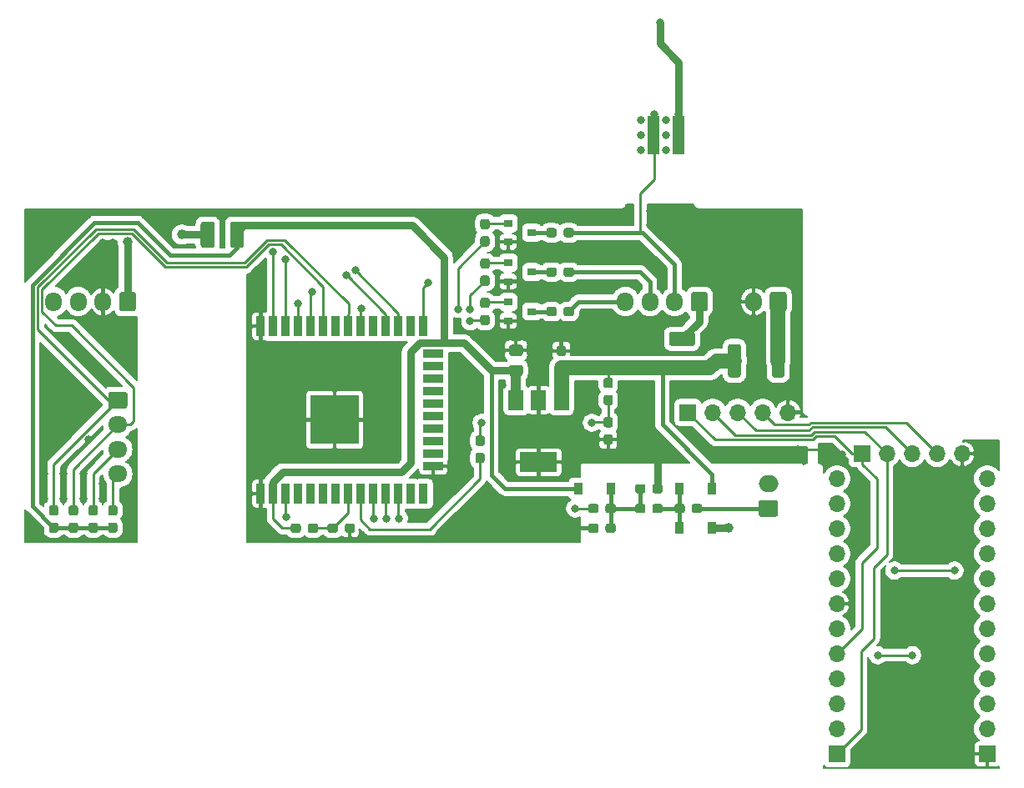
<source format=gtl>
%TF.GenerationSoftware,KiCad,Pcbnew,(5.1.6)-1*%
%TF.CreationDate,2021-03-30T00:51:02+09:00*%
%TF.ProjectId,CubBELMonitor,43756242-454c-44d6-9f6e-69746f722e6b,rev?*%
%TF.SameCoordinates,Original*%
%TF.FileFunction,Copper,L1,Top*%
%TF.FilePolarity,Positive*%
%FSLAX46Y46*%
G04 Gerber Fmt 4.6, Leading zero omitted, Abs format (unit mm)*
G04 Created by KiCad (PCBNEW (5.1.6)-1) date 2021-03-30 00:51:02*
%MOMM*%
%LPD*%
G01*
G04 APERTURE LIST*
%TA.AperFunction,SMDPad,CuDef*%
%ADD10R,0.900000X2.000000*%
%TD*%
%TA.AperFunction,SMDPad,CuDef*%
%ADD11R,2.000000X0.900000*%
%TD*%
%TA.AperFunction,SMDPad,CuDef*%
%ADD12R,5.000000X5.000000*%
%TD*%
%TA.AperFunction,ComponentPad*%
%ADD13O,1.950000X1.700000*%
%TD*%
%TA.AperFunction,ComponentPad*%
%ADD14O,2.000000X1.700000*%
%TD*%
%TA.AperFunction,SMDPad,CuDef*%
%ADD15R,1.200000X4.000000*%
%TD*%
%TA.AperFunction,SMDPad,CuDef*%
%ADD16R,1.500000X2.000000*%
%TD*%
%TA.AperFunction,SMDPad,CuDef*%
%ADD17R,3.800000X2.000000*%
%TD*%
%TA.AperFunction,SMDPad,CuDef*%
%ADD18R,0.900000X0.800000*%
%TD*%
%TA.AperFunction,ComponentPad*%
%ADD19R,1.700000X1.700000*%
%TD*%
%TA.AperFunction,ComponentPad*%
%ADD20O,1.700000X1.700000*%
%TD*%
%TA.AperFunction,ComponentPad*%
%ADD21O,1.700000X1.950000*%
%TD*%
%TA.AperFunction,ComponentPad*%
%ADD22O,1.700000X2.000000*%
%TD*%
%TA.AperFunction,SMDPad,CuDef*%
%ADD23R,0.900000X1.200000*%
%TD*%
%TA.AperFunction,ViaPad*%
%ADD24C,4.000000*%
%TD*%
%TA.AperFunction,ViaPad*%
%ADD25C,0.800000*%
%TD*%
%TA.AperFunction,ViaPad*%
%ADD26C,1.000000*%
%TD*%
%TA.AperFunction,Conductor*%
%ADD27C,0.400000*%
%TD*%
%TA.AperFunction,Conductor*%
%ADD28C,0.750000*%
%TD*%
%TA.AperFunction,Conductor*%
%ADD29C,0.250000*%
%TD*%
%TA.AperFunction,Conductor*%
%ADD30C,1.000000*%
%TD*%
%TA.AperFunction,Conductor*%
%ADD31C,1.500000*%
%TD*%
%TA.AperFunction,Conductor*%
%ADD32C,0.200000*%
%TD*%
G04 APERTURE END LIST*
%TO.P,R18,1*%
%TO.N,/BATT*%
%TA.AperFunction,SMDPad,CuDef*%
G36*
G01*
X106987500Y-76400000D02*
X106512500Y-76400000D01*
G75*
G02*
X106275000Y-76162500I0J237500D01*
G01*
X106275000Y-75587500D01*
G75*
G02*
X106512500Y-75350000I237500J0D01*
G01*
X106987500Y-75350000D01*
G75*
G02*
X107225000Y-75587500I0J-237500D01*
G01*
X107225000Y-76162500D01*
G75*
G02*
X106987500Y-76400000I-237500J0D01*
G01*
G37*
%TD.AperFunction*%
%TO.P,R18,2*%
%TO.N,Net-(R18-Pad2)*%
%TA.AperFunction,SMDPad,CuDef*%
G36*
G01*
X106987500Y-74650000D02*
X106512500Y-74650000D01*
G75*
G02*
X106275000Y-74412500I0J237500D01*
G01*
X106275000Y-73837500D01*
G75*
G02*
X106512500Y-73600000I237500J0D01*
G01*
X106987500Y-73600000D01*
G75*
G02*
X107225000Y-73837500I0J-237500D01*
G01*
X107225000Y-74412500D01*
G75*
G02*
X106987500Y-74650000I-237500J0D01*
G01*
G37*
%TD.AperFunction*%
%TD*%
D10*
%TO.P,U1,38*%
%TO.N,GND*%
X84500000Y-62500000D03*
%TO.P,U1,37*%
%TO.N,/shift_4*%
X85770000Y-62500000D03*
%TO.P,U1,36*%
%TO.N,/shift_3*%
X87040000Y-62500000D03*
%TO.P,U1,35*%
%TO.N,/ESP32->PC*%
X88310000Y-62500000D03*
%TO.P,U1,34*%
%TO.N,/ESP32<-PC*%
X89580000Y-62500000D03*
%TO.P,U1,33*%
%TO.N,/shift_2*%
X90850000Y-62500000D03*
%TO.P,U1,32*%
%TO.N,N/C*%
X92120000Y-62500000D03*
%TO.P,U1,31*%
%TO.N,/shift_1*%
X93390000Y-62500000D03*
%TO.P,U1,30*%
%TO.N,/RPM*%
X94660000Y-62500000D03*
%TO.P,U1,29*%
%TO.N,N/C*%
X95930000Y-62500000D03*
%TO.P,U1,28*%
%TO.N,/ESP32->GNSS*%
X97200000Y-62500000D03*
%TO.P,U1,27*%
%TO.N,/ESP32<-GNSS*%
X98470000Y-62500000D03*
%TO.P,U1,26*%
%TO.N,N/C*%
X99740000Y-62500000D03*
%TO.P,U1,25*%
%TO.N,/IO0*%
X101010000Y-62500000D03*
D11*
%TO.P,U1,24*%
%TO.N,N/C*%
X102010000Y-65285000D03*
%TO.P,U1,23*%
X102010000Y-66555000D03*
%TO.P,U1,22*%
X102010000Y-67825000D03*
%TO.P,U1,21*%
X102010000Y-69095000D03*
%TO.P,U1,20*%
X102010000Y-70365000D03*
%TO.P,U1,19*%
X102010000Y-71635000D03*
%TO.P,U1,18*%
X102010000Y-72905000D03*
%TO.P,U1,17*%
X102010000Y-74175000D03*
%TO.P,U1,16*%
X102010000Y-75445000D03*
%TO.P,U1,15*%
%TO.N,GND*%
X102010000Y-76715000D03*
D10*
%TO.P,U1,14*%
%TO.N,N/C*%
X101010000Y-79500000D03*
%TO.P,U1,13*%
X99740000Y-79500000D03*
%TO.P,U1,12*%
%TO.N,/LED_B*%
X98470000Y-79500000D03*
%TO.P,U1,11*%
%TO.N,/LED_G*%
X97200000Y-79500000D03*
%TO.P,U1,10*%
%TO.N,/LED_R*%
X95930000Y-79500000D03*
%TO.P,U1,9*%
%TO.N,/BATT*%
X94660000Y-79500000D03*
%TO.P,U1,8*%
%TO.N,/TEMP*%
X93390000Y-79500000D03*
%TO.P,U1,7*%
%TO.N,N/C*%
X92120000Y-79500000D03*
%TO.P,U1,6*%
X90850000Y-79500000D03*
%TO.P,U1,5*%
X89580000Y-79500000D03*
%TO.P,U1,4*%
X88310000Y-79500000D03*
%TO.P,U1,3*%
%TO.N,/EN*%
X87040000Y-79500000D03*
%TO.P,U1,2*%
%TO.N,+3V3*%
X85770000Y-79500000D03*
%TO.P,U1,1*%
%TO.N,GND*%
X84500000Y-79500000D03*
D12*
%TO.P,U1,39*%
X92000000Y-72000000D03*
%TD*%
%TO.P,C3,2*%
%TO.N,GND*%
%TA.AperFunction,SMDPad,CuDef*%
G36*
G01*
X124225000Y-79237500D02*
X124225000Y-78762500D01*
G75*
G02*
X124462500Y-78525000I237500J0D01*
G01*
X125037500Y-78525000D01*
G75*
G02*
X125275000Y-78762500I0J-237500D01*
G01*
X125275000Y-79237500D01*
G75*
G02*
X125037500Y-79475000I-237500J0D01*
G01*
X124462500Y-79475000D01*
G75*
G02*
X124225000Y-79237500I0J237500D01*
G01*
G37*
%TD.AperFunction*%
%TO.P,C3,1*%
%TO.N,Net-(C3-Pad1)*%
%TA.AperFunction,SMDPad,CuDef*%
G36*
G01*
X122475000Y-79237500D02*
X122475000Y-78762500D01*
G75*
G02*
X122712500Y-78525000I237500J0D01*
G01*
X123287500Y-78525000D01*
G75*
G02*
X123525000Y-78762500I0J-237500D01*
G01*
X123525000Y-79237500D01*
G75*
G02*
X123287500Y-79475000I-237500J0D01*
G01*
X122712500Y-79475000D01*
G75*
G02*
X122475000Y-79237500I0J237500D01*
G01*
G37*
%TD.AperFunction*%
%TD*%
D13*
%TO.P,P2,4*%
%TO.N,/shift_4*%
X70000000Y-77500000D03*
%TO.P,P2,3*%
%TO.N,/shift_3*%
X70000000Y-75000000D03*
%TO.P,P2,2*%
%TO.N,/shift_2*%
X70000000Y-72500000D03*
%TO.P,P2,1*%
%TO.N,/shift_1*%
%TA.AperFunction,ComponentPad*%
G36*
G01*
X69275000Y-69150000D02*
X70725000Y-69150000D01*
G75*
G02*
X70975000Y-69400000I0J-250000D01*
G01*
X70975000Y-70600000D01*
G75*
G02*
X70725000Y-70850000I-250000J0D01*
G01*
X69275000Y-70850000D01*
G75*
G02*
X69025000Y-70600000I0J250000D01*
G01*
X69025000Y-69400000D01*
G75*
G02*
X69275000Y-69150000I250000J0D01*
G01*
G37*
%TD.AperFunction*%
%TD*%
D14*
%TO.P,P6,2*%
%TO.N,N/C*%
X136000000Y-78500000D03*
%TO.P,P6,1*%
%TO.N,Net-(P6-Pad1)*%
%TA.AperFunction,ComponentPad*%
G36*
G01*
X136750000Y-81850000D02*
X135250000Y-81850000D01*
G75*
G02*
X135000000Y-81600000I0J250000D01*
G01*
X135000000Y-80400000D01*
G75*
G02*
X135250000Y-80150000I250000J0D01*
G01*
X136750000Y-80150000D01*
G75*
G02*
X137000000Y-80400000I0J-250000D01*
G01*
X137000000Y-81600000D01*
G75*
G02*
X136750000Y-81850000I-250000J0D01*
G01*
G37*
%TD.AperFunction*%
%TD*%
D15*
%TO.P,P20,1*%
%TO.N,Net-(D10-Pad4)*%
X126915000Y-43088000D03*
%TO.P,P20,2*%
%TO.N,Net-(P20-Pad2)*%
X124375000Y-43088000D03*
%TD*%
D16*
%TO.P,U2,1*%
%TO.N,+12V*%
X115000000Y-70000000D03*
%TO.P,U2,3*%
%TO.N,+3V3*%
X110400000Y-70000000D03*
%TO.P,U2,2*%
%TO.N,GND*%
X112700000Y-70000000D03*
D17*
X112700000Y-76300000D03*
%TD*%
%TO.P,TH4,2*%
%TO.N,+3V3*%
%TA.AperFunction,SMDPad,CuDef*%
G36*
G01*
X81387500Y-54275000D02*
X81387500Y-52125000D01*
G75*
G02*
X81637500Y-51875000I250000J0D01*
G01*
X82562500Y-51875000D01*
G75*
G02*
X82812500Y-52125000I0J-250000D01*
G01*
X82812500Y-54275000D01*
G75*
G02*
X82562500Y-54525000I-250000J0D01*
G01*
X81637500Y-54525000D01*
G75*
G02*
X81387500Y-54275000I0J250000D01*
G01*
G37*
%TD.AperFunction*%
%TO.P,TH4,1*%
%TO.N,Net-(P3-Pad1)*%
%TA.AperFunction,SMDPad,CuDef*%
G36*
G01*
X78412500Y-54275000D02*
X78412500Y-52125000D01*
G75*
G02*
X78662500Y-51875000I250000J0D01*
G01*
X79587500Y-51875000D01*
G75*
G02*
X79837500Y-52125000I0J-250000D01*
G01*
X79837500Y-54275000D01*
G75*
G02*
X79587500Y-54525000I-250000J0D01*
G01*
X78662500Y-54525000D01*
G75*
G02*
X78412500Y-54275000I0J250000D01*
G01*
G37*
%TD.AperFunction*%
%TD*%
%TO.P,TH3,2*%
%TO.N,Net-(P1-Pad1)*%
%TA.AperFunction,SMDPad,CuDef*%
G36*
G01*
X136350000Y-67450000D02*
X136350000Y-64550000D01*
G75*
G02*
X136600000Y-64300000I250000J0D01*
G01*
X137400000Y-64300000D01*
G75*
G02*
X137650000Y-64550000I0J-250000D01*
G01*
X137650000Y-67450000D01*
G75*
G02*
X137400000Y-67700000I-250000J0D01*
G01*
X136600000Y-67700000D01*
G75*
G02*
X136350000Y-67450000I0J250000D01*
G01*
G37*
%TD.AperFunction*%
%TO.P,TH3,1*%
%TO.N,+12V*%
%TA.AperFunction,SMDPad,CuDef*%
G36*
G01*
X131900000Y-67450000D02*
X131900000Y-64550000D01*
G75*
G02*
X132150000Y-64300000I250000J0D01*
G01*
X132950000Y-64300000D01*
G75*
G02*
X133200000Y-64550000I0J-250000D01*
G01*
X133200000Y-67450000D01*
G75*
G02*
X132950000Y-67700000I-250000J0D01*
G01*
X132150000Y-67700000D01*
G75*
G02*
X131900000Y-67450000I0J250000D01*
G01*
G37*
%TD.AperFunction*%
%TD*%
%TO.P,TH2,2*%
%TO.N,+12V*%
%TA.AperFunction,SMDPad,CuDef*%
G36*
G01*
X126175000Y-66037500D02*
X128325000Y-66037500D01*
G75*
G02*
X128575000Y-66287500I0J-250000D01*
G01*
X128575000Y-67212500D01*
G75*
G02*
X128325000Y-67462500I-250000J0D01*
G01*
X126175000Y-67462500D01*
G75*
G02*
X125925000Y-67212500I0J250000D01*
G01*
X125925000Y-66287500D01*
G75*
G02*
X126175000Y-66037500I250000J0D01*
G01*
G37*
%TD.AperFunction*%
%TO.P,TH2,1*%
%TO.N,Net-(D10-Pad4)*%
%TA.AperFunction,SMDPad,CuDef*%
G36*
G01*
X126175000Y-63062500D02*
X128325000Y-63062500D01*
G75*
G02*
X128575000Y-63312500I0J-250000D01*
G01*
X128575000Y-64237500D01*
G75*
G02*
X128325000Y-64487500I-250000J0D01*
G01*
X126175000Y-64487500D01*
G75*
G02*
X125925000Y-64237500I0J250000D01*
G01*
X125925000Y-63312500D01*
G75*
G02*
X126175000Y-63062500I250000J0D01*
G01*
G37*
%TD.AperFunction*%
%TD*%
%TO.P,TH1,2*%
%TO.N,GND*%
%TA.AperFunction,SMDPad,CuDef*%
G36*
G01*
X93025000Y-83237500D02*
X93025000Y-82762500D01*
G75*
G02*
X93262500Y-82525000I237500J0D01*
G01*
X93837500Y-82525000D01*
G75*
G02*
X94075000Y-82762500I0J-237500D01*
G01*
X94075000Y-83237500D01*
G75*
G02*
X93837500Y-83475000I-237500J0D01*
G01*
X93262500Y-83475000D01*
G75*
G02*
X93025000Y-83237500I0J237500D01*
G01*
G37*
%TD.AperFunction*%
%TO.P,TH1,1*%
%TO.N,/TEMP*%
%TA.AperFunction,SMDPad,CuDef*%
G36*
G01*
X91275000Y-83237500D02*
X91275000Y-82762500D01*
G75*
G02*
X91512500Y-82525000I237500J0D01*
G01*
X92087500Y-82525000D01*
G75*
G02*
X92325000Y-82762500I0J-237500D01*
G01*
X92325000Y-83237500D01*
G75*
G02*
X92087500Y-83475000I-237500J0D01*
G01*
X91512500Y-83475000D01*
G75*
G02*
X91275000Y-83237500I0J237500D01*
G01*
G37*
%TD.AperFunction*%
%TD*%
%TO.P,R17,2*%
%TO.N,Net-(Q3-Pad3)*%
%TA.AperFunction,SMDPad,CuDef*%
G36*
G01*
X114525000Y-60762500D02*
X114525000Y-61237500D01*
G75*
G02*
X114287500Y-61475000I-237500J0D01*
G01*
X113712500Y-61475000D01*
G75*
G02*
X113475000Y-61237500I0J237500D01*
G01*
X113475000Y-60762500D01*
G75*
G02*
X113712500Y-60525000I237500J0D01*
G01*
X114287500Y-60525000D01*
G75*
G02*
X114525000Y-60762500I0J-237500D01*
G01*
G37*
%TD.AperFunction*%
%TO.P,R17,1*%
%TO.N,Net-(P21-Pad2)*%
%TA.AperFunction,SMDPad,CuDef*%
G36*
G01*
X116275000Y-60762500D02*
X116275000Y-61237500D01*
G75*
G02*
X116037500Y-61475000I-237500J0D01*
G01*
X115462500Y-61475000D01*
G75*
G02*
X115225000Y-61237500I0J237500D01*
G01*
X115225000Y-60762500D01*
G75*
G02*
X115462500Y-60525000I237500J0D01*
G01*
X116037500Y-60525000D01*
G75*
G02*
X116275000Y-60762500I0J-237500D01*
G01*
G37*
%TD.AperFunction*%
%TD*%
%TO.P,R16,2*%
%TO.N,Net-(Q2-Pad3)*%
%TA.AperFunction,SMDPad,CuDef*%
G36*
G01*
X114525000Y-56762500D02*
X114525000Y-57237500D01*
G75*
G02*
X114287500Y-57475000I-237500J0D01*
G01*
X113712500Y-57475000D01*
G75*
G02*
X113475000Y-57237500I0J237500D01*
G01*
X113475000Y-56762500D01*
G75*
G02*
X113712500Y-56525000I237500J0D01*
G01*
X114287500Y-56525000D01*
G75*
G02*
X114525000Y-56762500I0J-237500D01*
G01*
G37*
%TD.AperFunction*%
%TO.P,R16,1*%
%TO.N,Net-(P21-Pad1)*%
%TA.AperFunction,SMDPad,CuDef*%
G36*
G01*
X116275000Y-56762500D02*
X116275000Y-57237500D01*
G75*
G02*
X116037500Y-57475000I-237500J0D01*
G01*
X115462500Y-57475000D01*
G75*
G02*
X115225000Y-57237500I0J237500D01*
G01*
X115225000Y-56762500D01*
G75*
G02*
X115462500Y-56525000I237500J0D01*
G01*
X116037500Y-56525000D01*
G75*
G02*
X116275000Y-56762500I0J-237500D01*
G01*
G37*
%TD.AperFunction*%
%TD*%
%TO.P,R15,2*%
%TO.N,Net-(Q1-Pad3)*%
%TA.AperFunction,SMDPad,CuDef*%
G36*
G01*
X114525000Y-52762500D02*
X114525000Y-53237500D01*
G75*
G02*
X114287500Y-53475000I-237500J0D01*
G01*
X113712500Y-53475000D01*
G75*
G02*
X113475000Y-53237500I0J237500D01*
G01*
X113475000Y-52762500D01*
G75*
G02*
X113712500Y-52525000I237500J0D01*
G01*
X114287500Y-52525000D01*
G75*
G02*
X114525000Y-52762500I0J-237500D01*
G01*
G37*
%TD.AperFunction*%
%TO.P,R15,1*%
%TO.N,Net-(P20-Pad2)*%
%TA.AperFunction,SMDPad,CuDef*%
G36*
G01*
X116275000Y-52762500D02*
X116275000Y-53237500D01*
G75*
G02*
X116037500Y-53475000I-237500J0D01*
G01*
X115462500Y-53475000D01*
G75*
G02*
X115225000Y-53237500I0J237500D01*
G01*
X115225000Y-52762500D01*
G75*
G02*
X115462500Y-52525000I237500J0D01*
G01*
X116037500Y-52525000D01*
G75*
G02*
X116275000Y-52762500I0J-237500D01*
G01*
G37*
%TD.AperFunction*%
%TD*%
%TO.P,R14,2*%
%TO.N,/LED_B*%
%TA.AperFunction,SMDPad,CuDef*%
G36*
G01*
X107012500Y-61350000D02*
X107487500Y-61350000D01*
G75*
G02*
X107725000Y-61587500I0J-237500D01*
G01*
X107725000Y-62162500D01*
G75*
G02*
X107487500Y-62400000I-237500J0D01*
G01*
X107012500Y-62400000D01*
G75*
G02*
X106775000Y-62162500I0J237500D01*
G01*
X106775000Y-61587500D01*
G75*
G02*
X107012500Y-61350000I237500J0D01*
G01*
G37*
%TD.AperFunction*%
%TO.P,R14,1*%
%TO.N,Net-(Q3-Pad1)*%
%TA.AperFunction,SMDPad,CuDef*%
G36*
G01*
X107012500Y-59600000D02*
X107487500Y-59600000D01*
G75*
G02*
X107725000Y-59837500I0J-237500D01*
G01*
X107725000Y-60412500D01*
G75*
G02*
X107487500Y-60650000I-237500J0D01*
G01*
X107012500Y-60650000D01*
G75*
G02*
X106775000Y-60412500I0J237500D01*
G01*
X106775000Y-59837500D01*
G75*
G02*
X107012500Y-59600000I237500J0D01*
G01*
G37*
%TD.AperFunction*%
%TD*%
%TO.P,R13,2*%
%TO.N,/LED_G*%
%TA.AperFunction,SMDPad,CuDef*%
G36*
G01*
X107012500Y-57350000D02*
X107487500Y-57350000D01*
G75*
G02*
X107725000Y-57587500I0J-237500D01*
G01*
X107725000Y-58162500D01*
G75*
G02*
X107487500Y-58400000I-237500J0D01*
G01*
X107012500Y-58400000D01*
G75*
G02*
X106775000Y-58162500I0J237500D01*
G01*
X106775000Y-57587500D01*
G75*
G02*
X107012500Y-57350000I237500J0D01*
G01*
G37*
%TD.AperFunction*%
%TO.P,R13,1*%
%TO.N,Net-(Q2-Pad1)*%
%TA.AperFunction,SMDPad,CuDef*%
G36*
G01*
X107012500Y-55600000D02*
X107487500Y-55600000D01*
G75*
G02*
X107725000Y-55837500I0J-237500D01*
G01*
X107725000Y-56412500D01*
G75*
G02*
X107487500Y-56650000I-237500J0D01*
G01*
X107012500Y-56650000D01*
G75*
G02*
X106775000Y-56412500I0J237500D01*
G01*
X106775000Y-55837500D01*
G75*
G02*
X107012500Y-55600000I237500J0D01*
G01*
G37*
%TD.AperFunction*%
%TD*%
%TO.P,R12,2*%
%TO.N,/LED_R*%
%TA.AperFunction,SMDPad,CuDef*%
G36*
G01*
X107012500Y-53350000D02*
X107487500Y-53350000D01*
G75*
G02*
X107725000Y-53587500I0J-237500D01*
G01*
X107725000Y-54162500D01*
G75*
G02*
X107487500Y-54400000I-237500J0D01*
G01*
X107012500Y-54400000D01*
G75*
G02*
X106775000Y-54162500I0J237500D01*
G01*
X106775000Y-53587500D01*
G75*
G02*
X107012500Y-53350000I237500J0D01*
G01*
G37*
%TD.AperFunction*%
%TO.P,R12,1*%
%TO.N,Net-(Q1-Pad1)*%
%TA.AperFunction,SMDPad,CuDef*%
G36*
G01*
X107012500Y-51600000D02*
X107487500Y-51600000D01*
G75*
G02*
X107725000Y-51837500I0J-237500D01*
G01*
X107725000Y-52412500D01*
G75*
G02*
X107487500Y-52650000I-237500J0D01*
G01*
X107012500Y-52650000D01*
G75*
G02*
X106775000Y-52412500I0J237500D01*
G01*
X106775000Y-51837500D01*
G75*
G02*
X107012500Y-51600000I237500J0D01*
G01*
G37*
%TD.AperFunction*%
%TD*%
%TO.P,R11,2*%
%TO.N,/shift_4*%
%TA.AperFunction,SMDPad,CuDef*%
G36*
G01*
X69737500Y-81725000D02*
X69262500Y-81725000D01*
G75*
G02*
X69025000Y-81487500I0J237500D01*
G01*
X69025000Y-80912500D01*
G75*
G02*
X69262500Y-80675000I237500J0D01*
G01*
X69737500Y-80675000D01*
G75*
G02*
X69975000Y-80912500I0J-237500D01*
G01*
X69975000Y-81487500D01*
G75*
G02*
X69737500Y-81725000I-237500J0D01*
G01*
G37*
%TD.AperFunction*%
%TO.P,R11,1*%
%TO.N,+3V3*%
%TA.AperFunction,SMDPad,CuDef*%
G36*
G01*
X69737500Y-83475000D02*
X69262500Y-83475000D01*
G75*
G02*
X69025000Y-83237500I0J237500D01*
G01*
X69025000Y-82662500D01*
G75*
G02*
X69262500Y-82425000I237500J0D01*
G01*
X69737500Y-82425000D01*
G75*
G02*
X69975000Y-82662500I0J-237500D01*
G01*
X69975000Y-83237500D01*
G75*
G02*
X69737500Y-83475000I-237500J0D01*
G01*
G37*
%TD.AperFunction*%
%TD*%
%TO.P,R10,2*%
%TO.N,/shift_3*%
%TA.AperFunction,SMDPad,CuDef*%
G36*
G01*
X67737500Y-81725000D02*
X67262500Y-81725000D01*
G75*
G02*
X67025000Y-81487500I0J237500D01*
G01*
X67025000Y-80912500D01*
G75*
G02*
X67262500Y-80675000I237500J0D01*
G01*
X67737500Y-80675000D01*
G75*
G02*
X67975000Y-80912500I0J-237500D01*
G01*
X67975000Y-81487500D01*
G75*
G02*
X67737500Y-81725000I-237500J0D01*
G01*
G37*
%TD.AperFunction*%
%TO.P,R10,1*%
%TO.N,+3V3*%
%TA.AperFunction,SMDPad,CuDef*%
G36*
G01*
X67737500Y-83475000D02*
X67262500Y-83475000D01*
G75*
G02*
X67025000Y-83237500I0J237500D01*
G01*
X67025000Y-82662500D01*
G75*
G02*
X67262500Y-82425000I237500J0D01*
G01*
X67737500Y-82425000D01*
G75*
G02*
X67975000Y-82662500I0J-237500D01*
G01*
X67975000Y-83237500D01*
G75*
G02*
X67737500Y-83475000I-237500J0D01*
G01*
G37*
%TD.AperFunction*%
%TD*%
%TO.P,R9,2*%
%TO.N,/shift_2*%
%TA.AperFunction,SMDPad,CuDef*%
G36*
G01*
X65737500Y-81725000D02*
X65262500Y-81725000D01*
G75*
G02*
X65025000Y-81487500I0J237500D01*
G01*
X65025000Y-80912500D01*
G75*
G02*
X65262500Y-80675000I237500J0D01*
G01*
X65737500Y-80675000D01*
G75*
G02*
X65975000Y-80912500I0J-237500D01*
G01*
X65975000Y-81487500D01*
G75*
G02*
X65737500Y-81725000I-237500J0D01*
G01*
G37*
%TD.AperFunction*%
%TO.P,R9,1*%
%TO.N,+3V3*%
%TA.AperFunction,SMDPad,CuDef*%
G36*
G01*
X65737500Y-83475000D02*
X65262500Y-83475000D01*
G75*
G02*
X65025000Y-83237500I0J237500D01*
G01*
X65025000Y-82662500D01*
G75*
G02*
X65262500Y-82425000I237500J0D01*
G01*
X65737500Y-82425000D01*
G75*
G02*
X65975000Y-82662500I0J-237500D01*
G01*
X65975000Y-83237500D01*
G75*
G02*
X65737500Y-83475000I-237500J0D01*
G01*
G37*
%TD.AperFunction*%
%TD*%
%TO.P,R8,2*%
%TO.N,/shift_1*%
%TA.AperFunction,SMDPad,CuDef*%
G36*
G01*
X63737500Y-81725000D02*
X63262500Y-81725000D01*
G75*
G02*
X63025000Y-81487500I0J237500D01*
G01*
X63025000Y-80912500D01*
G75*
G02*
X63262500Y-80675000I237500J0D01*
G01*
X63737500Y-80675000D01*
G75*
G02*
X63975000Y-80912500I0J-237500D01*
G01*
X63975000Y-81487500D01*
G75*
G02*
X63737500Y-81725000I-237500J0D01*
G01*
G37*
%TD.AperFunction*%
%TO.P,R8,1*%
%TO.N,+3V3*%
%TA.AperFunction,SMDPad,CuDef*%
G36*
G01*
X63737500Y-83475000D02*
X63262500Y-83475000D01*
G75*
G02*
X63025000Y-83237500I0J237500D01*
G01*
X63025000Y-82662500D01*
G75*
G02*
X63262500Y-82425000I237500J0D01*
G01*
X63737500Y-82425000D01*
G75*
G02*
X63975000Y-82662500I0J-237500D01*
G01*
X63975000Y-83237500D01*
G75*
G02*
X63737500Y-83475000I-237500J0D01*
G01*
G37*
%TD.AperFunction*%
%TD*%
%TO.P,R7,2*%
%TO.N,/TEMP*%
%TA.AperFunction,SMDPad,CuDef*%
G36*
G01*
X89275000Y-83237500D02*
X89275000Y-82762500D01*
G75*
G02*
X89512500Y-82525000I237500J0D01*
G01*
X90087500Y-82525000D01*
G75*
G02*
X90325000Y-82762500I0J-237500D01*
G01*
X90325000Y-83237500D01*
G75*
G02*
X90087500Y-83475000I-237500J0D01*
G01*
X89512500Y-83475000D01*
G75*
G02*
X89275000Y-83237500I0J237500D01*
G01*
G37*
%TD.AperFunction*%
%TO.P,R7,1*%
%TO.N,+3V3*%
%TA.AperFunction,SMDPad,CuDef*%
G36*
G01*
X87525000Y-83237500D02*
X87525000Y-82762500D01*
G75*
G02*
X87762500Y-82525000I237500J0D01*
G01*
X88337500Y-82525000D01*
G75*
G02*
X88575000Y-82762500I0J-237500D01*
G01*
X88575000Y-83237500D01*
G75*
G02*
X88337500Y-83475000I-237500J0D01*
G01*
X87762500Y-83475000D01*
G75*
G02*
X87525000Y-83237500I0J237500D01*
G01*
G37*
%TD.AperFunction*%
%TD*%
%TO.P,R6,1*%
%TO.N,Net-(R18-Pad2)*%
%TA.AperFunction,SMDPad,CuDef*%
G36*
G01*
X119512500Y-71725000D02*
X119987500Y-71725000D01*
G75*
G02*
X120225000Y-71962500I0J-237500D01*
G01*
X120225000Y-72537500D01*
G75*
G02*
X119987500Y-72775000I-237500J0D01*
G01*
X119512500Y-72775000D01*
G75*
G02*
X119275000Y-72537500I0J237500D01*
G01*
X119275000Y-71962500D01*
G75*
G02*
X119512500Y-71725000I237500J0D01*
G01*
G37*
%TD.AperFunction*%
%TO.P,R6,2*%
%TO.N,GND*%
%TA.AperFunction,SMDPad,CuDef*%
G36*
G01*
X119512500Y-73475000D02*
X119987500Y-73475000D01*
G75*
G02*
X120225000Y-73712500I0J-237500D01*
G01*
X120225000Y-74287500D01*
G75*
G02*
X119987500Y-74525000I-237500J0D01*
G01*
X119512500Y-74525000D01*
G75*
G02*
X119275000Y-74287500I0J237500D01*
G01*
X119275000Y-73712500D01*
G75*
G02*
X119512500Y-73475000I237500J0D01*
G01*
G37*
%TD.AperFunction*%
%TD*%
%TO.P,R5,2*%
%TO.N,Net-(R18-Pad2)*%
%TA.AperFunction,SMDPad,CuDef*%
G36*
G01*
X119512500Y-69475000D02*
X119987500Y-69475000D01*
G75*
G02*
X120225000Y-69712500I0J-237500D01*
G01*
X120225000Y-70287500D01*
G75*
G02*
X119987500Y-70525000I-237500J0D01*
G01*
X119512500Y-70525000D01*
G75*
G02*
X119275000Y-70287500I0J237500D01*
G01*
X119275000Y-69712500D01*
G75*
G02*
X119512500Y-69475000I237500J0D01*
G01*
G37*
%TD.AperFunction*%
%TO.P,R5,1*%
%TO.N,+12V*%
%TA.AperFunction,SMDPad,CuDef*%
G36*
G01*
X119512500Y-67725000D02*
X119987500Y-67725000D01*
G75*
G02*
X120225000Y-67962500I0J-237500D01*
G01*
X120225000Y-68537500D01*
G75*
G02*
X119987500Y-68775000I-237500J0D01*
G01*
X119512500Y-68775000D01*
G75*
G02*
X119275000Y-68537500I0J237500D01*
G01*
X119275000Y-67962500D01*
G75*
G02*
X119512500Y-67725000I237500J0D01*
G01*
G37*
%TD.AperFunction*%
%TD*%
%TO.P,R4,2*%
%TO.N,/RPM*%
%TA.AperFunction,SMDPad,CuDef*%
G36*
G01*
X118775000Y-80762500D02*
X118775000Y-81237500D01*
G75*
G02*
X118537500Y-81475000I-237500J0D01*
G01*
X117962500Y-81475000D01*
G75*
G02*
X117725000Y-81237500I0J237500D01*
G01*
X117725000Y-80762500D01*
G75*
G02*
X117962500Y-80525000I237500J0D01*
G01*
X118537500Y-80525000D01*
G75*
G02*
X118775000Y-80762500I0J-237500D01*
G01*
G37*
%TD.AperFunction*%
%TO.P,R4,1*%
%TO.N,Net-(C3-Pad1)*%
%TA.AperFunction,SMDPad,CuDef*%
G36*
G01*
X120525000Y-80762500D02*
X120525000Y-81237500D01*
G75*
G02*
X120287500Y-81475000I-237500J0D01*
G01*
X119712500Y-81475000D01*
G75*
G02*
X119475000Y-81237500I0J237500D01*
G01*
X119475000Y-80762500D01*
G75*
G02*
X119712500Y-80525000I237500J0D01*
G01*
X120287500Y-80525000D01*
G75*
G02*
X120525000Y-80762500I0J-237500D01*
G01*
G37*
%TD.AperFunction*%
%TD*%
%TO.P,R3,2*%
%TO.N,GND*%
%TA.AperFunction,SMDPad,CuDef*%
G36*
G01*
X118775000Y-82762500D02*
X118775000Y-83237500D01*
G75*
G02*
X118537500Y-83475000I-237500J0D01*
G01*
X117962500Y-83475000D01*
G75*
G02*
X117725000Y-83237500I0J237500D01*
G01*
X117725000Y-82762500D01*
G75*
G02*
X117962500Y-82525000I237500J0D01*
G01*
X118537500Y-82525000D01*
G75*
G02*
X118775000Y-82762500I0J-237500D01*
G01*
G37*
%TD.AperFunction*%
%TO.P,R3,1*%
%TO.N,Net-(C3-Pad1)*%
%TA.AperFunction,SMDPad,CuDef*%
G36*
G01*
X120525000Y-82762500D02*
X120525000Y-83237500D01*
G75*
G02*
X120287500Y-83475000I-237500J0D01*
G01*
X119712500Y-83475000D01*
G75*
G02*
X119475000Y-83237500I0J237500D01*
G01*
X119475000Y-82762500D01*
G75*
G02*
X119712500Y-82525000I237500J0D01*
G01*
X120287500Y-82525000D01*
G75*
G02*
X120525000Y-82762500I0J-237500D01*
G01*
G37*
%TD.AperFunction*%
%TD*%
%TO.P,R2,2*%
%TO.N,Net-(C3-Pad1)*%
%TA.AperFunction,SMDPad,CuDef*%
G36*
G01*
X123525000Y-80762500D02*
X123525000Y-81237500D01*
G75*
G02*
X123287500Y-81475000I-237500J0D01*
G01*
X122712500Y-81475000D01*
G75*
G02*
X122475000Y-81237500I0J237500D01*
G01*
X122475000Y-80762500D01*
G75*
G02*
X122712500Y-80525000I237500J0D01*
G01*
X123287500Y-80525000D01*
G75*
G02*
X123525000Y-80762500I0J-237500D01*
G01*
G37*
%TD.AperFunction*%
%TO.P,R2,1*%
%TO.N,Net-(D1-Pad2)*%
%TA.AperFunction,SMDPad,CuDef*%
G36*
G01*
X125275000Y-80762500D02*
X125275000Y-81237500D01*
G75*
G02*
X125037500Y-81475000I-237500J0D01*
G01*
X124462500Y-81475000D01*
G75*
G02*
X124225000Y-81237500I0J237500D01*
G01*
X124225000Y-80762500D01*
G75*
G02*
X124462500Y-80525000I237500J0D01*
G01*
X125037500Y-80525000D01*
G75*
G02*
X125275000Y-80762500I0J-237500D01*
G01*
G37*
%TD.AperFunction*%
%TD*%
%TO.P,R1,2*%
%TO.N,Net-(D1-Pad2)*%
%TA.AperFunction,SMDPad,CuDef*%
G36*
G01*
X127525000Y-80762500D02*
X127525000Y-81237500D01*
G75*
G02*
X127287500Y-81475000I-237500J0D01*
G01*
X126712500Y-81475000D01*
G75*
G02*
X126475000Y-81237500I0J237500D01*
G01*
X126475000Y-80762500D01*
G75*
G02*
X126712500Y-80525000I237500J0D01*
G01*
X127287500Y-80525000D01*
G75*
G02*
X127525000Y-80762500I0J-237500D01*
G01*
G37*
%TD.AperFunction*%
%TO.P,R1,1*%
%TO.N,Net-(P6-Pad1)*%
%TA.AperFunction,SMDPad,CuDef*%
G36*
G01*
X129275000Y-80762500D02*
X129275000Y-81237500D01*
G75*
G02*
X129037500Y-81475000I-237500J0D01*
G01*
X128462500Y-81475000D01*
G75*
G02*
X128225000Y-81237500I0J237500D01*
G01*
X128225000Y-80762500D01*
G75*
G02*
X128462500Y-80525000I237500J0D01*
G01*
X129037500Y-80525000D01*
G75*
G02*
X129275000Y-80762500I0J-237500D01*
G01*
G37*
%TD.AperFunction*%
%TD*%
D18*
%TO.P,Q3,3*%
%TO.N,Net-(Q3-Pad3)*%
X112000000Y-61000000D03*
%TO.P,Q3,2*%
%TO.N,GND*%
X109600000Y-61950000D03*
%TO.P,Q3,1*%
%TO.N,Net-(Q3-Pad1)*%
X109600000Y-60050000D03*
%TD*%
%TO.P,Q2,3*%
%TO.N,Net-(Q2-Pad3)*%
X112000000Y-57000000D03*
%TO.P,Q2,2*%
%TO.N,GND*%
X109600000Y-57950000D03*
%TO.P,Q2,1*%
%TO.N,Net-(Q2-Pad1)*%
X109600000Y-56050000D03*
%TD*%
%TO.P,Q1,3*%
%TO.N,Net-(Q1-Pad3)*%
X112000000Y-53000000D03*
%TO.P,Q1,2*%
%TO.N,GND*%
X109600000Y-53950000D03*
%TO.P,Q1,1*%
%TO.N,Net-(Q1-Pad1)*%
X109600000Y-52050000D03*
%TD*%
D19*
%TO.P,P30,1*%
%TO.N,/ESP32->PC*%
X145500000Y-75440000D03*
D20*
%TO.P,P30,2*%
%TO.N,/ESP32<-PC*%
X148040000Y-75440000D03*
%TO.P,P30,3*%
%TO.N,/IO0*%
X150580000Y-75440000D03*
%TO.P,P30,4*%
%TO.N,/EN*%
X153120000Y-75440000D03*
%TO.P,P30,5*%
%TO.N,GND*%
X155660000Y-75440000D03*
%TD*%
%TO.P,P5,5*%
%TO.N,GND*%
X138000000Y-71250000D03*
%TO.P,P5,4*%
%TO.N,/EN*%
X135460000Y-71250000D03*
%TO.P,P5,3*%
%TO.N,/IO0*%
X132920000Y-71250000D03*
%TO.P,P5,2*%
%TO.N,/ESP32<-PC*%
X130380000Y-71250000D03*
D19*
%TO.P,P5,1*%
%TO.N,/ESP32->PC*%
X127840000Y-71250000D03*
%TD*%
D21*
%TO.P,P4,4*%
%TO.N,Net-(P21-Pad2)*%
X121500000Y-60000000D03*
%TO.P,P4,3*%
%TO.N,Net-(P21-Pad1)*%
X124000000Y-60000000D03*
%TO.P,P4,2*%
%TO.N,Net-(P20-Pad2)*%
X126500000Y-60000000D03*
%TO.P,P4,1*%
%TO.N,Net-(D10-Pad4)*%
%TA.AperFunction,ComponentPad*%
G36*
G01*
X129850000Y-59275000D02*
X129850000Y-60725000D01*
G75*
G02*
X129600000Y-60975000I-250000J0D01*
G01*
X128400000Y-60975000D01*
G75*
G02*
X128150000Y-60725000I0J250000D01*
G01*
X128150000Y-59275000D01*
G75*
G02*
X128400000Y-59025000I250000J0D01*
G01*
X129600000Y-59025000D01*
G75*
G02*
X129850000Y-59275000I0J-250000D01*
G01*
G37*
%TD.AperFunction*%
%TD*%
%TO.P,P3,1*%
%TO.N,Net-(P3-Pad1)*%
%TA.AperFunction,ComponentPad*%
G36*
G01*
X71850000Y-59275000D02*
X71850000Y-60725000D01*
G75*
G02*
X71600000Y-60975000I-250000J0D01*
G01*
X70400000Y-60975000D01*
G75*
G02*
X70150000Y-60725000I0J250000D01*
G01*
X70150000Y-59275000D01*
G75*
G02*
X70400000Y-59025000I250000J0D01*
G01*
X71600000Y-59025000D01*
G75*
G02*
X71850000Y-59275000I0J-250000D01*
G01*
G37*
%TD.AperFunction*%
%TO.P,P3,2*%
%TO.N,GND*%
X68500000Y-60000000D03*
%TO.P,P3,3*%
%TO.N,/ESP32->GNSS*%
X66000000Y-60000000D03*
%TO.P,P3,4*%
%TO.N,/ESP32<-GNSS*%
X63500000Y-60000000D03*
%TD*%
D22*
%TO.P,P1,2*%
%TO.N,GND*%
X134500000Y-60000000D03*
%TO.P,P1,1*%
%TO.N,Net-(P1-Pad1)*%
%TA.AperFunction,ComponentPad*%
G36*
G01*
X137850000Y-59250000D02*
X137850000Y-60750000D01*
G75*
G02*
X137600000Y-61000000I-250000J0D01*
G01*
X136400000Y-61000000D01*
G75*
G02*
X136150000Y-60750000I0J250000D01*
G01*
X136150000Y-59250000D01*
G75*
G02*
X136400000Y-59000000I250000J0D01*
G01*
X137600000Y-59000000D01*
G75*
G02*
X137850000Y-59250000I0J-250000D01*
G01*
G37*
%TD.AperFunction*%
%TD*%
D19*
%TO.P,J2,1*%
%TO.N,GND*%
X158200000Y-105920000D03*
D20*
%TO.P,J2,2*%
%TO.N,N/C*%
X158200000Y-103380000D03*
%TO.P,J2,3*%
X158200000Y-100840000D03*
%TO.P,J2,4*%
X158200000Y-98300000D03*
%TO.P,J2,5*%
X158200000Y-95760000D03*
%TO.P,J2,6*%
X158200000Y-93220000D03*
%TO.P,J2,7*%
X158200000Y-90680000D03*
%TO.P,J2,8*%
X158200000Y-88140000D03*
%TO.P,J2,9*%
X158200000Y-85600000D03*
%TO.P,J2,10*%
X158200000Y-83060000D03*
%TO.P,J2,11*%
X158200000Y-80520000D03*
%TO.P,J2,12*%
X158200000Y-77980000D03*
%TD*%
D19*
%TO.P,J1,1*%
%TO.N,/ESP32<-PC*%
X142960000Y-105920000D03*
D20*
%TO.P,J1,2*%
%TO.N,/DTR*%
X142960000Y-103380000D03*
%TO.P,J1,3*%
%TO.N,/RTS*%
X142960000Y-100840000D03*
%TO.P,J1,4*%
%TO.N,VCC*%
X142960000Y-98300000D03*
%TO.P,J1,5*%
%TO.N,/ESP32->PC*%
X142960000Y-95760000D03*
%TO.P,J1,6*%
%TO.N,N/C*%
X142960000Y-93220000D03*
%TO.P,J1,7*%
%TO.N,GND*%
X142960000Y-90680000D03*
%TO.P,J1,8*%
%TO.N,N/C*%
X142960000Y-88140000D03*
%TO.P,J1,9*%
X142960000Y-85600000D03*
%TO.P,J1,10*%
X142960000Y-83060000D03*
%TO.P,J1,11*%
X142960000Y-80520000D03*
%TO.P,J1,12*%
X142960000Y-77980000D03*
%TD*%
D23*
%TO.P,D3,2*%
%TO.N,Net-(C3-Pad1)*%
X120000000Y-79000000D03*
%TO.P,D3,1*%
%TO.N,+3V3*%
X116700000Y-79000000D03*
%TD*%
%TO.P,D2,2*%
%TO.N,GND*%
X130300000Y-83000000D03*
%TO.P,D2,1*%
%TO.N,Net-(D1-Pad2)*%
X127000000Y-83000000D03*
%TD*%
%TO.P,D1,2*%
%TO.N,Net-(D1-Pad2)*%
X127000000Y-79000000D03*
%TO.P,D1,1*%
%TO.N,+12V*%
X130300000Y-79000000D03*
%TD*%
%TO.P,C2,2*%
%TO.N,GND*%
%TA.AperFunction,SMDPad,CuDef*%
G36*
G01*
X110850001Y-65525000D02*
X109949999Y-65525000D01*
G75*
G02*
X109700000Y-65275001I0J249999D01*
G01*
X109700000Y-64624999D01*
G75*
G02*
X109949999Y-64375000I249999J0D01*
G01*
X110850001Y-64375000D01*
G75*
G02*
X111100000Y-64624999I0J-249999D01*
G01*
X111100000Y-65275001D01*
G75*
G02*
X110850001Y-65525000I-249999J0D01*
G01*
G37*
%TD.AperFunction*%
%TO.P,C2,1*%
%TO.N,+3V3*%
%TA.AperFunction,SMDPad,CuDef*%
G36*
G01*
X110850001Y-67575000D02*
X109949999Y-67575000D01*
G75*
G02*
X109700000Y-67325001I0J249999D01*
G01*
X109700000Y-66674999D01*
G75*
G02*
X109949999Y-66425000I249999J0D01*
G01*
X110850001Y-66425000D01*
G75*
G02*
X111100000Y-66674999I0J-249999D01*
G01*
X111100000Y-67325001D01*
G75*
G02*
X110850001Y-67575000I-249999J0D01*
G01*
G37*
%TD.AperFunction*%
%TD*%
%TO.P,C1,2*%
%TO.N,GND*%
%TA.AperFunction,SMDPad,CuDef*%
G36*
G01*
X115237500Y-65525000D02*
X114762500Y-65525000D01*
G75*
G02*
X114525000Y-65287500I0J237500D01*
G01*
X114525000Y-64712500D01*
G75*
G02*
X114762500Y-64475000I237500J0D01*
G01*
X115237500Y-64475000D01*
G75*
G02*
X115475000Y-64712500I0J-237500D01*
G01*
X115475000Y-65287500D01*
G75*
G02*
X115237500Y-65525000I-237500J0D01*
G01*
G37*
%TD.AperFunction*%
%TO.P,C1,1*%
%TO.N,+12V*%
%TA.AperFunction,SMDPad,CuDef*%
G36*
G01*
X115237500Y-67275000D02*
X114762500Y-67275000D01*
G75*
G02*
X114525000Y-67037500I0J237500D01*
G01*
X114525000Y-66462500D01*
G75*
G02*
X114762500Y-66225000I237500J0D01*
G01*
X115237500Y-66225000D01*
G75*
G02*
X115475000Y-66462500I0J-237500D01*
G01*
X115475000Y-67037500D01*
G75*
G02*
X115237500Y-67275000I-237500J0D01*
G01*
G37*
%TD.AperFunction*%
%TD*%
D24*
%TO.N,GND*%
X92000000Y-71900000D03*
D25*
X62000000Y-83000000D03*
X71000000Y-83000000D03*
X62500000Y-77500000D03*
X62500000Y-75000000D03*
X62500000Y-80000000D03*
X63000000Y-70000000D03*
X65500000Y-72500000D03*
X64500000Y-77500000D03*
X67000000Y-74000000D03*
X64500000Y-80000000D03*
X66500000Y-80000000D03*
X66500000Y-77500000D03*
X68500000Y-80000000D03*
X68500000Y-78500000D03*
X71000000Y-80000000D03*
X71500000Y-73500000D03*
X64000000Y-67500000D03*
X67000000Y-70000000D03*
X68500000Y-67500000D03*
X64500000Y-63500000D03*
X71500000Y-67000000D03*
X66500000Y-62000000D03*
X71500000Y-62000000D03*
X61500000Y-51500000D03*
X61500000Y-53000000D03*
X62500000Y-51500000D03*
X68500000Y-54000000D03*
X69500000Y-54000000D03*
X84000000Y-83500000D03*
X83500000Y-58500000D03*
X84500000Y-58500000D03*
X100000000Y-82000000D03*
X102500000Y-80500000D03*
X105500000Y-77500000D03*
X104000000Y-66000000D03*
X106500000Y-68000000D03*
X111000000Y-74000000D03*
X114000000Y-74000000D03*
X109000000Y-68500000D03*
X121500000Y-74000000D03*
X118000000Y-74000000D03*
X121500000Y-69000000D03*
X124000000Y-69000000D03*
X117000000Y-69000000D03*
X145500000Y-106500000D03*
X145500000Y-105000000D03*
X142500000Y-75500000D03*
X143500000Y-75500000D03*
X149500000Y-78000000D03*
X149500000Y-84000000D03*
X138000000Y-52000000D03*
X136000000Y-52000000D03*
X138000000Y-54000000D03*
X111000000Y-55000000D03*
X108500000Y-55000000D03*
X119500000Y-58500000D03*
X106500000Y-63500000D03*
X108000000Y-65000000D03*
X125000000Y-62000000D03*
X127000000Y-62000000D03*
X116500000Y-84000000D03*
X116500000Y-77000000D03*
X116500000Y-82500000D03*
X117500000Y-76000000D03*
X119000000Y-76000000D03*
X120500000Y-76000000D03*
X122000000Y-76000000D03*
X123500000Y-76000000D03*
X125000000Y-76000000D03*
X126500000Y-76000000D03*
X130500000Y-76000000D03*
X132000000Y-76000000D03*
X133500000Y-76000000D03*
X135000000Y-76000000D03*
X136500000Y-76000000D03*
X138000000Y-76000000D03*
X139000000Y-75000000D03*
D26*
X132000000Y-83000000D03*
D25*
X125000000Y-74000000D03*
X128500000Y-74000000D03*
X129500000Y-75000000D03*
X104500000Y-55000000D03*
X105500000Y-54000000D03*
X80500000Y-51000000D03*
X125200000Y-57000000D03*
X122800000Y-55200000D03*
X145000000Y-79000000D03*
X145000000Y-84000000D03*
X127000000Y-51400000D03*
X127000000Y-54400000D03*
X120200000Y-51400000D03*
X120200000Y-54400000D03*
X120200000Y-55600000D03*
X124000000Y-52200000D03*
X124000000Y-50800000D03*
X122800000Y-58400000D03*
%TO.N,Net-(D10-Pad4)*%
X126900000Y-44600000D03*
X126900000Y-43100000D03*
X125010000Y-31625000D03*
X126900000Y-41000000D03*
%TO.N,VCC*%
X154900000Y-87300000D03*
X148800000Y-87300000D03*
%TO.N,/DTR*%
X150600000Y-95900000D03*
X147100000Y-95900000D03*
%TO.N,/shift_4*%
X85700000Y-54900000D03*
%TO.N,/shift_3*%
X87000000Y-55700000D03*
%TO.N,/ESP32->GNSS*%
X93200000Y-57325010D03*
%TO.N,/ESP32<-GNSS*%
X94100000Y-56800000D03*
D26*
%TO.N,Net-(P3-Pad1)*%
X71000000Y-53900000D03*
X76500000Y-53200000D03*
D25*
%TO.N,/EN*%
X87100000Y-81900000D03*
%TO.N,/IO0*%
X101500000Y-58100000D03*
%TO.N,/ESP32<-PC*%
X89700000Y-59000000D03*
%TO.N,/ESP32->PC*%
X88300000Y-60200000D03*
%TO.N,Net-(P20-Pad2)*%
X124400000Y-44600000D03*
X124400000Y-41000000D03*
X124375000Y-43088000D03*
%TO.N,/RPM*%
X94700000Y-60700000D03*
X116400000Y-81000000D03*
%TO.N,/LED_R*%
X96000000Y-82000000D03*
X104500000Y-60750000D03*
%TO.N,/LED_G*%
X97250000Y-82000000D03*
X105750000Y-60750000D03*
%TO.N,/LED_B*%
X98500000Y-82000000D03*
X105750000Y-62000000D03*
%TO.N,Net-(P21-Pad1)*%
X125600000Y-44600000D03*
X125645000Y-43088000D03*
X125645000Y-41545000D03*
%TO.N,Net-(P21-Pad2)*%
X123100000Y-44600000D03*
X123105000Y-43088000D03*
X123105000Y-41605000D03*
%TO.N,Net-(R18-Pad2)*%
X106900000Y-72300000D03*
X118100000Y-72300000D03*
%TD*%
D27*
%TO.N,GND*%
X118250000Y-83000000D02*
X116500000Y-83000000D01*
X116500000Y-83000000D02*
X116500000Y-82500000D01*
D28*
X124750000Y-76250000D02*
X125000000Y-76000000D01*
X124750000Y-79000000D02*
X124750000Y-76250000D01*
X130300000Y-83000000D02*
X132000000Y-83000000D01*
D29*
X62080000Y-83080000D02*
X62000000Y-83000000D01*
X142000000Y-75000000D02*
X142500000Y-75500000D01*
X139000000Y-75000000D02*
X142000000Y-75000000D01*
%TO.N,+12V*%
X119750000Y-68250000D02*
X119750000Y-66750000D01*
D30*
X127250000Y-66750000D02*
X119750000Y-66750000D01*
X119750000Y-66750000D02*
X115000000Y-66750000D01*
D31*
X127250000Y-66750000D02*
X130000000Y-66750000D01*
X130750000Y-66000000D02*
X130000000Y-66750000D01*
X132550000Y-66000000D02*
X130750000Y-66000000D01*
X115000000Y-70000000D02*
X115000000Y-66750000D01*
D27*
X125250000Y-72250000D02*
X125250000Y-66750000D01*
D31*
X127250000Y-66750000D02*
X125250000Y-66750000D01*
X125250000Y-66750000D02*
X115000000Y-66750000D01*
D27*
X130300000Y-79000000D02*
X130300000Y-77550000D01*
X125250000Y-72500000D02*
X125250000Y-72250000D01*
X130300000Y-77550000D02*
X125250000Y-72500000D01*
D29*
%TO.N,+3V3*%
X85770000Y-79500000D02*
X85770000Y-82070000D01*
X86700000Y-83000000D02*
X88050000Y-83000000D01*
X85770000Y-82070000D02*
X86700000Y-83000000D01*
D30*
X110400000Y-70000000D02*
X110400000Y-67000000D01*
D28*
X85770000Y-78284998D02*
X86754998Y-77300000D01*
X85770000Y-79500000D02*
X85770000Y-78284998D01*
X86754998Y-77300000D02*
X98800000Y-77300000D01*
X98800000Y-77300000D02*
X99700000Y-76400000D01*
X99700000Y-65109998D02*
X100609998Y-64200000D01*
X99700000Y-76400000D02*
X99700000Y-65109998D01*
X107900000Y-67000000D02*
X110400000Y-67000000D01*
X105100000Y-64200000D02*
X107900000Y-67000000D01*
D27*
X116700000Y-79000000D02*
X109300000Y-79000000D01*
X107900000Y-77600000D02*
X107900000Y-67000000D01*
X109300000Y-79000000D02*
X107900000Y-77600000D01*
D28*
X86000000Y-52250000D02*
X88000000Y-52250000D01*
X88000000Y-52250000D02*
X90000000Y-52250000D01*
X92000000Y-52250000D02*
X90000000Y-52250000D01*
X92000000Y-52250000D02*
X99850000Y-52250000D01*
X103100000Y-55500000D02*
X103100000Y-64200000D01*
X99850000Y-52250000D02*
X103100000Y-55500000D01*
X100609998Y-64200000D02*
X103100000Y-64200000D01*
X103100000Y-64200000D02*
X105100000Y-64200000D01*
X86000000Y-52250000D02*
X83250000Y-52250000D01*
X82100000Y-52900000D02*
X82750000Y-52250000D01*
X82750000Y-52250000D02*
X83250000Y-52250000D01*
X82100000Y-53200000D02*
X82100000Y-52900000D01*
D27*
X69500000Y-82950000D02*
X67500000Y-82950000D01*
X67500000Y-82950000D02*
X66150000Y-82950000D01*
X66150000Y-82950000D02*
X65500000Y-82950000D01*
X65500000Y-82950000D02*
X63500000Y-82950000D01*
X61349969Y-80799969D02*
X63500000Y-82950000D01*
X61349969Y-58307555D02*
X61349969Y-80799969D01*
X67657524Y-52000000D02*
X61349969Y-58307555D01*
X82100000Y-54500000D02*
X81300000Y-55300000D01*
X82100000Y-53200000D02*
X82100000Y-54500000D01*
X75300000Y-55300000D02*
X72000000Y-52000000D01*
X81300000Y-55300000D02*
X75300000Y-55300000D01*
X72000000Y-52000000D02*
X67657524Y-52000000D01*
%TO.N,Net-(D1-Pad2)*%
X127000000Y-81000000D02*
X127000000Y-83000000D01*
X127000000Y-81000000D02*
X127000000Y-79000000D01*
X127000000Y-81000000D02*
X124750000Y-81000000D01*
D29*
%TO.N,Net-(D10-Pad4)*%
X126915000Y-41015000D02*
X126900000Y-41000000D01*
X126915000Y-43088000D02*
X126915000Y-41015000D01*
%TO.N,/ESP32->PC*%
X142960000Y-95760000D02*
X145500000Y-93220000D01*
%TO.N,VCC*%
X154900000Y-87300000D02*
X148800000Y-87300000D01*
%TO.N,/DTR*%
X150600000Y-95900000D02*
X147100000Y-95900000D01*
%TO.N,/ESP32<-PC*%
X142960000Y-105920000D02*
X145400000Y-103480000D01*
X148040000Y-75440000D02*
X148040000Y-85660000D01*
X148040000Y-85660000D02*
X146700000Y-87000000D01*
X146700000Y-87000000D02*
X146700000Y-94200000D01*
X145400000Y-95500000D02*
X145400000Y-103480000D01*
X146700000Y-94200000D02*
X145400000Y-95500000D01*
D31*
%TO.N,Net-(P1-Pad1)*%
X137000000Y-60000000D02*
X137000000Y-66000000D01*
D29*
%TO.N,/shift_4*%
X85770000Y-54970000D02*
X85700000Y-54900000D01*
X85770000Y-62500000D02*
X85770000Y-54970000D01*
X69500000Y-78000000D02*
X70000000Y-77500000D01*
X69500000Y-81200000D02*
X69500000Y-78000000D01*
%TO.N,/shift_3*%
X87040000Y-62500000D02*
X87040000Y-55740000D01*
X87040000Y-55740000D02*
X87000000Y-55700000D01*
X67500000Y-77500000D02*
X70000000Y-75000000D01*
X67500000Y-81200000D02*
X67500000Y-77500000D01*
%TO.N,/shift_2*%
X63700000Y-62400000D02*
X65300000Y-62400000D01*
X62324990Y-58775010D02*
X62324990Y-61024990D01*
X83026996Y-56500000D02*
X74821004Y-56500000D01*
X71600000Y-68700000D02*
X71600000Y-72125000D01*
X71225000Y-72500000D02*
X70000000Y-72500000D01*
X71600000Y-72125000D02*
X71225000Y-72500000D01*
X65300000Y-62400000D02*
X71600000Y-68700000D01*
X62324990Y-61024990D02*
X63700000Y-62400000D01*
X68025002Y-53074998D02*
X62324990Y-58775010D01*
X74821004Y-56500000D02*
X71396002Y-53074998D01*
X71396002Y-53074998D02*
X68025002Y-53074998D01*
X86548002Y-54174998D02*
X85351998Y-54174998D01*
X85351998Y-54174998D02*
X83026996Y-56500000D01*
X90850000Y-58476996D02*
X86548002Y-54174998D01*
X90850000Y-62500000D02*
X90850000Y-58476996D01*
X65500000Y-77000000D02*
X70000000Y-72500000D01*
X65500000Y-81200000D02*
X65500000Y-77000000D01*
%TO.N,/shift_1*%
X85165598Y-53724987D02*
X82890585Y-56000000D01*
X93390000Y-61250000D02*
X93400000Y-61240000D01*
X93400000Y-61240000D02*
X93400000Y-60200000D01*
X86924987Y-53724987D02*
X85165598Y-53724987D01*
X82890585Y-56000000D02*
X74957415Y-56000000D01*
X61874979Y-58525021D02*
X61874979Y-62849979D01*
X74957415Y-56000000D02*
X71582402Y-52624987D01*
X69025000Y-70000000D02*
X70000000Y-70000000D01*
X93390000Y-62500000D02*
X93390000Y-61250000D01*
X61874979Y-62849979D02*
X69025000Y-70000000D01*
X67775013Y-52624987D02*
X61874979Y-58525021D01*
X71582402Y-52624987D02*
X67775013Y-52624987D01*
X93400000Y-60200000D02*
X86924987Y-53724987D01*
X63500000Y-76500000D02*
X70000000Y-70000000D01*
X63500000Y-81200000D02*
X63500000Y-76500000D01*
%TO.N,/ESP32->GNSS*%
X93275010Y-57325010D02*
X93200000Y-57325010D01*
X97200000Y-61250000D02*
X93275010Y-57325010D01*
X97200000Y-62500000D02*
X97200000Y-61250000D01*
%TO.N,/ESP32<-GNSS*%
X98470000Y-62500000D02*
X98470000Y-61170000D01*
X98470000Y-61170000D02*
X94100000Y-56800000D01*
D28*
%TO.N,Net-(P3-Pad1)*%
X71000000Y-60000000D02*
X71000000Y-53900000D01*
X76500000Y-53200000D02*
X79125000Y-53200000D01*
D27*
%TO.N,Net-(P21-Pad2)*%
X116750000Y-60000000D02*
X115750000Y-61000000D01*
X121500000Y-60000000D02*
X116750000Y-60000000D01*
%TO.N,Net-(P21-Pad1)*%
X115750000Y-57000000D02*
X123000000Y-57000000D01*
X124000000Y-58000000D02*
X123000000Y-57000000D01*
X124000000Y-60000000D02*
X124000000Y-58000000D01*
%TO.N,Net-(P20-Pad2)*%
X126500000Y-56250000D02*
X126500000Y-60000000D01*
X123250000Y-53000000D02*
X126500000Y-56250000D01*
D28*
%TO.N,Net-(D10-Pad4)*%
X129000000Y-62025000D02*
X127250000Y-63775000D01*
X129000000Y-60000000D02*
X129000000Y-62025000D01*
X126900000Y-41000000D02*
X126900000Y-35700000D01*
X126900000Y-35700000D02*
X125010000Y-33810000D01*
X125010000Y-31625000D02*
X125010000Y-33810000D01*
D29*
%TO.N,/EN*%
X87040000Y-81840000D02*
X87100000Y-81900000D01*
X87040000Y-79500000D02*
X87040000Y-81840000D01*
X149979957Y-72299957D02*
X152270001Y-74590001D01*
X136635001Y-72425001D02*
X140170778Y-72425001D01*
X140170778Y-72425001D02*
X140295822Y-72299957D01*
X152270001Y-74590001D02*
X153120000Y-75440000D01*
X140295822Y-72299957D02*
X149979957Y-72299957D01*
X135460000Y-71250000D02*
X136635001Y-72425001D01*
%TO.N,/IO0*%
X101010000Y-62500000D02*
X101010000Y-58590000D01*
X101010000Y-58590000D02*
X101500000Y-58100000D01*
%TO.N,/ESP32<-PC*%
X89580000Y-59120000D02*
X89700000Y-59000000D01*
X89580000Y-62500000D02*
X89580000Y-59120000D01*
%TO.N,/ESP32->PC*%
X88310000Y-62500000D02*
X88310000Y-60210000D01*
X88310000Y-60210000D02*
X88300000Y-60200000D01*
D27*
%TO.N,Net-(P6-Pad1)*%
X128750000Y-81000000D02*
X136000000Y-81000000D01*
D29*
%TO.N,Net-(P20-Pad2)*%
X124375000Y-43088000D02*
X124375000Y-43088000D01*
X124375000Y-41025000D02*
X124400000Y-41000000D01*
X124375000Y-43088000D02*
X124375000Y-41025000D01*
%TO.N,/IO0*%
X140482222Y-72749968D02*
X140132212Y-73099978D01*
X134769978Y-73099978D02*
X132920000Y-71250000D01*
X140132212Y-73099978D02*
X134769978Y-73099978D01*
X147889968Y-72749968D02*
X140482222Y-72749968D01*
X150580000Y-75440000D02*
X147889968Y-72749968D01*
%TO.N,/ESP32<-PC*%
X148040000Y-75440000D02*
X145799979Y-73199979D01*
X145799979Y-73199979D02*
X140668622Y-73199979D01*
X140318613Y-73549989D02*
X132679989Y-73549989D01*
X140668622Y-73199979D02*
X140318613Y-73549989D01*
X131229999Y-72099999D02*
X130380000Y-71250000D01*
X132679989Y-73549989D02*
X131229999Y-72099999D01*
%TO.N,/ESP32->PC*%
X130590000Y-74000000D02*
X127840000Y-71250000D01*
X144513002Y-75440000D02*
X142722992Y-73649990D01*
X145500000Y-75440000D02*
X144513002Y-75440000D01*
X140505012Y-74000000D02*
X130590000Y-74000000D01*
X142722992Y-73649990D02*
X140855022Y-73649990D01*
X140855022Y-73649990D02*
X140505012Y-74000000D01*
X145500000Y-75440000D02*
X145500000Y-76500000D01*
X145500000Y-76500000D02*
X147000000Y-78000000D01*
X147000000Y-78000000D02*
X147000000Y-85000000D01*
X145500000Y-86500000D02*
X145500000Y-93220000D01*
X147000000Y-85000000D02*
X145500000Y-86500000D01*
%TO.N,Net-(P20-Pad2)*%
X124400000Y-44600000D02*
X124400000Y-47600000D01*
X124400000Y-47600000D02*
X123000000Y-49000000D01*
X123000000Y-49000000D02*
X123000000Y-53000000D01*
D27*
X115750000Y-53000000D02*
X123000000Y-53000000D01*
X123000000Y-53000000D02*
X123250000Y-53000000D01*
%TO.N,Net-(Q1-Pad3)*%
X114000000Y-53000000D02*
X112000000Y-53000000D01*
D29*
%TO.N,Net-(Q1-Pad1)*%
X107325000Y-52050000D02*
X107250000Y-52125000D01*
X109600000Y-52050000D02*
X107325000Y-52050000D01*
D27*
%TO.N,Net-(Q2-Pad3)*%
X112000000Y-57000000D02*
X114000000Y-57000000D01*
D29*
%TO.N,Net-(Q2-Pad1)*%
X107325000Y-56050000D02*
X107250000Y-56125000D01*
X109600000Y-56050000D02*
X107325000Y-56050000D01*
D27*
%TO.N,Net-(Q3-Pad3)*%
X112000000Y-61000000D02*
X114000000Y-61000000D01*
D29*
%TO.N,Net-(Q3-Pad1)*%
X107325000Y-60050000D02*
X107250000Y-60125000D01*
X109600000Y-60050000D02*
X107325000Y-60050000D01*
%TO.N,/RPM*%
X94660000Y-62500000D02*
X94660000Y-60740000D01*
X94660000Y-60740000D02*
X94700000Y-60700000D01*
X116400000Y-81000000D02*
X118250000Y-81000000D01*
%TO.N,/BATT*%
X94660000Y-82160000D02*
X94660000Y-79500000D01*
X95600000Y-83100000D02*
X94660000Y-82160000D01*
X106750000Y-75875000D02*
X106750000Y-78000000D01*
X101700000Y-83100000D02*
X101650000Y-83100000D01*
X106750000Y-78000000D02*
X101650000Y-83100000D01*
X101650000Y-83100000D02*
X95600000Y-83100000D01*
%TO.N,/TEMP*%
X89800000Y-83000000D02*
X91800000Y-83000000D01*
X93390000Y-81410000D02*
X91800000Y-83000000D01*
X93390000Y-79500000D02*
X93390000Y-81410000D01*
%TO.N,/LED_R*%
X95930000Y-79500000D02*
X95930000Y-81930000D01*
X95930000Y-81930000D02*
X96000000Y-82000000D01*
X107250000Y-53875000D02*
X104500000Y-56625000D01*
X104500000Y-56625000D02*
X104500000Y-60750000D01*
%TO.N,/LED_G*%
X97200000Y-79500000D02*
X97200000Y-81950000D01*
X97200000Y-81950000D02*
X97250000Y-82000000D01*
X105750000Y-59375000D02*
X107250000Y-57875000D01*
X105750000Y-60750000D02*
X105750000Y-59375000D01*
%TO.N,/LED_B*%
X98470000Y-79500000D02*
X98470000Y-81970000D01*
X98470000Y-81970000D02*
X98500000Y-82000000D01*
X107250000Y-61875000D02*
X105875000Y-61875000D01*
X105875000Y-61875000D02*
X105750000Y-62000000D01*
D27*
%TO.N,Net-(C3-Pad1)*%
X123000000Y-81000000D02*
X120000000Y-81000000D01*
X120000000Y-81000000D02*
X120000000Y-83000000D01*
X120000000Y-79000000D02*
X120000000Y-81000000D01*
X123000000Y-81000000D02*
X123000000Y-79000000D01*
D29*
%TO.N,Net-(R18-Pad2)*%
X119750000Y-70000000D02*
X119750000Y-72250000D01*
X118150000Y-72250000D02*
X118100000Y-72300000D01*
X119750000Y-72250000D02*
X118150000Y-72250000D01*
X106750000Y-72450000D02*
X106900000Y-72300000D01*
X106750000Y-74125000D02*
X106750000Y-72450000D01*
%TD*%
D32*
%TO.N,GND*%
G36*
X85045001Y-55659215D02*
G01*
X85045000Y-60966657D01*
X84985045Y-60998704D01*
X84982512Y-61000783D01*
X84950000Y-60997581D01*
X84725000Y-61000000D01*
X84600000Y-61125000D01*
X84600000Y-62400000D01*
X84620000Y-62400000D01*
X84620000Y-62600000D01*
X84600000Y-62600000D01*
X84600000Y-63875000D01*
X84725000Y-64000000D01*
X84950000Y-64002419D01*
X84982512Y-63999217D01*
X84985045Y-64001296D01*
X85089279Y-64057010D01*
X85202379Y-64091318D01*
X85320000Y-64102903D01*
X86220000Y-64102903D01*
X86337621Y-64091318D01*
X86405000Y-64070879D01*
X86472379Y-64091318D01*
X86590000Y-64102903D01*
X87490000Y-64102903D01*
X87607621Y-64091318D01*
X87675000Y-64070879D01*
X87742379Y-64091318D01*
X87860000Y-64102903D01*
X88760000Y-64102903D01*
X88877621Y-64091318D01*
X88945000Y-64070879D01*
X89012379Y-64091318D01*
X89130000Y-64102903D01*
X90030000Y-64102903D01*
X90147621Y-64091318D01*
X90215000Y-64070879D01*
X90282379Y-64091318D01*
X90400000Y-64102903D01*
X91300000Y-64102903D01*
X91417621Y-64091318D01*
X91485000Y-64070879D01*
X91552379Y-64091318D01*
X91670000Y-64102903D01*
X92570000Y-64102903D01*
X92687621Y-64091318D01*
X92755000Y-64070879D01*
X92822379Y-64091318D01*
X92940000Y-64102903D01*
X93840000Y-64102903D01*
X93957621Y-64091318D01*
X94025000Y-64070879D01*
X94092379Y-64091318D01*
X94210000Y-64102903D01*
X95110000Y-64102903D01*
X95227621Y-64091318D01*
X95295000Y-64070879D01*
X95362379Y-64091318D01*
X95480000Y-64102903D01*
X96380000Y-64102903D01*
X96497621Y-64091318D01*
X96565000Y-64070879D01*
X96632379Y-64091318D01*
X96750000Y-64102903D01*
X97650000Y-64102903D01*
X97767621Y-64091318D01*
X97835000Y-64070879D01*
X97902379Y-64091318D01*
X98020000Y-64102903D01*
X98920000Y-64102903D01*
X99037621Y-64091318D01*
X99105000Y-64070879D01*
X99172379Y-64091318D01*
X99290000Y-64102903D01*
X99328237Y-64102903D01*
X99044442Y-64386699D01*
X99007236Y-64417233D01*
X98885396Y-64565696D01*
X98843826Y-64643469D01*
X98794861Y-64735077D01*
X98739108Y-64918865D01*
X98720283Y-65109998D01*
X98725001Y-65157900D01*
X98725000Y-75996142D01*
X98396143Y-76325000D01*
X86802890Y-76325000D01*
X86754998Y-76320283D01*
X86563865Y-76339108D01*
X86380076Y-76394860D01*
X86254967Y-76461732D01*
X86210696Y-76485395D01*
X86062233Y-76607235D01*
X86031703Y-76644436D01*
X85114442Y-77561699D01*
X85077236Y-77592233D01*
X84955396Y-77740696D01*
X84900019Y-77844301D01*
X84864861Y-77910077D01*
X84837951Y-77998786D01*
X84725000Y-78000000D01*
X84600000Y-78125000D01*
X84600000Y-79400000D01*
X84620000Y-79400000D01*
X84620000Y-79600000D01*
X84600000Y-79600000D01*
X84600000Y-80875000D01*
X84725000Y-81000000D01*
X84950000Y-81002419D01*
X84982512Y-80999217D01*
X84985045Y-81001296D01*
X85045001Y-81033343D01*
X85045001Y-82034393D01*
X85041494Y-82070000D01*
X85045001Y-82105607D01*
X85055492Y-82212125D01*
X85060547Y-82228788D01*
X85096947Y-82348787D01*
X85164269Y-82474736D01*
X85232170Y-82557474D01*
X85232173Y-82557477D01*
X85254869Y-82585132D01*
X85282523Y-82607827D01*
X86162172Y-83487477D01*
X86184868Y-83515132D01*
X86212523Y-83537828D01*
X86212525Y-83537830D01*
X86249802Y-83568422D01*
X86295263Y-83605731D01*
X86421212Y-83673053D01*
X86557875Y-83714509D01*
X86664393Y-83725000D01*
X86664400Y-83725000D01*
X86700000Y-83728506D01*
X86735600Y-83725000D01*
X87080634Y-83725000D01*
X87168245Y-83831755D01*
X87295597Y-83936270D01*
X87440892Y-84013931D01*
X87598546Y-84061755D01*
X87762500Y-84077903D01*
X88337500Y-84077903D01*
X88501454Y-84061755D01*
X88659108Y-84013931D01*
X88804403Y-83936270D01*
X88925000Y-83837299D01*
X89045597Y-83936270D01*
X89190892Y-84013931D01*
X89348546Y-84061755D01*
X89512500Y-84077903D01*
X90087500Y-84077903D01*
X90251454Y-84061755D01*
X90409108Y-84013931D01*
X90554403Y-83936270D01*
X90681755Y-83831755D01*
X90769366Y-83725000D01*
X90830634Y-83725000D01*
X90918245Y-83831755D01*
X91045597Y-83936270D01*
X91190892Y-84013931D01*
X91348546Y-84061755D01*
X91512500Y-84077903D01*
X92087500Y-84077903D01*
X92251454Y-84061755D01*
X92409108Y-84013931D01*
X92554403Y-83936270D01*
X92676654Y-83835941D01*
X92745871Y-83892746D01*
X92832733Y-83939175D01*
X92926983Y-83967765D01*
X93025000Y-83977419D01*
X93325000Y-83975000D01*
X93450000Y-83850000D01*
X93450000Y-83100000D01*
X93430000Y-83100000D01*
X93430000Y-82900000D01*
X93450000Y-82900000D01*
X93450000Y-82880000D01*
X93650000Y-82880000D01*
X93650000Y-82900000D01*
X93670000Y-82900000D01*
X93670000Y-83100000D01*
X93650000Y-83100000D01*
X93650000Y-83850000D01*
X93775000Y-83975000D01*
X94075000Y-83977419D01*
X94173017Y-83967765D01*
X94267267Y-83939175D01*
X94354129Y-83892746D01*
X94430264Y-83830264D01*
X94492746Y-83754129D01*
X94539175Y-83667267D01*
X94567765Y-83573017D01*
X94577419Y-83475000D01*
X94575000Y-83225000D01*
X94450002Y-83100002D01*
X94574698Y-83100002D01*
X95062172Y-83587477D01*
X95084868Y-83615132D01*
X95112523Y-83637828D01*
X95112525Y-83637830D01*
X95155445Y-83673053D01*
X95195263Y-83705731D01*
X95321212Y-83773053D01*
X95457875Y-83814509D01*
X95564393Y-83825000D01*
X95564403Y-83825000D01*
X95600000Y-83828506D01*
X95635597Y-83825000D01*
X101614403Y-83825000D01*
X101650000Y-83828506D01*
X101685597Y-83825000D01*
X101735607Y-83825000D01*
X101842125Y-83814509D01*
X101978788Y-83773053D01*
X102104737Y-83705731D01*
X102215132Y-83615132D01*
X102305731Y-83504737D01*
X102346110Y-83429194D01*
X107237477Y-78537828D01*
X107265132Y-78515132D01*
X107297140Y-78476131D01*
X107355731Y-78404737D01*
X107423053Y-78278788D01*
X107424202Y-78275000D01*
X107428724Y-78260094D01*
X108706531Y-79537902D01*
X108731578Y-79568422D01*
X108762098Y-79593469D01*
X108853393Y-79668393D01*
X108920763Y-79704403D01*
X108992372Y-79742679D01*
X109143173Y-79788424D01*
X109260707Y-79800000D01*
X109260709Y-79800000D01*
X109300000Y-79803870D01*
X109339291Y-79800000D01*
X115683671Y-79800000D01*
X115692990Y-79830721D01*
X115748704Y-79934955D01*
X115823683Y-80026317D01*
X115915045Y-80101296D01*
X115933160Y-80110979D01*
X115926322Y-80113811D01*
X115762537Y-80223249D01*
X115623249Y-80362537D01*
X115513811Y-80526322D01*
X115438429Y-80708311D01*
X115400000Y-80901509D01*
X115400000Y-81098491D01*
X115438429Y-81291689D01*
X115513811Y-81473678D01*
X115623249Y-81637463D01*
X115762537Y-81776751D01*
X115926322Y-81886189D01*
X116108311Y-81961571D01*
X116301509Y-82000000D01*
X116498491Y-82000000D01*
X116691689Y-81961571D01*
X116873678Y-81886189D01*
X116900000Y-81868601D01*
X116900000Y-84375000D01*
X83100000Y-84375000D01*
X83100000Y-80500000D01*
X83547581Y-80500000D01*
X83557235Y-80598017D01*
X83585825Y-80692267D01*
X83632254Y-80779129D01*
X83694736Y-80855264D01*
X83770871Y-80917746D01*
X83857733Y-80964175D01*
X83951983Y-80992765D01*
X84050000Y-81002419D01*
X84275000Y-81000000D01*
X84400000Y-80875000D01*
X84400000Y-79600000D01*
X83675000Y-79600000D01*
X83550000Y-79725000D01*
X83547581Y-80500000D01*
X83100000Y-80500000D01*
X83100000Y-78500000D01*
X83547581Y-78500000D01*
X83550000Y-79275000D01*
X83675000Y-79400000D01*
X84400000Y-79400000D01*
X84400000Y-78125000D01*
X84275000Y-78000000D01*
X84050000Y-77997581D01*
X83951983Y-78007235D01*
X83857733Y-78035825D01*
X83770871Y-78082254D01*
X83694736Y-78144736D01*
X83632254Y-78220871D01*
X83585825Y-78307733D01*
X83557235Y-78401983D01*
X83547581Y-78500000D01*
X83100000Y-78500000D01*
X83100000Y-74500000D01*
X88997581Y-74500000D01*
X89007235Y-74598017D01*
X89035825Y-74692267D01*
X89082254Y-74779129D01*
X89144736Y-74855264D01*
X89220871Y-74917746D01*
X89307733Y-74964175D01*
X89401983Y-74992765D01*
X89500000Y-75002419D01*
X91775000Y-75000000D01*
X91900000Y-74875000D01*
X91900000Y-72100000D01*
X92100000Y-72100000D01*
X92100000Y-74875000D01*
X92225000Y-75000000D01*
X94500000Y-75002419D01*
X94598017Y-74992765D01*
X94692267Y-74964175D01*
X94779129Y-74917746D01*
X94855264Y-74855264D01*
X94917746Y-74779129D01*
X94964175Y-74692267D01*
X94992765Y-74598017D01*
X95002419Y-74500000D01*
X95000000Y-72225000D01*
X94875000Y-72100000D01*
X92100000Y-72100000D01*
X91900000Y-72100000D01*
X89125000Y-72100000D01*
X89000000Y-72225000D01*
X88997581Y-74500000D01*
X83100000Y-74500000D01*
X83100000Y-69500000D01*
X88997581Y-69500000D01*
X89000000Y-71775000D01*
X89125000Y-71900000D01*
X91900000Y-71900000D01*
X91900000Y-69125000D01*
X92100000Y-69125000D01*
X92100000Y-71900000D01*
X94875000Y-71900000D01*
X95000000Y-71775000D01*
X95002419Y-69500000D01*
X94992765Y-69401983D01*
X94964175Y-69307733D01*
X94917746Y-69220871D01*
X94855264Y-69144736D01*
X94779129Y-69082254D01*
X94692267Y-69035825D01*
X94598017Y-69007235D01*
X94500000Y-68997581D01*
X92225000Y-69000000D01*
X92100000Y-69125000D01*
X91900000Y-69125000D01*
X91775000Y-69000000D01*
X89500000Y-68997581D01*
X89401983Y-69007235D01*
X89307733Y-69035825D01*
X89220871Y-69082254D01*
X89144736Y-69144736D01*
X89082254Y-69220871D01*
X89035825Y-69307733D01*
X89007235Y-69401983D01*
X88997581Y-69500000D01*
X83100000Y-69500000D01*
X83100000Y-63500000D01*
X83547581Y-63500000D01*
X83557235Y-63598017D01*
X83585825Y-63692267D01*
X83632254Y-63779129D01*
X83694736Y-63855264D01*
X83770871Y-63917746D01*
X83857733Y-63964175D01*
X83951983Y-63992765D01*
X84050000Y-64002419D01*
X84275000Y-64000000D01*
X84400000Y-63875000D01*
X84400000Y-62600000D01*
X83675000Y-62600000D01*
X83550000Y-62725000D01*
X83547581Y-63500000D01*
X83100000Y-63500000D01*
X83100000Y-61500000D01*
X83547581Y-61500000D01*
X83550000Y-62275000D01*
X83675000Y-62400000D01*
X84400000Y-62400000D01*
X84400000Y-61125000D01*
X84275000Y-61000000D01*
X84050000Y-60997581D01*
X83951983Y-61007235D01*
X83857733Y-61035825D01*
X83770871Y-61082254D01*
X83694736Y-61144736D01*
X83632254Y-61220871D01*
X83585825Y-61307733D01*
X83557235Y-61401983D01*
X83547581Y-61500000D01*
X83100000Y-61500000D01*
X83100000Y-57221317D01*
X83169121Y-57214509D01*
X83305784Y-57173053D01*
X83431733Y-57105731D01*
X83542128Y-57015132D01*
X83564828Y-56987472D01*
X84969043Y-55583257D01*
X85045001Y-55659215D01*
G37*
X85045001Y-55659215D02*
X85045000Y-60966657D01*
X84985045Y-60998704D01*
X84982512Y-61000783D01*
X84950000Y-60997581D01*
X84725000Y-61000000D01*
X84600000Y-61125000D01*
X84600000Y-62400000D01*
X84620000Y-62400000D01*
X84620000Y-62600000D01*
X84600000Y-62600000D01*
X84600000Y-63875000D01*
X84725000Y-64000000D01*
X84950000Y-64002419D01*
X84982512Y-63999217D01*
X84985045Y-64001296D01*
X85089279Y-64057010D01*
X85202379Y-64091318D01*
X85320000Y-64102903D01*
X86220000Y-64102903D01*
X86337621Y-64091318D01*
X86405000Y-64070879D01*
X86472379Y-64091318D01*
X86590000Y-64102903D01*
X87490000Y-64102903D01*
X87607621Y-64091318D01*
X87675000Y-64070879D01*
X87742379Y-64091318D01*
X87860000Y-64102903D01*
X88760000Y-64102903D01*
X88877621Y-64091318D01*
X88945000Y-64070879D01*
X89012379Y-64091318D01*
X89130000Y-64102903D01*
X90030000Y-64102903D01*
X90147621Y-64091318D01*
X90215000Y-64070879D01*
X90282379Y-64091318D01*
X90400000Y-64102903D01*
X91300000Y-64102903D01*
X91417621Y-64091318D01*
X91485000Y-64070879D01*
X91552379Y-64091318D01*
X91670000Y-64102903D01*
X92570000Y-64102903D01*
X92687621Y-64091318D01*
X92755000Y-64070879D01*
X92822379Y-64091318D01*
X92940000Y-64102903D01*
X93840000Y-64102903D01*
X93957621Y-64091318D01*
X94025000Y-64070879D01*
X94092379Y-64091318D01*
X94210000Y-64102903D01*
X95110000Y-64102903D01*
X95227621Y-64091318D01*
X95295000Y-64070879D01*
X95362379Y-64091318D01*
X95480000Y-64102903D01*
X96380000Y-64102903D01*
X96497621Y-64091318D01*
X96565000Y-64070879D01*
X96632379Y-64091318D01*
X96750000Y-64102903D01*
X97650000Y-64102903D01*
X97767621Y-64091318D01*
X97835000Y-64070879D01*
X97902379Y-64091318D01*
X98020000Y-64102903D01*
X98920000Y-64102903D01*
X99037621Y-64091318D01*
X99105000Y-64070879D01*
X99172379Y-64091318D01*
X99290000Y-64102903D01*
X99328237Y-64102903D01*
X99044442Y-64386699D01*
X99007236Y-64417233D01*
X98885396Y-64565696D01*
X98843826Y-64643469D01*
X98794861Y-64735077D01*
X98739108Y-64918865D01*
X98720283Y-65109998D01*
X98725001Y-65157900D01*
X98725000Y-75996142D01*
X98396143Y-76325000D01*
X86802890Y-76325000D01*
X86754998Y-76320283D01*
X86563865Y-76339108D01*
X86380076Y-76394860D01*
X86254967Y-76461732D01*
X86210696Y-76485395D01*
X86062233Y-76607235D01*
X86031703Y-76644436D01*
X85114442Y-77561699D01*
X85077236Y-77592233D01*
X84955396Y-77740696D01*
X84900019Y-77844301D01*
X84864861Y-77910077D01*
X84837951Y-77998786D01*
X84725000Y-78000000D01*
X84600000Y-78125000D01*
X84600000Y-79400000D01*
X84620000Y-79400000D01*
X84620000Y-79600000D01*
X84600000Y-79600000D01*
X84600000Y-80875000D01*
X84725000Y-81000000D01*
X84950000Y-81002419D01*
X84982512Y-80999217D01*
X84985045Y-81001296D01*
X85045001Y-81033343D01*
X85045001Y-82034393D01*
X85041494Y-82070000D01*
X85045001Y-82105607D01*
X85055492Y-82212125D01*
X85060547Y-82228788D01*
X85096947Y-82348787D01*
X85164269Y-82474736D01*
X85232170Y-82557474D01*
X85232173Y-82557477D01*
X85254869Y-82585132D01*
X85282523Y-82607827D01*
X86162172Y-83487477D01*
X86184868Y-83515132D01*
X86212523Y-83537828D01*
X86212525Y-83537830D01*
X86249802Y-83568422D01*
X86295263Y-83605731D01*
X86421212Y-83673053D01*
X86557875Y-83714509D01*
X86664393Y-83725000D01*
X86664400Y-83725000D01*
X86700000Y-83728506D01*
X86735600Y-83725000D01*
X87080634Y-83725000D01*
X87168245Y-83831755D01*
X87295597Y-83936270D01*
X87440892Y-84013931D01*
X87598546Y-84061755D01*
X87762500Y-84077903D01*
X88337500Y-84077903D01*
X88501454Y-84061755D01*
X88659108Y-84013931D01*
X88804403Y-83936270D01*
X88925000Y-83837299D01*
X89045597Y-83936270D01*
X89190892Y-84013931D01*
X89348546Y-84061755D01*
X89512500Y-84077903D01*
X90087500Y-84077903D01*
X90251454Y-84061755D01*
X90409108Y-84013931D01*
X90554403Y-83936270D01*
X90681755Y-83831755D01*
X90769366Y-83725000D01*
X90830634Y-83725000D01*
X90918245Y-83831755D01*
X91045597Y-83936270D01*
X91190892Y-84013931D01*
X91348546Y-84061755D01*
X91512500Y-84077903D01*
X92087500Y-84077903D01*
X92251454Y-84061755D01*
X92409108Y-84013931D01*
X92554403Y-83936270D01*
X92676654Y-83835941D01*
X92745871Y-83892746D01*
X92832733Y-83939175D01*
X92926983Y-83967765D01*
X93025000Y-83977419D01*
X93325000Y-83975000D01*
X93450000Y-83850000D01*
X93450000Y-83100000D01*
X93430000Y-83100000D01*
X93430000Y-82900000D01*
X93450000Y-82900000D01*
X93450000Y-82880000D01*
X93650000Y-82880000D01*
X93650000Y-82900000D01*
X93670000Y-82900000D01*
X93670000Y-83100000D01*
X93650000Y-83100000D01*
X93650000Y-83850000D01*
X93775000Y-83975000D01*
X94075000Y-83977419D01*
X94173017Y-83967765D01*
X94267267Y-83939175D01*
X94354129Y-83892746D01*
X94430264Y-83830264D01*
X94492746Y-83754129D01*
X94539175Y-83667267D01*
X94567765Y-83573017D01*
X94577419Y-83475000D01*
X94575000Y-83225000D01*
X94450002Y-83100002D01*
X94574698Y-83100002D01*
X95062172Y-83587477D01*
X95084868Y-83615132D01*
X95112523Y-83637828D01*
X95112525Y-83637830D01*
X95155445Y-83673053D01*
X95195263Y-83705731D01*
X95321212Y-83773053D01*
X95457875Y-83814509D01*
X95564393Y-83825000D01*
X95564403Y-83825000D01*
X95600000Y-83828506D01*
X95635597Y-83825000D01*
X101614403Y-83825000D01*
X101650000Y-83828506D01*
X101685597Y-83825000D01*
X101735607Y-83825000D01*
X101842125Y-83814509D01*
X101978788Y-83773053D01*
X102104737Y-83705731D01*
X102215132Y-83615132D01*
X102305731Y-83504737D01*
X102346110Y-83429194D01*
X107237477Y-78537828D01*
X107265132Y-78515132D01*
X107297140Y-78476131D01*
X107355731Y-78404737D01*
X107423053Y-78278788D01*
X107424202Y-78275000D01*
X107428724Y-78260094D01*
X108706531Y-79537902D01*
X108731578Y-79568422D01*
X108762098Y-79593469D01*
X108853393Y-79668393D01*
X108920763Y-79704403D01*
X108992372Y-79742679D01*
X109143173Y-79788424D01*
X109260707Y-79800000D01*
X109260709Y-79800000D01*
X109300000Y-79803870D01*
X109339291Y-79800000D01*
X115683671Y-79800000D01*
X115692990Y-79830721D01*
X115748704Y-79934955D01*
X115823683Y-80026317D01*
X115915045Y-80101296D01*
X115933160Y-80110979D01*
X115926322Y-80113811D01*
X115762537Y-80223249D01*
X115623249Y-80362537D01*
X115513811Y-80526322D01*
X115438429Y-80708311D01*
X115400000Y-80901509D01*
X115400000Y-81098491D01*
X115438429Y-81291689D01*
X115513811Y-81473678D01*
X115623249Y-81637463D01*
X115762537Y-81776751D01*
X115926322Y-81886189D01*
X116108311Y-81961571D01*
X116301509Y-82000000D01*
X116498491Y-82000000D01*
X116691689Y-81961571D01*
X116873678Y-81886189D01*
X116900000Y-81868601D01*
X116900000Y-84375000D01*
X83100000Y-84375000D01*
X83100000Y-80500000D01*
X83547581Y-80500000D01*
X83557235Y-80598017D01*
X83585825Y-80692267D01*
X83632254Y-80779129D01*
X83694736Y-80855264D01*
X83770871Y-80917746D01*
X83857733Y-80964175D01*
X83951983Y-80992765D01*
X84050000Y-81002419D01*
X84275000Y-81000000D01*
X84400000Y-80875000D01*
X84400000Y-79600000D01*
X83675000Y-79600000D01*
X83550000Y-79725000D01*
X83547581Y-80500000D01*
X83100000Y-80500000D01*
X83100000Y-78500000D01*
X83547581Y-78500000D01*
X83550000Y-79275000D01*
X83675000Y-79400000D01*
X84400000Y-79400000D01*
X84400000Y-78125000D01*
X84275000Y-78000000D01*
X84050000Y-77997581D01*
X83951983Y-78007235D01*
X83857733Y-78035825D01*
X83770871Y-78082254D01*
X83694736Y-78144736D01*
X83632254Y-78220871D01*
X83585825Y-78307733D01*
X83557235Y-78401983D01*
X83547581Y-78500000D01*
X83100000Y-78500000D01*
X83100000Y-74500000D01*
X88997581Y-74500000D01*
X89007235Y-74598017D01*
X89035825Y-74692267D01*
X89082254Y-74779129D01*
X89144736Y-74855264D01*
X89220871Y-74917746D01*
X89307733Y-74964175D01*
X89401983Y-74992765D01*
X89500000Y-75002419D01*
X91775000Y-75000000D01*
X91900000Y-74875000D01*
X91900000Y-72100000D01*
X92100000Y-72100000D01*
X92100000Y-74875000D01*
X92225000Y-75000000D01*
X94500000Y-75002419D01*
X94598017Y-74992765D01*
X94692267Y-74964175D01*
X94779129Y-74917746D01*
X94855264Y-74855264D01*
X94917746Y-74779129D01*
X94964175Y-74692267D01*
X94992765Y-74598017D01*
X95002419Y-74500000D01*
X95000000Y-72225000D01*
X94875000Y-72100000D01*
X92100000Y-72100000D01*
X91900000Y-72100000D01*
X89125000Y-72100000D01*
X89000000Y-72225000D01*
X88997581Y-74500000D01*
X83100000Y-74500000D01*
X83100000Y-69500000D01*
X88997581Y-69500000D01*
X89000000Y-71775000D01*
X89125000Y-71900000D01*
X91900000Y-71900000D01*
X91900000Y-69125000D01*
X92100000Y-69125000D01*
X92100000Y-71900000D01*
X94875000Y-71900000D01*
X95000000Y-71775000D01*
X95002419Y-69500000D01*
X94992765Y-69401983D01*
X94964175Y-69307733D01*
X94917746Y-69220871D01*
X94855264Y-69144736D01*
X94779129Y-69082254D01*
X94692267Y-69035825D01*
X94598017Y-69007235D01*
X94500000Y-68997581D01*
X92225000Y-69000000D01*
X92100000Y-69125000D01*
X91900000Y-69125000D01*
X91775000Y-69000000D01*
X89500000Y-68997581D01*
X89401983Y-69007235D01*
X89307733Y-69035825D01*
X89220871Y-69082254D01*
X89144736Y-69144736D01*
X89082254Y-69220871D01*
X89035825Y-69307733D01*
X89007235Y-69401983D01*
X88997581Y-69500000D01*
X83100000Y-69500000D01*
X83100000Y-63500000D01*
X83547581Y-63500000D01*
X83557235Y-63598017D01*
X83585825Y-63692267D01*
X83632254Y-63779129D01*
X83694736Y-63855264D01*
X83770871Y-63917746D01*
X83857733Y-63964175D01*
X83951983Y-63992765D01*
X84050000Y-64002419D01*
X84275000Y-64000000D01*
X84400000Y-63875000D01*
X84400000Y-62600000D01*
X83675000Y-62600000D01*
X83550000Y-62725000D01*
X83547581Y-63500000D01*
X83100000Y-63500000D01*
X83100000Y-61500000D01*
X83547581Y-61500000D01*
X83550000Y-62275000D01*
X83675000Y-62400000D01*
X84400000Y-62400000D01*
X84400000Y-61125000D01*
X84275000Y-61000000D01*
X84050000Y-60997581D01*
X83951983Y-61007235D01*
X83857733Y-61035825D01*
X83770871Y-61082254D01*
X83694736Y-61144736D01*
X83632254Y-61220871D01*
X83585825Y-61307733D01*
X83557235Y-61401983D01*
X83547581Y-61500000D01*
X83100000Y-61500000D01*
X83100000Y-57221317D01*
X83169121Y-57214509D01*
X83305784Y-57173053D01*
X83431733Y-57105731D01*
X83542128Y-57015132D01*
X83564828Y-56987472D01*
X84969043Y-55583257D01*
X85045001Y-55659215D01*
G36*
X71900000Y-84375000D02*
G01*
X60625000Y-84375000D01*
X60625000Y-81140729D01*
X60681576Y-81246575D01*
X60731681Y-81307628D01*
X60781548Y-81368391D01*
X60812067Y-81393437D01*
X62422097Y-83003468D01*
X62422097Y-83237500D01*
X62438245Y-83401454D01*
X62486069Y-83559108D01*
X62563730Y-83704403D01*
X62668245Y-83831755D01*
X62795597Y-83936270D01*
X62940892Y-84013931D01*
X63098546Y-84061755D01*
X63262500Y-84077903D01*
X63737500Y-84077903D01*
X63901454Y-84061755D01*
X64059108Y-84013931D01*
X64204403Y-83936270D01*
X64331755Y-83831755D01*
X64398850Y-83750000D01*
X64601150Y-83750000D01*
X64668245Y-83831755D01*
X64795597Y-83936270D01*
X64940892Y-84013931D01*
X65098546Y-84061755D01*
X65262500Y-84077903D01*
X65737500Y-84077903D01*
X65901454Y-84061755D01*
X66059108Y-84013931D01*
X66204403Y-83936270D01*
X66331755Y-83831755D01*
X66398850Y-83750000D01*
X66601150Y-83750000D01*
X66668245Y-83831755D01*
X66795597Y-83936270D01*
X66940892Y-84013931D01*
X67098546Y-84061755D01*
X67262500Y-84077903D01*
X67737500Y-84077903D01*
X67901454Y-84061755D01*
X68059108Y-84013931D01*
X68204403Y-83936270D01*
X68331755Y-83831755D01*
X68398850Y-83750000D01*
X68601150Y-83750000D01*
X68668245Y-83831755D01*
X68795597Y-83936270D01*
X68940892Y-84013931D01*
X69098546Y-84061755D01*
X69262500Y-84077903D01*
X69737500Y-84077903D01*
X69901454Y-84061755D01*
X70059108Y-84013931D01*
X70204403Y-83936270D01*
X70331755Y-83831755D01*
X70436270Y-83704403D01*
X70513931Y-83559108D01*
X70561755Y-83401454D01*
X70577903Y-83237500D01*
X70577903Y-82662500D01*
X70561755Y-82498546D01*
X70513931Y-82340892D01*
X70436270Y-82195597D01*
X70337299Y-82075000D01*
X70436270Y-81954403D01*
X70513931Y-81809108D01*
X70561755Y-81651454D01*
X70577903Y-81487500D01*
X70577903Y-80912500D01*
X70561755Y-80748546D01*
X70513931Y-80590892D01*
X70436270Y-80445597D01*
X70331755Y-80318245D01*
X70225000Y-80230634D01*
X70225000Y-78947166D01*
X70409250Y-78929019D01*
X70682576Y-78846106D01*
X70934474Y-78711464D01*
X71155265Y-78530265D01*
X71336464Y-78309474D01*
X71471106Y-78057576D01*
X71554019Y-77784250D01*
X71582015Y-77500000D01*
X71554019Y-77215750D01*
X71471106Y-76942424D01*
X71336464Y-76690526D01*
X71155265Y-76469735D01*
X70934474Y-76288536D01*
X70862378Y-76250000D01*
X70934474Y-76211464D01*
X71155265Y-76030265D01*
X71336464Y-75809474D01*
X71471106Y-75557576D01*
X71554019Y-75284250D01*
X71582015Y-75000000D01*
X71554019Y-74715750D01*
X71471106Y-74442424D01*
X71336464Y-74190526D01*
X71155265Y-73969735D01*
X70934474Y-73788536D01*
X70862378Y-73750000D01*
X70934474Y-73711464D01*
X71155265Y-73530265D01*
X71336464Y-73309474D01*
X71391113Y-73207232D01*
X71503788Y-73173053D01*
X71629737Y-73105731D01*
X71740132Y-73015132D01*
X71762832Y-72987472D01*
X71900000Y-72850304D01*
X71900000Y-84375000D01*
G37*
X71900000Y-84375000D02*
X60625000Y-84375000D01*
X60625000Y-81140729D01*
X60681576Y-81246575D01*
X60731681Y-81307628D01*
X60781548Y-81368391D01*
X60812067Y-81393437D01*
X62422097Y-83003468D01*
X62422097Y-83237500D01*
X62438245Y-83401454D01*
X62486069Y-83559108D01*
X62563730Y-83704403D01*
X62668245Y-83831755D01*
X62795597Y-83936270D01*
X62940892Y-84013931D01*
X63098546Y-84061755D01*
X63262500Y-84077903D01*
X63737500Y-84077903D01*
X63901454Y-84061755D01*
X64059108Y-84013931D01*
X64204403Y-83936270D01*
X64331755Y-83831755D01*
X64398850Y-83750000D01*
X64601150Y-83750000D01*
X64668245Y-83831755D01*
X64795597Y-83936270D01*
X64940892Y-84013931D01*
X65098546Y-84061755D01*
X65262500Y-84077903D01*
X65737500Y-84077903D01*
X65901454Y-84061755D01*
X66059108Y-84013931D01*
X66204403Y-83936270D01*
X66331755Y-83831755D01*
X66398850Y-83750000D01*
X66601150Y-83750000D01*
X66668245Y-83831755D01*
X66795597Y-83936270D01*
X66940892Y-84013931D01*
X67098546Y-84061755D01*
X67262500Y-84077903D01*
X67737500Y-84077903D01*
X67901454Y-84061755D01*
X68059108Y-84013931D01*
X68204403Y-83936270D01*
X68331755Y-83831755D01*
X68398850Y-83750000D01*
X68601150Y-83750000D01*
X68668245Y-83831755D01*
X68795597Y-83936270D01*
X68940892Y-84013931D01*
X69098546Y-84061755D01*
X69262500Y-84077903D01*
X69737500Y-84077903D01*
X69901454Y-84061755D01*
X70059108Y-84013931D01*
X70204403Y-83936270D01*
X70331755Y-83831755D01*
X70436270Y-83704403D01*
X70513931Y-83559108D01*
X70561755Y-83401454D01*
X70577903Y-83237500D01*
X70577903Y-82662500D01*
X70561755Y-82498546D01*
X70513931Y-82340892D01*
X70436270Y-82195597D01*
X70337299Y-82075000D01*
X70436270Y-81954403D01*
X70513931Y-81809108D01*
X70561755Y-81651454D01*
X70577903Y-81487500D01*
X70577903Y-80912500D01*
X70561755Y-80748546D01*
X70513931Y-80590892D01*
X70436270Y-80445597D01*
X70331755Y-80318245D01*
X70225000Y-80230634D01*
X70225000Y-78947166D01*
X70409250Y-78929019D01*
X70682576Y-78846106D01*
X70934474Y-78711464D01*
X71155265Y-78530265D01*
X71336464Y-78309474D01*
X71471106Y-78057576D01*
X71554019Y-77784250D01*
X71582015Y-77500000D01*
X71554019Y-77215750D01*
X71471106Y-76942424D01*
X71336464Y-76690526D01*
X71155265Y-76469735D01*
X70934474Y-76288536D01*
X70862378Y-76250000D01*
X70934474Y-76211464D01*
X71155265Y-76030265D01*
X71336464Y-75809474D01*
X71471106Y-75557576D01*
X71554019Y-75284250D01*
X71582015Y-75000000D01*
X71554019Y-74715750D01*
X71471106Y-74442424D01*
X71336464Y-74190526D01*
X71155265Y-73969735D01*
X70934474Y-73788536D01*
X70862378Y-73750000D01*
X70934474Y-73711464D01*
X71155265Y-73530265D01*
X71336464Y-73309474D01*
X71391113Y-73207232D01*
X71503788Y-73173053D01*
X71629737Y-73105731D01*
X71740132Y-73015132D01*
X71762832Y-72987472D01*
X71900000Y-72850304D01*
X71900000Y-84375000D01*
G36*
X107100001Y-67578859D02*
G01*
X107100001Y-71320191D01*
X106998491Y-71300000D01*
X106801509Y-71300000D01*
X106608311Y-71338429D01*
X106426322Y-71413811D01*
X106262537Y-71523249D01*
X106123249Y-71662537D01*
X106013811Y-71826322D01*
X105938429Y-72008311D01*
X105900000Y-72201509D01*
X105900000Y-72398491D01*
X105938429Y-72591689D01*
X106013811Y-72773678D01*
X106025001Y-72790425D01*
X106025001Y-73155633D01*
X105918245Y-73243245D01*
X105813730Y-73370597D01*
X105736069Y-73515892D01*
X105688245Y-73673546D01*
X105672097Y-73837500D01*
X105672097Y-74412500D01*
X105688245Y-74576454D01*
X105736069Y-74734108D01*
X105813730Y-74879403D01*
X105912701Y-75000000D01*
X105813730Y-75120597D01*
X105736069Y-75265892D01*
X105688245Y-75423546D01*
X105672097Y-75587500D01*
X105672097Y-76162500D01*
X105688245Y-76326454D01*
X105736069Y-76484108D01*
X105813730Y-76629403D01*
X105918245Y-76756755D01*
X106025000Y-76844367D01*
X106025001Y-77699694D01*
X101349696Y-82375000D01*
X99427063Y-82375000D01*
X99461571Y-82291689D01*
X99500000Y-82098491D01*
X99500000Y-81901509D01*
X99461571Y-81708311D01*
X99386189Y-81526322D01*
X99276751Y-81362537D01*
X99195000Y-81280786D01*
X99195000Y-81093546D01*
X99290000Y-81102903D01*
X100190000Y-81102903D01*
X100307621Y-81091318D01*
X100375000Y-81070879D01*
X100442379Y-81091318D01*
X100560000Y-81102903D01*
X101460000Y-81102903D01*
X101577621Y-81091318D01*
X101690721Y-81057010D01*
X101794955Y-81001296D01*
X101886317Y-80926317D01*
X101961296Y-80834955D01*
X102017010Y-80730721D01*
X102051318Y-80617621D01*
X102062903Y-80500000D01*
X102062903Y-78500000D01*
X102051318Y-78382379D01*
X102017010Y-78269279D01*
X101961296Y-78165045D01*
X101886317Y-78073683D01*
X101794955Y-77998704D01*
X101690721Y-77942990D01*
X101577621Y-77908682D01*
X101460000Y-77897097D01*
X100560000Y-77897097D01*
X100442379Y-77908682D01*
X100375000Y-77929121D01*
X100307621Y-77908682D01*
X100190000Y-77897097D01*
X99581760Y-77897097D01*
X100355558Y-77123300D01*
X100392765Y-77092765D01*
X100509892Y-76950045D01*
X100507581Y-77165000D01*
X100517235Y-77263017D01*
X100545825Y-77357267D01*
X100592254Y-77444129D01*
X100654736Y-77520264D01*
X100730871Y-77582746D01*
X100817733Y-77629175D01*
X100911983Y-77657765D01*
X101010000Y-77667419D01*
X101785000Y-77665000D01*
X101910000Y-77540000D01*
X101910000Y-76815000D01*
X102110000Y-76815000D01*
X102110000Y-77540000D01*
X102235000Y-77665000D01*
X103010000Y-77667419D01*
X103108017Y-77657765D01*
X103202267Y-77629175D01*
X103289129Y-77582746D01*
X103365264Y-77520264D01*
X103427746Y-77444129D01*
X103474175Y-77357267D01*
X103502765Y-77263017D01*
X103512419Y-77165000D01*
X103510000Y-76940000D01*
X103385000Y-76815000D01*
X102110000Y-76815000D01*
X101910000Y-76815000D01*
X101890000Y-76815000D01*
X101890000Y-76615000D01*
X101910000Y-76615000D01*
X101910000Y-76595000D01*
X102110000Y-76595000D01*
X102110000Y-76615000D01*
X103385000Y-76615000D01*
X103510000Y-76490000D01*
X103512419Y-76265000D01*
X103509217Y-76232488D01*
X103511296Y-76229955D01*
X103567010Y-76125721D01*
X103601318Y-76012621D01*
X103612903Y-75895000D01*
X103612903Y-74995000D01*
X103601318Y-74877379D01*
X103580879Y-74810000D01*
X103601318Y-74742621D01*
X103612903Y-74625000D01*
X103612903Y-73725000D01*
X103601318Y-73607379D01*
X103580879Y-73540000D01*
X103601318Y-73472621D01*
X103612903Y-73355000D01*
X103612903Y-72455000D01*
X103601318Y-72337379D01*
X103580879Y-72270000D01*
X103601318Y-72202621D01*
X103612903Y-72085000D01*
X103612903Y-71185000D01*
X103601318Y-71067379D01*
X103580879Y-71000000D01*
X103601318Y-70932621D01*
X103612903Y-70815000D01*
X103612903Y-69915000D01*
X103601318Y-69797379D01*
X103580879Y-69730000D01*
X103601318Y-69662621D01*
X103612903Y-69545000D01*
X103612903Y-68645000D01*
X103601318Y-68527379D01*
X103580879Y-68460000D01*
X103601318Y-68392621D01*
X103612903Y-68275000D01*
X103612903Y-67375000D01*
X103601318Y-67257379D01*
X103580879Y-67190000D01*
X103601318Y-67122621D01*
X103612903Y-67005000D01*
X103612903Y-66105000D01*
X103601318Y-65987379D01*
X103580879Y-65920000D01*
X103601318Y-65852621D01*
X103612903Y-65735000D01*
X103612903Y-65175000D01*
X104696143Y-65175000D01*
X107100001Y-67578859D01*
G37*
X107100001Y-67578859D02*
X107100001Y-71320191D01*
X106998491Y-71300000D01*
X106801509Y-71300000D01*
X106608311Y-71338429D01*
X106426322Y-71413811D01*
X106262537Y-71523249D01*
X106123249Y-71662537D01*
X106013811Y-71826322D01*
X105938429Y-72008311D01*
X105900000Y-72201509D01*
X105900000Y-72398491D01*
X105938429Y-72591689D01*
X106013811Y-72773678D01*
X106025001Y-72790425D01*
X106025001Y-73155633D01*
X105918245Y-73243245D01*
X105813730Y-73370597D01*
X105736069Y-73515892D01*
X105688245Y-73673546D01*
X105672097Y-73837500D01*
X105672097Y-74412500D01*
X105688245Y-74576454D01*
X105736069Y-74734108D01*
X105813730Y-74879403D01*
X105912701Y-75000000D01*
X105813730Y-75120597D01*
X105736069Y-75265892D01*
X105688245Y-75423546D01*
X105672097Y-75587500D01*
X105672097Y-76162500D01*
X105688245Y-76326454D01*
X105736069Y-76484108D01*
X105813730Y-76629403D01*
X105918245Y-76756755D01*
X106025000Y-76844367D01*
X106025001Y-77699694D01*
X101349696Y-82375000D01*
X99427063Y-82375000D01*
X99461571Y-82291689D01*
X99500000Y-82098491D01*
X99500000Y-81901509D01*
X99461571Y-81708311D01*
X99386189Y-81526322D01*
X99276751Y-81362537D01*
X99195000Y-81280786D01*
X99195000Y-81093546D01*
X99290000Y-81102903D01*
X100190000Y-81102903D01*
X100307621Y-81091318D01*
X100375000Y-81070879D01*
X100442379Y-81091318D01*
X100560000Y-81102903D01*
X101460000Y-81102903D01*
X101577621Y-81091318D01*
X101690721Y-81057010D01*
X101794955Y-81001296D01*
X101886317Y-80926317D01*
X101961296Y-80834955D01*
X102017010Y-80730721D01*
X102051318Y-80617621D01*
X102062903Y-80500000D01*
X102062903Y-78500000D01*
X102051318Y-78382379D01*
X102017010Y-78269279D01*
X101961296Y-78165045D01*
X101886317Y-78073683D01*
X101794955Y-77998704D01*
X101690721Y-77942990D01*
X101577621Y-77908682D01*
X101460000Y-77897097D01*
X100560000Y-77897097D01*
X100442379Y-77908682D01*
X100375000Y-77929121D01*
X100307621Y-77908682D01*
X100190000Y-77897097D01*
X99581760Y-77897097D01*
X100355558Y-77123300D01*
X100392765Y-77092765D01*
X100509892Y-76950045D01*
X100507581Y-77165000D01*
X100517235Y-77263017D01*
X100545825Y-77357267D01*
X100592254Y-77444129D01*
X100654736Y-77520264D01*
X100730871Y-77582746D01*
X100817733Y-77629175D01*
X100911983Y-77657765D01*
X101010000Y-77667419D01*
X101785000Y-77665000D01*
X101910000Y-77540000D01*
X101910000Y-76815000D01*
X102110000Y-76815000D01*
X102110000Y-77540000D01*
X102235000Y-77665000D01*
X103010000Y-77667419D01*
X103108017Y-77657765D01*
X103202267Y-77629175D01*
X103289129Y-77582746D01*
X103365264Y-77520264D01*
X103427746Y-77444129D01*
X103474175Y-77357267D01*
X103502765Y-77263017D01*
X103512419Y-77165000D01*
X103510000Y-76940000D01*
X103385000Y-76815000D01*
X102110000Y-76815000D01*
X101910000Y-76815000D01*
X101890000Y-76815000D01*
X101890000Y-76615000D01*
X101910000Y-76615000D01*
X101910000Y-76595000D01*
X102110000Y-76595000D01*
X102110000Y-76615000D01*
X103385000Y-76615000D01*
X103510000Y-76490000D01*
X103512419Y-76265000D01*
X103509217Y-76232488D01*
X103511296Y-76229955D01*
X103567010Y-76125721D01*
X103601318Y-76012621D01*
X103612903Y-75895000D01*
X103612903Y-74995000D01*
X103601318Y-74877379D01*
X103580879Y-74810000D01*
X103601318Y-74742621D01*
X103612903Y-74625000D01*
X103612903Y-73725000D01*
X103601318Y-73607379D01*
X103580879Y-73540000D01*
X103601318Y-73472621D01*
X103612903Y-73355000D01*
X103612903Y-72455000D01*
X103601318Y-72337379D01*
X103580879Y-72270000D01*
X103601318Y-72202621D01*
X103612903Y-72085000D01*
X103612903Y-71185000D01*
X103601318Y-71067379D01*
X103580879Y-71000000D01*
X103601318Y-70932621D01*
X103612903Y-70815000D01*
X103612903Y-69915000D01*
X103601318Y-69797379D01*
X103580879Y-69730000D01*
X103601318Y-69662621D01*
X103612903Y-69545000D01*
X103612903Y-68645000D01*
X103601318Y-68527379D01*
X103580879Y-68460000D01*
X103601318Y-68392621D01*
X103612903Y-68275000D01*
X103612903Y-67375000D01*
X103601318Y-67257379D01*
X103580879Y-67190000D01*
X103601318Y-67122621D01*
X103612903Y-67005000D01*
X103612903Y-66105000D01*
X103601318Y-65987379D01*
X103580879Y-65920000D01*
X103601318Y-65852621D01*
X103612903Y-65735000D01*
X103612903Y-65175000D01*
X104696143Y-65175000D01*
X107100001Y-67578859D01*
G36*
X68422097Y-70422402D02*
G01*
X68422097Y-70552598D01*
X63012523Y-75962173D01*
X62984869Y-75984868D01*
X62962173Y-76012523D01*
X62962170Y-76012526D01*
X62894269Y-76095264D01*
X62826947Y-76221213D01*
X62798067Y-76316420D01*
X62795465Y-76325000D01*
X62785492Y-76357876D01*
X62771494Y-76500000D01*
X62775001Y-76535607D01*
X62775000Y-80230633D01*
X62668245Y-80318245D01*
X62563730Y-80445597D01*
X62486069Y-80590892D01*
X62438245Y-80748546D01*
X62437498Y-80756128D01*
X62149969Y-80468599D01*
X62149969Y-64150273D01*
X68422097Y-70422402D01*
G37*
X68422097Y-70422402D02*
X68422097Y-70552598D01*
X63012523Y-75962173D01*
X62984869Y-75984868D01*
X62962173Y-76012523D01*
X62962170Y-76012526D01*
X62894269Y-76095264D01*
X62826947Y-76221213D01*
X62798067Y-76316420D01*
X62795465Y-76325000D01*
X62785492Y-76357876D01*
X62771494Y-76500000D01*
X62775001Y-76535607D01*
X62775000Y-80230633D01*
X62668245Y-80318245D01*
X62563730Y-80445597D01*
X62486069Y-80590892D01*
X62438245Y-80748546D01*
X62437498Y-80756128D01*
X62149969Y-80468599D01*
X62149969Y-64150273D01*
X68422097Y-70422402D01*
G36*
X68445981Y-77784250D02*
G01*
X68528894Y-78057576D01*
X68663536Y-78309474D01*
X68775001Y-78445294D01*
X68775000Y-80230633D01*
X68668245Y-80318245D01*
X68563730Y-80445597D01*
X68500000Y-80564829D01*
X68436270Y-80445597D01*
X68331755Y-80318245D01*
X68225000Y-80230634D01*
X68225000Y-77800304D01*
X68427607Y-77597697D01*
X68445981Y-77784250D01*
G37*
X68445981Y-77784250D02*
X68528894Y-78057576D01*
X68663536Y-78309474D01*
X68775001Y-78445294D01*
X68775000Y-80230633D01*
X68668245Y-80318245D01*
X68563730Y-80445597D01*
X68500000Y-80564829D01*
X68436270Y-80445597D01*
X68331755Y-80318245D01*
X68225000Y-80230634D01*
X68225000Y-77800304D01*
X68427607Y-77597697D01*
X68445981Y-77784250D01*
G36*
X68445981Y-75284250D02*
G01*
X68502879Y-75471816D01*
X67012523Y-76962173D01*
X66984869Y-76984868D01*
X66962173Y-77012523D01*
X66962170Y-77012526D01*
X66894269Y-77095264D01*
X66826947Y-77221213D01*
X66805362Y-77292373D01*
X66785492Y-77357875D01*
X66781908Y-77394269D01*
X66771494Y-77500000D01*
X66775001Y-77535607D01*
X66775000Y-80230633D01*
X66668245Y-80318245D01*
X66563730Y-80445597D01*
X66500000Y-80564829D01*
X66436270Y-80445597D01*
X66331755Y-80318245D01*
X66225000Y-80230634D01*
X66225000Y-77300304D01*
X68427607Y-75097697D01*
X68445981Y-75284250D01*
G37*
X68445981Y-75284250D02*
X68502879Y-75471816D01*
X67012523Y-76962173D01*
X66984869Y-76984868D01*
X66962173Y-77012523D01*
X66962170Y-77012526D01*
X66894269Y-77095264D01*
X66826947Y-77221213D01*
X66805362Y-77292373D01*
X66785492Y-77357875D01*
X66781908Y-77394269D01*
X66771494Y-77500000D01*
X66775001Y-77535607D01*
X66775000Y-80230633D01*
X66668245Y-80318245D01*
X66563730Y-80445597D01*
X66500000Y-80564829D01*
X66436270Y-80445597D01*
X66331755Y-80318245D01*
X66225000Y-80230634D01*
X66225000Y-77300304D01*
X68427607Y-75097697D01*
X68445981Y-75284250D01*
G36*
X68445981Y-72784250D02*
G01*
X68502879Y-72971816D01*
X65012523Y-76462173D01*
X64984869Y-76484868D01*
X64962173Y-76512523D01*
X64962170Y-76512526D01*
X64894269Y-76595264D01*
X64826947Y-76721213D01*
X64785492Y-76857876D01*
X64771494Y-77000000D01*
X64775001Y-77035607D01*
X64775000Y-80230633D01*
X64668245Y-80318245D01*
X64563730Y-80445597D01*
X64500000Y-80564829D01*
X64436270Y-80445597D01*
X64331755Y-80318245D01*
X64225000Y-80230634D01*
X64225000Y-76800304D01*
X68427607Y-72597697D01*
X68445981Y-72784250D01*
G37*
X68445981Y-72784250D02*
X68502879Y-72971816D01*
X65012523Y-76462173D01*
X64984869Y-76484868D01*
X64962173Y-76512523D01*
X64962170Y-76512526D01*
X64894269Y-76595264D01*
X64826947Y-76721213D01*
X64785492Y-76857876D01*
X64771494Y-77000000D01*
X64775001Y-77035607D01*
X64775000Y-80230633D01*
X64668245Y-80318245D01*
X64563730Y-80445597D01*
X64500000Y-80564829D01*
X64436270Y-80445597D01*
X64331755Y-80318245D01*
X64225000Y-80230634D01*
X64225000Y-76800304D01*
X68427607Y-72597697D01*
X68445981Y-72784250D01*
G36*
X122275001Y-52200000D02*
G01*
X116657816Y-52200000D01*
X116631755Y-52168245D01*
X116504403Y-52063730D01*
X116359108Y-51986069D01*
X116201454Y-51938245D01*
X116037500Y-51922097D01*
X115462500Y-51922097D01*
X115298546Y-51938245D01*
X115140892Y-51986069D01*
X114995597Y-52063730D01*
X114875000Y-52162701D01*
X114754403Y-52063730D01*
X114609108Y-51986069D01*
X114451454Y-51938245D01*
X114287500Y-51922097D01*
X113712500Y-51922097D01*
X113548546Y-51938245D01*
X113390892Y-51986069D01*
X113245597Y-52063730D01*
X113118245Y-52168245D01*
X113092184Y-52200000D01*
X112897915Y-52200000D01*
X112876317Y-52173683D01*
X112784955Y-52098704D01*
X112680721Y-52042990D01*
X112567621Y-52008682D01*
X112450000Y-51997097D01*
X111550000Y-51997097D01*
X111432379Y-52008682D01*
X111319279Y-52042990D01*
X111215045Y-52098704D01*
X111123683Y-52173683D01*
X111048704Y-52265045D01*
X110992990Y-52369279D01*
X110958682Y-52482379D01*
X110947097Y-52600000D01*
X110947097Y-53400000D01*
X110958682Y-53517621D01*
X110992990Y-53630721D01*
X111048704Y-53734955D01*
X111123683Y-53826317D01*
X111215045Y-53901296D01*
X111319279Y-53957010D01*
X111432379Y-53991318D01*
X111550000Y-54002903D01*
X112450000Y-54002903D01*
X112567621Y-53991318D01*
X112680721Y-53957010D01*
X112784955Y-53901296D01*
X112876317Y-53826317D01*
X112897915Y-53800000D01*
X113092184Y-53800000D01*
X113118245Y-53831755D01*
X113245597Y-53936270D01*
X113390892Y-54013931D01*
X113548546Y-54061755D01*
X113712500Y-54077903D01*
X114287500Y-54077903D01*
X114451454Y-54061755D01*
X114609108Y-54013931D01*
X114754403Y-53936270D01*
X114875000Y-53837299D01*
X114995597Y-53936270D01*
X115140892Y-54013931D01*
X115298546Y-54061755D01*
X115462500Y-54077903D01*
X116037500Y-54077903D01*
X116201454Y-54061755D01*
X116359108Y-54013931D01*
X116504403Y-53936270D01*
X116631755Y-53831755D01*
X116657816Y-53800000D01*
X122918630Y-53800000D01*
X125700000Y-56581371D01*
X125700001Y-58658472D01*
X125690527Y-58663536D01*
X125469736Y-58844735D01*
X125288536Y-59065526D01*
X125250000Y-59137622D01*
X125211464Y-59065526D01*
X125030265Y-58844735D01*
X124809474Y-58663536D01*
X124800000Y-58658472D01*
X124800000Y-58039291D01*
X124803870Y-58000000D01*
X124797593Y-57936270D01*
X124788424Y-57843173D01*
X124742679Y-57692372D01*
X124729862Y-57668393D01*
X124668393Y-57553393D01*
X124593470Y-57462099D01*
X124593469Y-57462098D01*
X124568422Y-57431578D01*
X124537902Y-57406531D01*
X123593473Y-56462103D01*
X123568422Y-56431578D01*
X123446606Y-56331607D01*
X123307628Y-56257321D01*
X123156827Y-56211576D01*
X123039293Y-56200000D01*
X123039291Y-56200000D01*
X123000000Y-56196130D01*
X122960709Y-56200000D01*
X116657816Y-56200000D01*
X116631755Y-56168245D01*
X116504403Y-56063730D01*
X116359108Y-55986069D01*
X116201454Y-55938245D01*
X116037500Y-55922097D01*
X115462500Y-55922097D01*
X115298546Y-55938245D01*
X115140892Y-55986069D01*
X114995597Y-56063730D01*
X114875000Y-56162701D01*
X114754403Y-56063730D01*
X114609108Y-55986069D01*
X114451454Y-55938245D01*
X114287500Y-55922097D01*
X113712500Y-55922097D01*
X113548546Y-55938245D01*
X113390892Y-55986069D01*
X113245597Y-56063730D01*
X113118245Y-56168245D01*
X113092184Y-56200000D01*
X112897915Y-56200000D01*
X112876317Y-56173683D01*
X112784955Y-56098704D01*
X112680721Y-56042990D01*
X112567621Y-56008682D01*
X112450000Y-55997097D01*
X111550000Y-55997097D01*
X111432379Y-56008682D01*
X111319279Y-56042990D01*
X111215045Y-56098704D01*
X111123683Y-56173683D01*
X111048704Y-56265045D01*
X110992990Y-56369279D01*
X110958682Y-56482379D01*
X110947097Y-56600000D01*
X110947097Y-57400000D01*
X110958682Y-57517621D01*
X110992990Y-57630721D01*
X111048704Y-57734955D01*
X111123683Y-57826317D01*
X111215045Y-57901296D01*
X111319279Y-57957010D01*
X111432379Y-57991318D01*
X111550000Y-58002903D01*
X112450000Y-58002903D01*
X112567621Y-57991318D01*
X112680721Y-57957010D01*
X112784955Y-57901296D01*
X112876317Y-57826317D01*
X112897915Y-57800000D01*
X113092184Y-57800000D01*
X113118245Y-57831755D01*
X113245597Y-57936270D01*
X113390892Y-58013931D01*
X113548546Y-58061755D01*
X113712500Y-58077903D01*
X114287500Y-58077903D01*
X114451454Y-58061755D01*
X114609108Y-58013931D01*
X114754403Y-57936270D01*
X114875000Y-57837299D01*
X114995597Y-57936270D01*
X115140892Y-58013931D01*
X115298546Y-58061755D01*
X115462500Y-58077903D01*
X116037500Y-58077903D01*
X116201454Y-58061755D01*
X116359108Y-58013931D01*
X116504403Y-57936270D01*
X116631755Y-57831755D01*
X116657816Y-57800000D01*
X122668630Y-57800000D01*
X123200001Y-58331372D01*
X123200001Y-58658472D01*
X123190527Y-58663536D01*
X122969736Y-58844735D01*
X122788536Y-59065526D01*
X122750000Y-59137622D01*
X122711464Y-59065526D01*
X122530265Y-58844735D01*
X122309474Y-58663536D01*
X122057576Y-58528894D01*
X121784250Y-58445981D01*
X121500000Y-58417985D01*
X121215751Y-58445981D01*
X120942425Y-58528894D01*
X120690527Y-58663536D01*
X120469736Y-58844735D01*
X120288536Y-59065526D01*
X120216658Y-59200000D01*
X116789291Y-59200000D01*
X116750000Y-59196130D01*
X116710709Y-59200000D01*
X116710707Y-59200000D01*
X116593173Y-59211576D01*
X116454879Y-59253527D01*
X116442372Y-59257321D01*
X116303393Y-59331607D01*
X116221534Y-59398787D01*
X116181578Y-59431578D01*
X116156531Y-59462098D01*
X115696532Y-59922097D01*
X115462500Y-59922097D01*
X115298546Y-59938245D01*
X115140892Y-59986069D01*
X114995597Y-60063730D01*
X114875000Y-60162701D01*
X114754403Y-60063730D01*
X114609108Y-59986069D01*
X114451454Y-59938245D01*
X114287500Y-59922097D01*
X113712500Y-59922097D01*
X113548546Y-59938245D01*
X113390892Y-59986069D01*
X113245597Y-60063730D01*
X113118245Y-60168245D01*
X113092184Y-60200000D01*
X112897915Y-60200000D01*
X112876317Y-60173683D01*
X112784955Y-60098704D01*
X112680721Y-60042990D01*
X112567621Y-60008682D01*
X112450000Y-59997097D01*
X111550000Y-59997097D01*
X111432379Y-60008682D01*
X111319279Y-60042990D01*
X111215045Y-60098704D01*
X111123683Y-60173683D01*
X111048704Y-60265045D01*
X110992990Y-60369279D01*
X110958682Y-60482379D01*
X110947097Y-60600000D01*
X110947097Y-61400000D01*
X110958682Y-61517621D01*
X110992990Y-61630721D01*
X111048704Y-61734955D01*
X111123683Y-61826317D01*
X111215045Y-61901296D01*
X111319279Y-61957010D01*
X111432379Y-61991318D01*
X111550000Y-62002903D01*
X112450000Y-62002903D01*
X112567621Y-61991318D01*
X112680721Y-61957010D01*
X112784955Y-61901296D01*
X112876317Y-61826317D01*
X112897915Y-61800000D01*
X113092184Y-61800000D01*
X113118245Y-61831755D01*
X113245597Y-61936270D01*
X113390892Y-62013931D01*
X113548546Y-62061755D01*
X113712500Y-62077903D01*
X114287500Y-62077903D01*
X114451454Y-62061755D01*
X114609108Y-62013931D01*
X114754403Y-61936270D01*
X114875000Y-61837299D01*
X114995597Y-61936270D01*
X115140892Y-62013931D01*
X115298546Y-62061755D01*
X115462500Y-62077903D01*
X116037500Y-62077903D01*
X116201454Y-62061755D01*
X116359108Y-62013931D01*
X116504403Y-61936270D01*
X116631755Y-61831755D01*
X116736270Y-61704403D01*
X116813931Y-61559108D01*
X116861755Y-61401454D01*
X116877903Y-61237500D01*
X116877903Y-61003468D01*
X117081371Y-60800000D01*
X120216659Y-60800000D01*
X120288536Y-60934473D01*
X120469735Y-61155264D01*
X120690526Y-61336464D01*
X120942424Y-61471106D01*
X121215750Y-61554019D01*
X121500000Y-61582015D01*
X121784249Y-61554019D01*
X122057575Y-61471106D01*
X122309473Y-61336464D01*
X122530264Y-61155265D01*
X122711464Y-60934474D01*
X122750000Y-60862378D01*
X122788536Y-60934473D01*
X122969735Y-61155264D01*
X123190526Y-61336464D01*
X123442424Y-61471106D01*
X123715750Y-61554019D01*
X124000000Y-61582015D01*
X124284249Y-61554019D01*
X124557575Y-61471106D01*
X124809473Y-61336464D01*
X125030264Y-61155265D01*
X125211464Y-60934474D01*
X125250000Y-60862378D01*
X125288536Y-60934473D01*
X125469735Y-61155264D01*
X125690526Y-61336464D01*
X125942424Y-61471106D01*
X126215750Y-61554019D01*
X126500000Y-61582015D01*
X126784249Y-61554019D01*
X127057575Y-61471106D01*
X127309473Y-61336464D01*
X127530264Y-61155265D01*
X127613397Y-61053968D01*
X127690837Y-61198848D01*
X127796907Y-61328093D01*
X127926152Y-61434163D01*
X128025001Y-61486999D01*
X128025001Y-61621141D01*
X127186545Y-62459597D01*
X126175000Y-62459597D01*
X126008607Y-62475985D01*
X125848608Y-62524520D01*
X125701152Y-62603337D01*
X125571907Y-62709407D01*
X125465837Y-62838652D01*
X125387020Y-62986108D01*
X125338485Y-63146107D01*
X125322097Y-63312500D01*
X125322097Y-64237500D01*
X125338485Y-64403893D01*
X125387020Y-64563892D01*
X125465837Y-64711348D01*
X125571907Y-64840593D01*
X125701152Y-64946663D01*
X125848608Y-65025480D01*
X126008607Y-65074015D01*
X126175000Y-65090403D01*
X128325000Y-65090403D01*
X128491393Y-65074015D01*
X128651392Y-65025480D01*
X128798848Y-64946663D01*
X128928093Y-64840593D01*
X129034163Y-64711348D01*
X129112980Y-64563892D01*
X129161515Y-64403893D01*
X129177903Y-64237500D01*
X129177903Y-63312500D01*
X129170143Y-63233715D01*
X129655564Y-62748295D01*
X129692765Y-62717765D01*
X129814605Y-62569302D01*
X129873604Y-62458921D01*
X129905140Y-62399922D01*
X129960892Y-62216133D01*
X129979717Y-62025000D01*
X129975000Y-61977108D01*
X129975000Y-61486998D01*
X130073848Y-61434163D01*
X130203093Y-61328093D01*
X130309163Y-61198848D01*
X130387980Y-61051392D01*
X130436515Y-60891393D01*
X130452903Y-60725000D01*
X130452903Y-60312091D01*
X133156973Y-60312091D01*
X133214401Y-60570988D01*
X133321234Y-60813707D01*
X133473366Y-61030920D01*
X133664951Y-61214280D01*
X133888627Y-61356740D01*
X134135798Y-61452826D01*
X134190625Y-61464072D01*
X134400000Y-61370912D01*
X134400000Y-60100000D01*
X133273151Y-60100000D01*
X133156973Y-60312091D01*
X130452903Y-60312091D01*
X130452903Y-59687909D01*
X133156973Y-59687909D01*
X133273151Y-59900000D01*
X134400000Y-59900000D01*
X134400000Y-58629088D01*
X134600000Y-58629088D01*
X134600000Y-59900000D01*
X134620000Y-59900000D01*
X134620000Y-60100000D01*
X134600000Y-60100000D01*
X134600000Y-61370912D01*
X134809375Y-61464072D01*
X134864202Y-61452826D01*
X135111373Y-61356740D01*
X135335049Y-61214280D01*
X135526634Y-61030920D01*
X135576590Y-60959594D01*
X135612020Y-61076392D01*
X135650000Y-61147448D01*
X135650001Y-66066321D01*
X135669534Y-66264646D01*
X135746729Y-66519122D01*
X135747097Y-66519810D01*
X135747097Y-67450000D01*
X135763485Y-67616393D01*
X135812020Y-67776392D01*
X135890837Y-67923848D01*
X135996907Y-68053093D01*
X136126152Y-68159163D01*
X136273608Y-68237980D01*
X136433607Y-68286515D01*
X136600000Y-68302903D01*
X137400000Y-68302903D01*
X137566393Y-68286515D01*
X137726392Y-68237980D01*
X137873848Y-68159163D01*
X138003093Y-68053093D01*
X138109163Y-67923848D01*
X138187980Y-67776392D01*
X138236515Y-67616393D01*
X138252903Y-67450000D01*
X138252903Y-66519812D01*
X138253272Y-66519122D01*
X138330467Y-66264646D01*
X138350000Y-66066321D01*
X138350000Y-61147447D01*
X138387980Y-61076392D01*
X138436515Y-60916393D01*
X138452903Y-60750000D01*
X138452903Y-59250000D01*
X138436515Y-59083607D01*
X138387980Y-58923608D01*
X138309163Y-58776152D01*
X138203093Y-58646907D01*
X138073848Y-58540837D01*
X137926392Y-58462020D01*
X137766393Y-58413485D01*
X137600000Y-58397097D01*
X136400000Y-58397097D01*
X136233607Y-58413485D01*
X136073608Y-58462020D01*
X135926152Y-58540837D01*
X135796907Y-58646907D01*
X135690837Y-58776152D01*
X135612020Y-58923608D01*
X135576590Y-59040406D01*
X135526634Y-58969080D01*
X135335049Y-58785720D01*
X135111373Y-58643260D01*
X134864202Y-58547174D01*
X134809375Y-58535928D01*
X134600000Y-58629088D01*
X134400000Y-58629088D01*
X134190625Y-58535928D01*
X134135798Y-58547174D01*
X133888627Y-58643260D01*
X133664951Y-58785720D01*
X133473366Y-58969080D01*
X133321234Y-59186293D01*
X133214401Y-59429012D01*
X133156973Y-59687909D01*
X130452903Y-59687909D01*
X130452903Y-59275000D01*
X130436515Y-59108607D01*
X130387980Y-58948608D01*
X130309163Y-58801152D01*
X130203093Y-58671907D01*
X130073848Y-58565837D01*
X129926392Y-58487020D01*
X129766393Y-58438485D01*
X129600000Y-58422097D01*
X128400000Y-58422097D01*
X128233607Y-58438485D01*
X128073608Y-58487020D01*
X127926152Y-58565837D01*
X127796907Y-58671907D01*
X127690837Y-58801152D01*
X127613397Y-58946032D01*
X127530265Y-58844735D01*
X127309474Y-58663536D01*
X127300000Y-58658472D01*
X127300000Y-56289290D01*
X127303870Y-56249999D01*
X127298170Y-56192125D01*
X127288424Y-56093173D01*
X127242679Y-55942372D01*
X127224240Y-55907875D01*
X127168393Y-55803393D01*
X127093469Y-55712098D01*
X127068422Y-55681578D01*
X127037904Y-55656533D01*
X123843473Y-52462103D01*
X123818422Y-52431578D01*
X123725000Y-52354909D01*
X123725000Y-50100000D01*
X128381825Y-50100000D01*
X128384043Y-50122521D01*
X128419781Y-50240334D01*
X128477817Y-50348911D01*
X128555920Y-50444080D01*
X128651089Y-50522183D01*
X128759666Y-50580219D01*
X128877479Y-50615957D01*
X128969296Y-50625000D01*
X129000000Y-50628024D01*
X129030704Y-50625000D01*
X139375000Y-50625000D01*
X139375001Y-70969286D01*
X139371976Y-71000000D01*
X139384043Y-71122521D01*
X139419781Y-71240334D01*
X139477817Y-71348911D01*
X139555920Y-71444080D01*
X139651089Y-71522183D01*
X139759666Y-71580219D01*
X139877479Y-71615957D01*
X139900000Y-71618175D01*
X139900000Y-71689461D01*
X139891085Y-71694226D01*
X139884048Y-71700001D01*
X139266003Y-71700001D01*
X139314076Y-71559376D01*
X139221295Y-71350000D01*
X138100000Y-71350000D01*
X138100000Y-71370000D01*
X137900000Y-71370000D01*
X137900000Y-71350000D01*
X137880000Y-71350000D01*
X137880000Y-71150000D01*
X137900000Y-71150000D01*
X137900000Y-70029088D01*
X138100000Y-70029088D01*
X138100000Y-71150000D01*
X139221295Y-71150000D01*
X139314076Y-70940624D01*
X139228470Y-70690205D01*
X139095655Y-70461299D01*
X138920734Y-70262702D01*
X138710430Y-70102046D01*
X138472825Y-69985506D01*
X138309375Y-69935928D01*
X138100000Y-70029088D01*
X137900000Y-70029088D01*
X137690625Y-69935928D01*
X137527175Y-69985506D01*
X137289570Y-70102046D01*
X137079266Y-70262702D01*
X136904345Y-70461299D01*
X136786737Y-70663995D01*
X136744973Y-70563167D01*
X136586289Y-70325679D01*
X136384321Y-70123711D01*
X136146833Y-69965027D01*
X135882949Y-69855723D01*
X135602813Y-69800000D01*
X135317187Y-69800000D01*
X135037051Y-69855723D01*
X134773167Y-69965027D01*
X134535679Y-70123711D01*
X134333711Y-70325679D01*
X134190000Y-70540758D01*
X134046289Y-70325679D01*
X133844321Y-70123711D01*
X133606833Y-69965027D01*
X133342949Y-69855723D01*
X133062813Y-69800000D01*
X132777187Y-69800000D01*
X132497051Y-69855723D01*
X132233167Y-69965027D01*
X131995679Y-70123711D01*
X131793711Y-70325679D01*
X131650000Y-70540758D01*
X131506289Y-70325679D01*
X131304321Y-70123711D01*
X131066833Y-69965027D01*
X130802949Y-69855723D01*
X130522813Y-69800000D01*
X130237187Y-69800000D01*
X129957051Y-69855723D01*
X129693167Y-69965027D01*
X129455679Y-70123711D01*
X129282725Y-70296665D01*
X129281318Y-70282379D01*
X129247010Y-70169279D01*
X129191296Y-70065045D01*
X129116317Y-69973683D01*
X129024955Y-69898704D01*
X128920721Y-69842990D01*
X128807621Y-69808682D01*
X128690000Y-69797097D01*
X126990000Y-69797097D01*
X126872379Y-69808682D01*
X126759279Y-69842990D01*
X126655045Y-69898704D01*
X126563683Y-69973683D01*
X126488704Y-70065045D01*
X126432990Y-70169279D01*
X126398682Y-70282379D01*
X126387097Y-70400000D01*
X126387097Y-72100000D01*
X126398682Y-72217621D01*
X126432990Y-72330721D01*
X126488704Y-72434955D01*
X126563683Y-72526317D01*
X126655045Y-72601296D01*
X126759279Y-72657010D01*
X126872379Y-72691318D01*
X126990000Y-72702903D01*
X128267599Y-72702903D01*
X130052172Y-74487477D01*
X130074868Y-74515132D01*
X130102523Y-74537828D01*
X130102525Y-74537830D01*
X130140120Y-74568683D01*
X130185263Y-74605731D01*
X130311212Y-74673053D01*
X130447875Y-74714509D01*
X130554393Y-74725000D01*
X130554402Y-74725000D01*
X130589999Y-74728506D01*
X130625596Y-74725000D01*
X139900000Y-74725000D01*
X139900000Y-76381825D01*
X139877479Y-76384043D01*
X139759666Y-76419781D01*
X139651089Y-76477817D01*
X139600000Y-76519745D01*
X139600000Y-76500000D01*
X139598079Y-76480491D01*
X139592388Y-76461732D01*
X139583147Y-76444443D01*
X139570711Y-76429289D01*
X139555557Y-76416853D01*
X139538268Y-76407612D01*
X139519509Y-76401921D01*
X139500000Y-76400000D01*
X130281371Y-76400000D01*
X126050000Y-72168630D01*
X126050000Y-68100000D01*
X129933681Y-68100000D01*
X130000000Y-68106532D01*
X130066319Y-68100000D01*
X130066321Y-68100000D01*
X130264646Y-68080467D01*
X130519122Y-68003272D01*
X130753649Y-67877915D01*
X130959213Y-67709213D01*
X131001491Y-67657697D01*
X131297097Y-67362091D01*
X131297097Y-67450000D01*
X131313485Y-67616393D01*
X131362020Y-67776392D01*
X131440837Y-67923848D01*
X131546907Y-68053093D01*
X131676152Y-68159163D01*
X131823608Y-68237980D01*
X131983607Y-68286515D01*
X132150000Y-68302903D01*
X132950000Y-68302903D01*
X133116393Y-68286515D01*
X133276392Y-68237980D01*
X133423848Y-68159163D01*
X133553093Y-68053093D01*
X133659163Y-67923848D01*
X133737980Y-67776392D01*
X133786515Y-67616393D01*
X133802903Y-67450000D01*
X133802903Y-66519812D01*
X133803272Y-66519122D01*
X133880467Y-66264646D01*
X133906532Y-66000000D01*
X133880467Y-65735354D01*
X133803272Y-65480878D01*
X133802903Y-65480188D01*
X133802903Y-64550000D01*
X133786515Y-64383607D01*
X133737980Y-64223608D01*
X133659163Y-64076152D01*
X133553093Y-63946907D01*
X133423848Y-63840837D01*
X133276392Y-63762020D01*
X133116393Y-63713485D01*
X132950000Y-63697097D01*
X132150000Y-63697097D01*
X131983607Y-63713485D01*
X131823608Y-63762020D01*
X131676152Y-63840837D01*
X131546907Y-63946907D01*
X131440837Y-64076152D01*
X131362020Y-64223608D01*
X131313485Y-64383607D01*
X131297097Y-64550000D01*
X131297097Y-64650000D01*
X130816310Y-64650000D01*
X130749999Y-64643469D01*
X130683688Y-64650000D01*
X130683679Y-64650000D01*
X130485354Y-64669533D01*
X130230878Y-64746728D01*
X129996351Y-64872085D01*
X129790787Y-65040787D01*
X129748509Y-65092303D01*
X129440812Y-65400000D01*
X115976411Y-65400000D01*
X115975000Y-65225000D01*
X115850000Y-65100000D01*
X115100000Y-65100000D01*
X115100000Y-65120000D01*
X114900000Y-65120000D01*
X114900000Y-65100000D01*
X114150000Y-65100000D01*
X114025000Y-65225000D01*
X114022581Y-65525000D01*
X114032235Y-65623017D01*
X114060825Y-65717267D01*
X114082030Y-65756939D01*
X114040787Y-65790787D01*
X113872085Y-65996351D01*
X113746728Y-66230878D01*
X113669533Y-66485354D01*
X113643468Y-66750000D01*
X113650001Y-66816331D01*
X113650000Y-68539959D01*
X113642267Y-68535825D01*
X113548017Y-68507235D01*
X113450000Y-68497581D01*
X112925000Y-68500000D01*
X112800000Y-68625000D01*
X112800000Y-69900000D01*
X112820000Y-69900000D01*
X112820000Y-70100000D01*
X112800000Y-70100000D01*
X112800000Y-71375000D01*
X112925000Y-71500000D01*
X113450000Y-71502419D01*
X113548017Y-71492765D01*
X113642267Y-71464175D01*
X113729129Y-71417746D01*
X113781426Y-71374827D01*
X113823683Y-71426317D01*
X113915045Y-71501296D01*
X114019279Y-71557010D01*
X114132379Y-71591318D01*
X114250000Y-71602903D01*
X115750000Y-71602903D01*
X115867621Y-71591318D01*
X115980721Y-71557010D01*
X116084955Y-71501296D01*
X116176317Y-71426317D01*
X116251296Y-71334955D01*
X116307010Y-71230721D01*
X116341318Y-71117621D01*
X116352903Y-71000000D01*
X116352903Y-69000000D01*
X116350000Y-68970526D01*
X116350000Y-68100000D01*
X118672097Y-68100000D01*
X118672097Y-68537500D01*
X118688245Y-68701454D01*
X118736069Y-68859108D01*
X118813730Y-69004403D01*
X118912701Y-69125000D01*
X118813730Y-69245597D01*
X118736069Y-69390892D01*
X118688245Y-69548546D01*
X118672097Y-69712500D01*
X118672097Y-70287500D01*
X118688245Y-70451454D01*
X118736069Y-70609108D01*
X118813730Y-70754403D01*
X118918245Y-70881755D01*
X119025000Y-70969367D01*
X119025001Y-71280633D01*
X118918245Y-71368245D01*
X118813730Y-71495597D01*
X118798014Y-71525000D01*
X118739214Y-71525000D01*
X118737463Y-71523249D01*
X118573678Y-71413811D01*
X118391689Y-71338429D01*
X118198491Y-71300000D01*
X118001509Y-71300000D01*
X117808311Y-71338429D01*
X117626322Y-71413811D01*
X117462537Y-71523249D01*
X117323249Y-71662537D01*
X117213811Y-71826322D01*
X117138429Y-72008311D01*
X117100000Y-72201509D01*
X117100000Y-72398491D01*
X117138429Y-72591689D01*
X117213811Y-72773678D01*
X117323249Y-72937463D01*
X117462537Y-73076751D01*
X117626322Y-73186189D01*
X117808311Y-73261571D01*
X118001509Y-73300000D01*
X118198491Y-73300000D01*
X118391689Y-73261571D01*
X118573678Y-73186189D01*
X118737463Y-73076751D01*
X118812365Y-73001849D01*
X118813730Y-73004403D01*
X118914059Y-73126654D01*
X118857254Y-73195871D01*
X118810825Y-73282733D01*
X118782235Y-73376983D01*
X118772581Y-73475000D01*
X118775000Y-73775000D01*
X118900000Y-73900000D01*
X119650000Y-73900000D01*
X119650000Y-73880000D01*
X119850000Y-73880000D01*
X119850000Y-73900000D01*
X120600000Y-73900000D01*
X120725000Y-73775000D01*
X120727419Y-73475000D01*
X120717765Y-73376983D01*
X120689175Y-73282733D01*
X120642746Y-73195871D01*
X120585941Y-73126654D01*
X120686270Y-73004403D01*
X120763931Y-72859108D01*
X120811755Y-72701454D01*
X120827903Y-72537500D01*
X120827903Y-71962500D01*
X120811755Y-71798546D01*
X120763931Y-71640892D01*
X120686270Y-71495597D01*
X120581755Y-71368245D01*
X120475000Y-71280634D01*
X120475000Y-70969366D01*
X120581755Y-70881755D01*
X120686270Y-70754403D01*
X120763931Y-70609108D01*
X120811755Y-70451454D01*
X120827903Y-70287500D01*
X120827903Y-69712500D01*
X120811755Y-69548546D01*
X120763931Y-69390892D01*
X120686270Y-69245597D01*
X120587299Y-69125000D01*
X120686270Y-69004403D01*
X120763931Y-68859108D01*
X120811755Y-68701454D01*
X120827903Y-68537500D01*
X120827903Y-68100000D01*
X124450001Y-68100000D01*
X124450000Y-72210707D01*
X124450000Y-72460709D01*
X124446130Y-72500000D01*
X124450000Y-72539291D01*
X124450000Y-72539292D01*
X124461576Y-72656826D01*
X124498573Y-72778788D01*
X124507321Y-72807627D01*
X124581607Y-72946606D01*
X124615439Y-72987830D01*
X124681578Y-73068422D01*
X124712103Y-73093473D01*
X128018629Y-76400000D01*
X117000000Y-76400000D01*
X116980491Y-76401921D01*
X116961732Y-76407612D01*
X116944443Y-76416853D01*
X116929289Y-76429289D01*
X116916853Y-76444443D01*
X116907612Y-76461732D01*
X116901921Y-76480491D01*
X116900000Y-76500000D01*
X116900000Y-77797097D01*
X116250000Y-77797097D01*
X116132379Y-77808682D01*
X116019279Y-77842990D01*
X115915045Y-77898704D01*
X115823683Y-77973683D01*
X115748704Y-78065045D01*
X115692990Y-78169279D01*
X115683671Y-78200000D01*
X109631371Y-78200000D01*
X108731371Y-77300000D01*
X110297581Y-77300000D01*
X110307235Y-77398017D01*
X110335825Y-77492267D01*
X110382254Y-77579129D01*
X110444736Y-77655264D01*
X110520871Y-77717746D01*
X110607733Y-77764175D01*
X110701983Y-77792765D01*
X110800000Y-77802419D01*
X112475000Y-77800000D01*
X112600000Y-77675000D01*
X112600000Y-76400000D01*
X112800000Y-76400000D01*
X112800000Y-77675000D01*
X112925000Y-77800000D01*
X114600000Y-77802419D01*
X114698017Y-77792765D01*
X114792267Y-77764175D01*
X114879129Y-77717746D01*
X114955264Y-77655264D01*
X115017746Y-77579129D01*
X115064175Y-77492267D01*
X115092765Y-77398017D01*
X115102419Y-77300000D01*
X115100000Y-76525000D01*
X114975000Y-76400000D01*
X112800000Y-76400000D01*
X112600000Y-76400000D01*
X110425000Y-76400000D01*
X110300000Y-76525000D01*
X110297581Y-77300000D01*
X108731371Y-77300000D01*
X108700000Y-77268630D01*
X108700000Y-75300000D01*
X110297581Y-75300000D01*
X110300000Y-76075000D01*
X110425000Y-76200000D01*
X112600000Y-76200000D01*
X112600000Y-74925000D01*
X112800000Y-74925000D01*
X112800000Y-76200000D01*
X114975000Y-76200000D01*
X115100000Y-76075000D01*
X115102419Y-75300000D01*
X115092765Y-75201983D01*
X115064175Y-75107733D01*
X115017746Y-75020871D01*
X114955264Y-74944736D01*
X114879129Y-74882254D01*
X114792267Y-74835825D01*
X114698017Y-74807235D01*
X114600000Y-74797581D01*
X112925000Y-74800000D01*
X112800000Y-74925000D01*
X112600000Y-74925000D01*
X112475000Y-74800000D01*
X110800000Y-74797581D01*
X110701983Y-74807235D01*
X110607733Y-74835825D01*
X110520871Y-74882254D01*
X110444736Y-74944736D01*
X110382254Y-75020871D01*
X110335825Y-75107733D01*
X110307235Y-75201983D01*
X110297581Y-75300000D01*
X108700000Y-75300000D01*
X108700000Y-74525000D01*
X118772581Y-74525000D01*
X118782235Y-74623017D01*
X118810825Y-74717267D01*
X118857254Y-74804129D01*
X118919736Y-74880264D01*
X118995871Y-74942746D01*
X119082733Y-74989175D01*
X119176983Y-75017765D01*
X119275000Y-75027419D01*
X119525000Y-75025000D01*
X119650000Y-74900000D01*
X119650000Y-74100000D01*
X119850000Y-74100000D01*
X119850000Y-74900000D01*
X119975000Y-75025000D01*
X120225000Y-75027419D01*
X120323017Y-75017765D01*
X120417267Y-74989175D01*
X120504129Y-74942746D01*
X120580264Y-74880264D01*
X120642746Y-74804129D01*
X120689175Y-74717267D01*
X120717765Y-74623017D01*
X120727419Y-74525000D01*
X120725000Y-74225000D01*
X120600000Y-74100000D01*
X119850000Y-74100000D01*
X119650000Y-74100000D01*
X118900000Y-74100000D01*
X118775000Y-74225000D01*
X118772581Y-74525000D01*
X108700000Y-74525000D01*
X108700000Y-67975000D01*
X109300001Y-67975000D01*
X109300000Y-68511051D01*
X109223683Y-68573683D01*
X109148704Y-68665045D01*
X109092990Y-68769279D01*
X109058682Y-68882379D01*
X109047097Y-69000000D01*
X109047097Y-71000000D01*
X109058682Y-71117621D01*
X109092990Y-71230721D01*
X109148704Y-71334955D01*
X109223683Y-71426317D01*
X109315045Y-71501296D01*
X109419279Y-71557010D01*
X109532379Y-71591318D01*
X109650000Y-71602903D01*
X111150000Y-71602903D01*
X111267621Y-71591318D01*
X111380721Y-71557010D01*
X111484955Y-71501296D01*
X111576317Y-71426317D01*
X111618574Y-71374827D01*
X111670871Y-71417746D01*
X111757733Y-71464175D01*
X111851983Y-71492765D01*
X111950000Y-71502419D01*
X112475000Y-71500000D01*
X112600000Y-71375000D01*
X112600000Y-70100000D01*
X112580000Y-70100000D01*
X112580000Y-69900000D01*
X112600000Y-69900000D01*
X112600000Y-68625000D01*
X112475000Y-68500000D01*
X111950000Y-68497581D01*
X111851983Y-68507235D01*
X111757733Y-68535825D01*
X111670871Y-68582254D01*
X111618574Y-68625173D01*
X111576317Y-68573683D01*
X111500000Y-68511051D01*
X111500000Y-67870939D01*
X111559163Y-67798848D01*
X111637980Y-67651392D01*
X111686515Y-67491394D01*
X111702903Y-67325001D01*
X111702903Y-66674999D01*
X111686515Y-66508606D01*
X111637980Y-66348608D01*
X111559163Y-66201152D01*
X111453094Y-66071906D01*
X111328613Y-65969748D01*
X111379129Y-65942746D01*
X111455264Y-65880264D01*
X111517746Y-65804129D01*
X111564175Y-65717267D01*
X111592765Y-65623017D01*
X111602419Y-65525000D01*
X111600000Y-65175000D01*
X111475000Y-65050000D01*
X110500000Y-65050000D01*
X110500000Y-65070000D01*
X110300000Y-65070000D01*
X110300000Y-65050000D01*
X109325000Y-65050000D01*
X109200000Y-65175000D01*
X109197581Y-65525000D01*
X109207235Y-65623017D01*
X109235825Y-65717267D01*
X109282254Y-65804129D01*
X109344736Y-65880264D01*
X109420871Y-65942746D01*
X109471387Y-65969748D01*
X109404061Y-66025000D01*
X108303858Y-66025000D01*
X106653858Y-64375000D01*
X109197581Y-64375000D01*
X109200000Y-64725000D01*
X109325000Y-64850000D01*
X110300000Y-64850000D01*
X110300000Y-64000000D01*
X110500000Y-64000000D01*
X110500000Y-64850000D01*
X111475000Y-64850000D01*
X111600000Y-64725000D01*
X111601727Y-64475000D01*
X114022581Y-64475000D01*
X114025000Y-64775000D01*
X114150000Y-64900000D01*
X114900000Y-64900000D01*
X114900000Y-64100000D01*
X115100000Y-64100000D01*
X115100000Y-64900000D01*
X115850000Y-64900000D01*
X115975000Y-64775000D01*
X115977419Y-64475000D01*
X115967765Y-64376983D01*
X115939175Y-64282733D01*
X115892746Y-64195871D01*
X115830264Y-64119736D01*
X115754129Y-64057254D01*
X115667267Y-64010825D01*
X115573017Y-63982235D01*
X115475000Y-63972581D01*
X115225000Y-63975000D01*
X115100000Y-64100000D01*
X114900000Y-64100000D01*
X114775000Y-63975000D01*
X114525000Y-63972581D01*
X114426983Y-63982235D01*
X114332733Y-64010825D01*
X114245871Y-64057254D01*
X114169736Y-64119736D01*
X114107254Y-64195871D01*
X114060825Y-64282733D01*
X114032235Y-64376983D01*
X114022581Y-64475000D01*
X111601727Y-64475000D01*
X111602419Y-64375000D01*
X111592765Y-64276983D01*
X111564175Y-64182733D01*
X111517746Y-64095871D01*
X111455264Y-64019736D01*
X111379129Y-63957254D01*
X111292267Y-63910825D01*
X111198017Y-63882235D01*
X111100000Y-63872581D01*
X110625000Y-63875000D01*
X110500000Y-64000000D01*
X110300000Y-64000000D01*
X110175000Y-63875000D01*
X109700000Y-63872581D01*
X109601983Y-63882235D01*
X109507733Y-63910825D01*
X109420871Y-63957254D01*
X109344736Y-64019736D01*
X109282254Y-64095871D01*
X109235825Y-64182733D01*
X109207235Y-64276983D01*
X109197581Y-64375000D01*
X106653858Y-64375000D01*
X105823304Y-63544447D01*
X105792765Y-63507235D01*
X105644302Y-63385395D01*
X105474921Y-63294860D01*
X105291133Y-63239108D01*
X105147892Y-63225000D01*
X105100000Y-63220283D01*
X105052108Y-63225000D01*
X104075000Y-63225000D01*
X104075000Y-61656352D01*
X104208311Y-61711571D01*
X104401509Y-61750000D01*
X104598491Y-61750000D01*
X104787620Y-61712380D01*
X104750000Y-61901509D01*
X104750000Y-62098491D01*
X104788429Y-62291689D01*
X104863811Y-62473678D01*
X104973249Y-62637463D01*
X105112537Y-62776751D01*
X105276322Y-62886189D01*
X105458311Y-62961571D01*
X105651509Y-63000000D01*
X105848491Y-63000000D01*
X106041689Y-62961571D01*
X106223678Y-62886189D01*
X106387463Y-62776751D01*
X106413383Y-62750831D01*
X106418245Y-62756755D01*
X106545597Y-62861270D01*
X106690892Y-62938931D01*
X106848546Y-62986755D01*
X107012500Y-63002903D01*
X107487500Y-63002903D01*
X107651454Y-62986755D01*
X107809108Y-62938931D01*
X107954403Y-62861270D01*
X108081755Y-62756755D01*
X108186270Y-62629403D01*
X108263931Y-62484108D01*
X108304612Y-62350000D01*
X108647581Y-62350000D01*
X108657235Y-62448017D01*
X108685825Y-62542267D01*
X108732254Y-62629129D01*
X108794736Y-62705264D01*
X108870871Y-62767746D01*
X108957733Y-62814175D01*
X109051983Y-62842765D01*
X109150000Y-62852419D01*
X109375000Y-62850000D01*
X109500000Y-62725000D01*
X109500000Y-62050000D01*
X109700000Y-62050000D01*
X109700000Y-62725000D01*
X109825000Y-62850000D01*
X110050000Y-62852419D01*
X110148017Y-62842765D01*
X110242267Y-62814175D01*
X110329129Y-62767746D01*
X110405264Y-62705264D01*
X110467746Y-62629129D01*
X110514175Y-62542267D01*
X110542765Y-62448017D01*
X110552419Y-62350000D01*
X110550000Y-62175000D01*
X110425000Y-62050000D01*
X109700000Y-62050000D01*
X109500000Y-62050000D01*
X108775000Y-62050000D01*
X108650000Y-62175000D01*
X108647581Y-62350000D01*
X108304612Y-62350000D01*
X108311755Y-62326454D01*
X108327903Y-62162500D01*
X108327903Y-61587500D01*
X108311755Y-61423546D01*
X108263931Y-61265892D01*
X108186270Y-61120597D01*
X108087299Y-61000000D01*
X108186270Y-60879403D01*
X108242074Y-60775000D01*
X108643383Y-60775000D01*
X108648704Y-60784955D01*
X108723683Y-60876317D01*
X108815045Y-60951296D01*
X108919279Y-61007010D01*
X109032379Y-61041318D01*
X109122983Y-61050242D01*
X109051983Y-61057235D01*
X108957733Y-61085825D01*
X108870871Y-61132254D01*
X108794736Y-61194736D01*
X108732254Y-61270871D01*
X108685825Y-61357733D01*
X108657235Y-61451983D01*
X108647581Y-61550000D01*
X108650000Y-61725000D01*
X108775000Y-61850000D01*
X109500000Y-61850000D01*
X109500000Y-61830000D01*
X109700000Y-61830000D01*
X109700000Y-61850000D01*
X110425000Y-61850000D01*
X110550000Y-61725000D01*
X110552419Y-61550000D01*
X110542765Y-61451983D01*
X110514175Y-61357733D01*
X110467746Y-61270871D01*
X110405264Y-61194736D01*
X110329129Y-61132254D01*
X110242267Y-61085825D01*
X110148017Y-61057235D01*
X110077017Y-61050242D01*
X110167621Y-61041318D01*
X110280721Y-61007010D01*
X110384955Y-60951296D01*
X110476317Y-60876317D01*
X110551296Y-60784955D01*
X110607010Y-60680721D01*
X110641318Y-60567621D01*
X110652903Y-60450000D01*
X110652903Y-59650000D01*
X110641318Y-59532379D01*
X110607010Y-59419279D01*
X110551296Y-59315045D01*
X110476317Y-59223683D01*
X110384955Y-59148704D01*
X110280721Y-59092990D01*
X110167621Y-59058682D01*
X110050000Y-59047097D01*
X109150000Y-59047097D01*
X109032379Y-59058682D01*
X108919279Y-59092990D01*
X108815045Y-59148704D01*
X108723683Y-59223683D01*
X108648704Y-59315045D01*
X108643383Y-59325000D01*
X108148850Y-59325000D01*
X108081755Y-59243245D01*
X107954403Y-59138730D01*
X107809108Y-59061069D01*
X107651454Y-59013245D01*
X107516975Y-59000000D01*
X107651454Y-58986755D01*
X107809108Y-58938931D01*
X107954403Y-58861270D01*
X108081755Y-58756755D01*
X108186270Y-58629403D01*
X108263931Y-58484108D01*
X108304612Y-58350000D01*
X108647581Y-58350000D01*
X108657235Y-58448017D01*
X108685825Y-58542267D01*
X108732254Y-58629129D01*
X108794736Y-58705264D01*
X108870871Y-58767746D01*
X108957733Y-58814175D01*
X109051983Y-58842765D01*
X109150000Y-58852419D01*
X109375000Y-58850000D01*
X109500000Y-58725000D01*
X109500000Y-58050000D01*
X109700000Y-58050000D01*
X109700000Y-58725000D01*
X109825000Y-58850000D01*
X110050000Y-58852419D01*
X110148017Y-58842765D01*
X110242267Y-58814175D01*
X110329129Y-58767746D01*
X110405264Y-58705264D01*
X110467746Y-58629129D01*
X110514175Y-58542267D01*
X110542765Y-58448017D01*
X110552419Y-58350000D01*
X110550000Y-58175000D01*
X110425000Y-58050000D01*
X109700000Y-58050000D01*
X109500000Y-58050000D01*
X108775000Y-58050000D01*
X108650000Y-58175000D01*
X108647581Y-58350000D01*
X108304612Y-58350000D01*
X108311755Y-58326454D01*
X108327903Y-58162500D01*
X108327903Y-57587500D01*
X108311755Y-57423546D01*
X108263931Y-57265892D01*
X108186270Y-57120597D01*
X108087299Y-57000000D01*
X108186270Y-56879403D01*
X108242074Y-56775000D01*
X108643383Y-56775000D01*
X108648704Y-56784955D01*
X108723683Y-56876317D01*
X108815045Y-56951296D01*
X108919279Y-57007010D01*
X109032379Y-57041318D01*
X109122983Y-57050242D01*
X109051983Y-57057235D01*
X108957733Y-57085825D01*
X108870871Y-57132254D01*
X108794736Y-57194736D01*
X108732254Y-57270871D01*
X108685825Y-57357733D01*
X108657235Y-57451983D01*
X108647581Y-57550000D01*
X108650000Y-57725000D01*
X108775000Y-57850000D01*
X109500000Y-57850000D01*
X109500000Y-57830000D01*
X109700000Y-57830000D01*
X109700000Y-57850000D01*
X110425000Y-57850000D01*
X110550000Y-57725000D01*
X110552419Y-57550000D01*
X110542765Y-57451983D01*
X110514175Y-57357733D01*
X110467746Y-57270871D01*
X110405264Y-57194736D01*
X110329129Y-57132254D01*
X110242267Y-57085825D01*
X110148017Y-57057235D01*
X110077017Y-57050242D01*
X110167621Y-57041318D01*
X110280721Y-57007010D01*
X110384955Y-56951296D01*
X110476317Y-56876317D01*
X110551296Y-56784955D01*
X110607010Y-56680721D01*
X110641318Y-56567621D01*
X110652903Y-56450000D01*
X110652903Y-55650000D01*
X110641318Y-55532379D01*
X110607010Y-55419279D01*
X110551296Y-55315045D01*
X110476317Y-55223683D01*
X110384955Y-55148704D01*
X110280721Y-55092990D01*
X110167621Y-55058682D01*
X110050000Y-55047097D01*
X109150000Y-55047097D01*
X109032379Y-55058682D01*
X108919279Y-55092990D01*
X108815045Y-55148704D01*
X108723683Y-55223683D01*
X108648704Y-55315045D01*
X108643383Y-55325000D01*
X108148850Y-55325000D01*
X108081755Y-55243245D01*
X107954403Y-55138730D01*
X107809108Y-55061069D01*
X107651454Y-55013245D01*
X107516975Y-55000000D01*
X107651454Y-54986755D01*
X107809108Y-54938931D01*
X107954403Y-54861270D01*
X108081755Y-54756755D01*
X108186270Y-54629403D01*
X108263931Y-54484108D01*
X108304612Y-54350000D01*
X108647581Y-54350000D01*
X108657235Y-54448017D01*
X108685825Y-54542267D01*
X108732254Y-54629129D01*
X108794736Y-54705264D01*
X108870871Y-54767746D01*
X108957733Y-54814175D01*
X109051983Y-54842765D01*
X109150000Y-54852419D01*
X109375000Y-54850000D01*
X109500000Y-54725000D01*
X109500000Y-54050000D01*
X109700000Y-54050000D01*
X109700000Y-54725000D01*
X109825000Y-54850000D01*
X110050000Y-54852419D01*
X110148017Y-54842765D01*
X110242267Y-54814175D01*
X110329129Y-54767746D01*
X110405264Y-54705264D01*
X110467746Y-54629129D01*
X110514175Y-54542267D01*
X110542765Y-54448017D01*
X110552419Y-54350000D01*
X110550000Y-54175000D01*
X110425000Y-54050000D01*
X109700000Y-54050000D01*
X109500000Y-54050000D01*
X108775000Y-54050000D01*
X108650000Y-54175000D01*
X108647581Y-54350000D01*
X108304612Y-54350000D01*
X108311755Y-54326454D01*
X108327903Y-54162500D01*
X108327903Y-53587500D01*
X108311755Y-53423546D01*
X108263931Y-53265892D01*
X108186270Y-53120597D01*
X108087299Y-53000000D01*
X108186270Y-52879403D01*
X108242074Y-52775000D01*
X108643383Y-52775000D01*
X108648704Y-52784955D01*
X108723683Y-52876317D01*
X108815045Y-52951296D01*
X108919279Y-53007010D01*
X109032379Y-53041318D01*
X109122983Y-53050242D01*
X109051983Y-53057235D01*
X108957733Y-53085825D01*
X108870871Y-53132254D01*
X108794736Y-53194736D01*
X108732254Y-53270871D01*
X108685825Y-53357733D01*
X108657235Y-53451983D01*
X108647581Y-53550000D01*
X108650000Y-53725000D01*
X108775000Y-53850000D01*
X109500000Y-53850000D01*
X109500000Y-53830000D01*
X109700000Y-53830000D01*
X109700000Y-53850000D01*
X110425000Y-53850000D01*
X110550000Y-53725000D01*
X110552419Y-53550000D01*
X110542765Y-53451983D01*
X110514175Y-53357733D01*
X110467746Y-53270871D01*
X110405264Y-53194736D01*
X110329129Y-53132254D01*
X110242267Y-53085825D01*
X110148017Y-53057235D01*
X110077017Y-53050242D01*
X110167621Y-53041318D01*
X110280721Y-53007010D01*
X110384955Y-52951296D01*
X110476317Y-52876317D01*
X110551296Y-52784955D01*
X110607010Y-52680721D01*
X110641318Y-52567621D01*
X110652903Y-52450000D01*
X110652903Y-51650000D01*
X110641318Y-51532379D01*
X110607010Y-51419279D01*
X110551296Y-51315045D01*
X110476317Y-51223683D01*
X110384955Y-51148704D01*
X110280721Y-51092990D01*
X110167621Y-51058682D01*
X110050000Y-51047097D01*
X109150000Y-51047097D01*
X109032379Y-51058682D01*
X108919279Y-51092990D01*
X108815045Y-51148704D01*
X108723683Y-51223683D01*
X108648704Y-51315045D01*
X108643383Y-51325000D01*
X108148850Y-51325000D01*
X108081755Y-51243245D01*
X107954403Y-51138730D01*
X107809108Y-51061069D01*
X107651454Y-51013245D01*
X107487500Y-50997097D01*
X107012500Y-50997097D01*
X106848546Y-51013245D01*
X106690892Y-51061069D01*
X106545597Y-51138730D01*
X106418245Y-51243245D01*
X106313730Y-51370597D01*
X106236069Y-51515892D01*
X106188245Y-51673546D01*
X106172097Y-51837500D01*
X106172097Y-52412500D01*
X106188245Y-52576454D01*
X106236069Y-52734108D01*
X106313730Y-52879403D01*
X106412701Y-53000000D01*
X106313730Y-53120597D01*
X106236069Y-53265892D01*
X106188245Y-53423546D01*
X106172097Y-53587500D01*
X106172097Y-53927598D01*
X104075000Y-56024696D01*
X104075000Y-55547892D01*
X104079717Y-55499999D01*
X104060892Y-55308866D01*
X104018279Y-55168393D01*
X104005140Y-55125079D01*
X103914605Y-54955698D01*
X103792765Y-54807235D01*
X103755559Y-54776701D01*
X100573304Y-51594447D01*
X100542765Y-51557235D01*
X100394302Y-51435395D01*
X100224921Y-51344860D01*
X100041133Y-51289108D01*
X99897892Y-51275000D01*
X99850000Y-51270283D01*
X99802108Y-51275000D01*
X82797892Y-51275000D01*
X82750000Y-51270283D01*
X82702108Y-51275000D01*
X82647042Y-51280424D01*
X82562500Y-51272097D01*
X81637500Y-51272097D01*
X81471107Y-51288485D01*
X81311108Y-51337020D01*
X81163652Y-51415837D01*
X81034407Y-51521907D01*
X80928337Y-51651152D01*
X80849520Y-51798608D01*
X80800985Y-51958607D01*
X80784597Y-52125000D01*
X80784597Y-54275000D01*
X80800985Y-54441393D01*
X80818763Y-54500000D01*
X80406237Y-54500000D01*
X80424015Y-54441393D01*
X80440403Y-54275000D01*
X80440403Y-52125000D01*
X80424015Y-51958607D01*
X80375480Y-51798608D01*
X80296663Y-51651152D01*
X80190593Y-51521907D01*
X80061348Y-51415837D01*
X79913892Y-51337020D01*
X79753893Y-51288485D01*
X79587500Y-51272097D01*
X78662500Y-51272097D01*
X78496107Y-51288485D01*
X78336108Y-51337020D01*
X78188652Y-51415837D01*
X78059407Y-51521907D01*
X77953337Y-51651152D01*
X77874520Y-51798608D01*
X77825985Y-51958607D01*
X77809597Y-52125000D01*
X77809597Y-52225000D01*
X77020579Y-52225000D01*
X76820858Y-52142273D01*
X76608341Y-52100000D01*
X76391659Y-52100000D01*
X76179142Y-52142273D01*
X75978955Y-52225193D01*
X75798791Y-52345575D01*
X75645575Y-52498791D01*
X75525193Y-52678955D01*
X75442273Y-52879142D01*
X75400000Y-53091659D01*
X75400000Y-53308341D01*
X75442273Y-53520858D01*
X75525193Y-53721045D01*
X75645575Y-53901209D01*
X75798791Y-54054425D01*
X75978955Y-54174807D01*
X76179142Y-54257727D01*
X76391659Y-54300000D01*
X76608341Y-54300000D01*
X76820858Y-54257727D01*
X77020579Y-54175000D01*
X77809597Y-54175000D01*
X77809597Y-54275000D01*
X77825985Y-54441393D01*
X77843763Y-54500000D01*
X75631370Y-54500000D01*
X72593473Y-51462103D01*
X72568422Y-51431578D01*
X72446606Y-51331607D01*
X72307628Y-51257321D01*
X72156827Y-51211576D01*
X72039293Y-51200000D01*
X72039291Y-51200000D01*
X72000000Y-51196130D01*
X71960709Y-51200000D01*
X67696815Y-51200000D01*
X67657524Y-51196130D01*
X67618233Y-51200000D01*
X67618231Y-51200000D01*
X67500697Y-51211576D01*
X67349896Y-51257321D01*
X67210917Y-51331607D01*
X67163408Y-51370597D01*
X67089102Y-51431578D01*
X67064051Y-51462103D01*
X60812072Y-57714082D01*
X60781547Y-57739133D01*
X60732672Y-57798688D01*
X60681576Y-57860949D01*
X60641316Y-57936270D01*
X60625000Y-57966795D01*
X60625000Y-50625000D01*
X120969296Y-50625000D01*
X121000000Y-50628024D01*
X121122521Y-50615957D01*
X121240334Y-50580219D01*
X121348911Y-50522183D01*
X121444080Y-50444080D01*
X121522183Y-50348911D01*
X121580219Y-50240334D01*
X121615957Y-50122521D01*
X121618175Y-50100000D01*
X122275000Y-50100000D01*
X122275001Y-52200000D01*
G37*
X122275001Y-52200000D02*
X116657816Y-52200000D01*
X116631755Y-52168245D01*
X116504403Y-52063730D01*
X116359108Y-51986069D01*
X116201454Y-51938245D01*
X116037500Y-51922097D01*
X115462500Y-51922097D01*
X115298546Y-51938245D01*
X115140892Y-51986069D01*
X114995597Y-52063730D01*
X114875000Y-52162701D01*
X114754403Y-52063730D01*
X114609108Y-51986069D01*
X114451454Y-51938245D01*
X114287500Y-51922097D01*
X113712500Y-51922097D01*
X113548546Y-51938245D01*
X113390892Y-51986069D01*
X113245597Y-52063730D01*
X113118245Y-52168245D01*
X113092184Y-52200000D01*
X112897915Y-52200000D01*
X112876317Y-52173683D01*
X112784955Y-52098704D01*
X112680721Y-52042990D01*
X112567621Y-52008682D01*
X112450000Y-51997097D01*
X111550000Y-51997097D01*
X111432379Y-52008682D01*
X111319279Y-52042990D01*
X111215045Y-52098704D01*
X111123683Y-52173683D01*
X111048704Y-52265045D01*
X110992990Y-52369279D01*
X110958682Y-52482379D01*
X110947097Y-52600000D01*
X110947097Y-53400000D01*
X110958682Y-53517621D01*
X110992990Y-53630721D01*
X111048704Y-53734955D01*
X111123683Y-53826317D01*
X111215045Y-53901296D01*
X111319279Y-53957010D01*
X111432379Y-53991318D01*
X111550000Y-54002903D01*
X112450000Y-54002903D01*
X112567621Y-53991318D01*
X112680721Y-53957010D01*
X112784955Y-53901296D01*
X112876317Y-53826317D01*
X112897915Y-53800000D01*
X113092184Y-53800000D01*
X113118245Y-53831755D01*
X113245597Y-53936270D01*
X113390892Y-54013931D01*
X113548546Y-54061755D01*
X113712500Y-54077903D01*
X114287500Y-54077903D01*
X114451454Y-54061755D01*
X114609108Y-54013931D01*
X114754403Y-53936270D01*
X114875000Y-53837299D01*
X114995597Y-53936270D01*
X115140892Y-54013931D01*
X115298546Y-54061755D01*
X115462500Y-54077903D01*
X116037500Y-54077903D01*
X116201454Y-54061755D01*
X116359108Y-54013931D01*
X116504403Y-53936270D01*
X116631755Y-53831755D01*
X116657816Y-53800000D01*
X122918630Y-53800000D01*
X125700000Y-56581371D01*
X125700001Y-58658472D01*
X125690527Y-58663536D01*
X125469736Y-58844735D01*
X125288536Y-59065526D01*
X125250000Y-59137622D01*
X125211464Y-59065526D01*
X125030265Y-58844735D01*
X124809474Y-58663536D01*
X124800000Y-58658472D01*
X124800000Y-58039291D01*
X124803870Y-58000000D01*
X124797593Y-57936270D01*
X124788424Y-57843173D01*
X124742679Y-57692372D01*
X124729862Y-57668393D01*
X124668393Y-57553393D01*
X124593470Y-57462099D01*
X124593469Y-57462098D01*
X124568422Y-57431578D01*
X124537902Y-57406531D01*
X123593473Y-56462103D01*
X123568422Y-56431578D01*
X123446606Y-56331607D01*
X123307628Y-56257321D01*
X123156827Y-56211576D01*
X123039293Y-56200000D01*
X123039291Y-56200000D01*
X123000000Y-56196130D01*
X122960709Y-56200000D01*
X116657816Y-56200000D01*
X116631755Y-56168245D01*
X116504403Y-56063730D01*
X116359108Y-55986069D01*
X116201454Y-55938245D01*
X116037500Y-55922097D01*
X115462500Y-55922097D01*
X115298546Y-55938245D01*
X115140892Y-55986069D01*
X114995597Y-56063730D01*
X114875000Y-56162701D01*
X114754403Y-56063730D01*
X114609108Y-55986069D01*
X114451454Y-55938245D01*
X114287500Y-55922097D01*
X113712500Y-55922097D01*
X113548546Y-55938245D01*
X113390892Y-55986069D01*
X113245597Y-56063730D01*
X113118245Y-56168245D01*
X113092184Y-56200000D01*
X112897915Y-56200000D01*
X112876317Y-56173683D01*
X112784955Y-56098704D01*
X112680721Y-56042990D01*
X112567621Y-56008682D01*
X112450000Y-55997097D01*
X111550000Y-55997097D01*
X111432379Y-56008682D01*
X111319279Y-56042990D01*
X111215045Y-56098704D01*
X111123683Y-56173683D01*
X111048704Y-56265045D01*
X110992990Y-56369279D01*
X110958682Y-56482379D01*
X110947097Y-56600000D01*
X110947097Y-57400000D01*
X110958682Y-57517621D01*
X110992990Y-57630721D01*
X111048704Y-57734955D01*
X111123683Y-57826317D01*
X111215045Y-57901296D01*
X111319279Y-57957010D01*
X111432379Y-57991318D01*
X111550000Y-58002903D01*
X112450000Y-58002903D01*
X112567621Y-57991318D01*
X112680721Y-57957010D01*
X112784955Y-57901296D01*
X112876317Y-57826317D01*
X112897915Y-57800000D01*
X113092184Y-57800000D01*
X113118245Y-57831755D01*
X113245597Y-57936270D01*
X113390892Y-58013931D01*
X113548546Y-58061755D01*
X113712500Y-58077903D01*
X114287500Y-58077903D01*
X114451454Y-58061755D01*
X114609108Y-58013931D01*
X114754403Y-57936270D01*
X114875000Y-57837299D01*
X114995597Y-57936270D01*
X115140892Y-58013931D01*
X115298546Y-58061755D01*
X115462500Y-58077903D01*
X116037500Y-58077903D01*
X116201454Y-58061755D01*
X116359108Y-58013931D01*
X116504403Y-57936270D01*
X116631755Y-57831755D01*
X116657816Y-57800000D01*
X122668630Y-57800000D01*
X123200001Y-58331372D01*
X123200001Y-58658472D01*
X123190527Y-58663536D01*
X122969736Y-58844735D01*
X122788536Y-59065526D01*
X122750000Y-59137622D01*
X122711464Y-59065526D01*
X122530265Y-58844735D01*
X122309474Y-58663536D01*
X122057576Y-58528894D01*
X121784250Y-58445981D01*
X121500000Y-58417985D01*
X121215751Y-58445981D01*
X120942425Y-58528894D01*
X120690527Y-58663536D01*
X120469736Y-58844735D01*
X120288536Y-59065526D01*
X120216658Y-59200000D01*
X116789291Y-59200000D01*
X116750000Y-59196130D01*
X116710709Y-59200000D01*
X116710707Y-59200000D01*
X116593173Y-59211576D01*
X116454879Y-59253527D01*
X116442372Y-59257321D01*
X116303393Y-59331607D01*
X116221534Y-59398787D01*
X116181578Y-59431578D01*
X116156531Y-59462098D01*
X115696532Y-59922097D01*
X115462500Y-59922097D01*
X115298546Y-59938245D01*
X115140892Y-59986069D01*
X114995597Y-60063730D01*
X114875000Y-60162701D01*
X114754403Y-60063730D01*
X114609108Y-59986069D01*
X114451454Y-59938245D01*
X114287500Y-59922097D01*
X113712500Y-59922097D01*
X113548546Y-59938245D01*
X113390892Y-59986069D01*
X113245597Y-60063730D01*
X113118245Y-60168245D01*
X113092184Y-60200000D01*
X112897915Y-60200000D01*
X112876317Y-60173683D01*
X112784955Y-60098704D01*
X112680721Y-60042990D01*
X112567621Y-60008682D01*
X112450000Y-59997097D01*
X111550000Y-59997097D01*
X111432379Y-60008682D01*
X111319279Y-60042990D01*
X111215045Y-60098704D01*
X111123683Y-60173683D01*
X111048704Y-60265045D01*
X110992990Y-60369279D01*
X110958682Y-60482379D01*
X110947097Y-60600000D01*
X110947097Y-61400000D01*
X110958682Y-61517621D01*
X110992990Y-61630721D01*
X111048704Y-61734955D01*
X111123683Y-61826317D01*
X111215045Y-61901296D01*
X111319279Y-61957010D01*
X111432379Y-61991318D01*
X111550000Y-62002903D01*
X112450000Y-62002903D01*
X112567621Y-61991318D01*
X112680721Y-61957010D01*
X112784955Y-61901296D01*
X112876317Y-61826317D01*
X112897915Y-61800000D01*
X113092184Y-61800000D01*
X113118245Y-61831755D01*
X113245597Y-61936270D01*
X113390892Y-62013931D01*
X113548546Y-62061755D01*
X113712500Y-62077903D01*
X114287500Y-62077903D01*
X114451454Y-62061755D01*
X114609108Y-62013931D01*
X114754403Y-61936270D01*
X114875000Y-61837299D01*
X114995597Y-61936270D01*
X115140892Y-62013931D01*
X115298546Y-62061755D01*
X115462500Y-62077903D01*
X116037500Y-62077903D01*
X116201454Y-62061755D01*
X116359108Y-62013931D01*
X116504403Y-61936270D01*
X116631755Y-61831755D01*
X116736270Y-61704403D01*
X116813931Y-61559108D01*
X116861755Y-61401454D01*
X116877903Y-61237500D01*
X116877903Y-61003468D01*
X117081371Y-60800000D01*
X120216659Y-60800000D01*
X120288536Y-60934473D01*
X120469735Y-61155264D01*
X120690526Y-61336464D01*
X120942424Y-61471106D01*
X121215750Y-61554019D01*
X121500000Y-61582015D01*
X121784249Y-61554019D01*
X122057575Y-61471106D01*
X122309473Y-61336464D01*
X122530264Y-61155265D01*
X122711464Y-60934474D01*
X122750000Y-60862378D01*
X122788536Y-60934473D01*
X122969735Y-61155264D01*
X123190526Y-61336464D01*
X123442424Y-61471106D01*
X123715750Y-61554019D01*
X124000000Y-61582015D01*
X124284249Y-61554019D01*
X124557575Y-61471106D01*
X124809473Y-61336464D01*
X125030264Y-61155265D01*
X125211464Y-60934474D01*
X125250000Y-60862378D01*
X125288536Y-60934473D01*
X125469735Y-61155264D01*
X125690526Y-61336464D01*
X125942424Y-61471106D01*
X126215750Y-61554019D01*
X126500000Y-61582015D01*
X126784249Y-61554019D01*
X127057575Y-61471106D01*
X127309473Y-61336464D01*
X127530264Y-61155265D01*
X127613397Y-61053968D01*
X127690837Y-61198848D01*
X127796907Y-61328093D01*
X127926152Y-61434163D01*
X128025001Y-61486999D01*
X128025001Y-61621141D01*
X127186545Y-62459597D01*
X126175000Y-62459597D01*
X126008607Y-62475985D01*
X125848608Y-62524520D01*
X125701152Y-62603337D01*
X125571907Y-62709407D01*
X125465837Y-62838652D01*
X125387020Y-62986108D01*
X125338485Y-63146107D01*
X125322097Y-63312500D01*
X125322097Y-64237500D01*
X125338485Y-64403893D01*
X125387020Y-64563892D01*
X125465837Y-64711348D01*
X125571907Y-64840593D01*
X125701152Y-64946663D01*
X125848608Y-65025480D01*
X126008607Y-65074015D01*
X126175000Y-65090403D01*
X128325000Y-65090403D01*
X128491393Y-65074015D01*
X128651392Y-65025480D01*
X128798848Y-64946663D01*
X128928093Y-64840593D01*
X129034163Y-64711348D01*
X129112980Y-64563892D01*
X129161515Y-64403893D01*
X129177903Y-64237500D01*
X129177903Y-63312500D01*
X129170143Y-63233715D01*
X129655564Y-62748295D01*
X129692765Y-62717765D01*
X129814605Y-62569302D01*
X129873604Y-62458921D01*
X129905140Y-62399922D01*
X129960892Y-62216133D01*
X129979717Y-62025000D01*
X129975000Y-61977108D01*
X129975000Y-61486998D01*
X130073848Y-61434163D01*
X130203093Y-61328093D01*
X130309163Y-61198848D01*
X130387980Y-61051392D01*
X130436515Y-60891393D01*
X130452903Y-60725000D01*
X130452903Y-60312091D01*
X133156973Y-60312091D01*
X133214401Y-60570988D01*
X133321234Y-60813707D01*
X133473366Y-61030920D01*
X133664951Y-61214280D01*
X133888627Y-61356740D01*
X134135798Y-61452826D01*
X134190625Y-61464072D01*
X134400000Y-61370912D01*
X134400000Y-60100000D01*
X133273151Y-60100000D01*
X133156973Y-60312091D01*
X130452903Y-60312091D01*
X130452903Y-59687909D01*
X133156973Y-59687909D01*
X133273151Y-59900000D01*
X134400000Y-59900000D01*
X134400000Y-58629088D01*
X134600000Y-58629088D01*
X134600000Y-59900000D01*
X134620000Y-59900000D01*
X134620000Y-60100000D01*
X134600000Y-60100000D01*
X134600000Y-61370912D01*
X134809375Y-61464072D01*
X134864202Y-61452826D01*
X135111373Y-61356740D01*
X135335049Y-61214280D01*
X135526634Y-61030920D01*
X135576590Y-60959594D01*
X135612020Y-61076392D01*
X135650000Y-61147448D01*
X135650001Y-66066321D01*
X135669534Y-66264646D01*
X135746729Y-66519122D01*
X135747097Y-66519810D01*
X135747097Y-67450000D01*
X135763485Y-67616393D01*
X135812020Y-67776392D01*
X135890837Y-67923848D01*
X135996907Y-68053093D01*
X136126152Y-68159163D01*
X136273608Y-68237980D01*
X136433607Y-68286515D01*
X136600000Y-68302903D01*
X137400000Y-68302903D01*
X137566393Y-68286515D01*
X137726392Y-68237980D01*
X137873848Y-68159163D01*
X138003093Y-68053093D01*
X138109163Y-67923848D01*
X138187980Y-67776392D01*
X138236515Y-67616393D01*
X138252903Y-67450000D01*
X138252903Y-66519812D01*
X138253272Y-66519122D01*
X138330467Y-66264646D01*
X138350000Y-66066321D01*
X138350000Y-61147447D01*
X138387980Y-61076392D01*
X138436515Y-60916393D01*
X138452903Y-60750000D01*
X138452903Y-59250000D01*
X138436515Y-59083607D01*
X138387980Y-58923608D01*
X138309163Y-58776152D01*
X138203093Y-58646907D01*
X138073848Y-58540837D01*
X137926392Y-58462020D01*
X137766393Y-58413485D01*
X137600000Y-58397097D01*
X136400000Y-58397097D01*
X136233607Y-58413485D01*
X136073608Y-58462020D01*
X135926152Y-58540837D01*
X135796907Y-58646907D01*
X135690837Y-58776152D01*
X135612020Y-58923608D01*
X135576590Y-59040406D01*
X135526634Y-58969080D01*
X135335049Y-58785720D01*
X135111373Y-58643260D01*
X134864202Y-58547174D01*
X134809375Y-58535928D01*
X134600000Y-58629088D01*
X134400000Y-58629088D01*
X134190625Y-58535928D01*
X134135798Y-58547174D01*
X133888627Y-58643260D01*
X133664951Y-58785720D01*
X133473366Y-58969080D01*
X133321234Y-59186293D01*
X133214401Y-59429012D01*
X133156973Y-59687909D01*
X130452903Y-59687909D01*
X130452903Y-59275000D01*
X130436515Y-59108607D01*
X130387980Y-58948608D01*
X130309163Y-58801152D01*
X130203093Y-58671907D01*
X130073848Y-58565837D01*
X129926392Y-58487020D01*
X129766393Y-58438485D01*
X129600000Y-58422097D01*
X128400000Y-58422097D01*
X128233607Y-58438485D01*
X128073608Y-58487020D01*
X127926152Y-58565837D01*
X127796907Y-58671907D01*
X127690837Y-58801152D01*
X127613397Y-58946032D01*
X127530265Y-58844735D01*
X127309474Y-58663536D01*
X127300000Y-58658472D01*
X127300000Y-56289290D01*
X127303870Y-56249999D01*
X127298170Y-56192125D01*
X127288424Y-56093173D01*
X127242679Y-55942372D01*
X127224240Y-55907875D01*
X127168393Y-55803393D01*
X127093469Y-55712098D01*
X127068422Y-55681578D01*
X127037904Y-55656533D01*
X123843473Y-52462103D01*
X123818422Y-52431578D01*
X123725000Y-52354909D01*
X123725000Y-50100000D01*
X128381825Y-50100000D01*
X128384043Y-50122521D01*
X128419781Y-50240334D01*
X128477817Y-50348911D01*
X128555920Y-50444080D01*
X128651089Y-50522183D01*
X128759666Y-50580219D01*
X128877479Y-50615957D01*
X128969296Y-50625000D01*
X129000000Y-50628024D01*
X129030704Y-50625000D01*
X139375000Y-50625000D01*
X139375001Y-70969286D01*
X139371976Y-71000000D01*
X139384043Y-71122521D01*
X139419781Y-71240334D01*
X139477817Y-71348911D01*
X139555920Y-71444080D01*
X139651089Y-71522183D01*
X139759666Y-71580219D01*
X139877479Y-71615957D01*
X139900000Y-71618175D01*
X139900000Y-71689461D01*
X139891085Y-71694226D01*
X139884048Y-71700001D01*
X139266003Y-71700001D01*
X139314076Y-71559376D01*
X139221295Y-71350000D01*
X138100000Y-71350000D01*
X138100000Y-71370000D01*
X137900000Y-71370000D01*
X137900000Y-71350000D01*
X137880000Y-71350000D01*
X137880000Y-71150000D01*
X137900000Y-71150000D01*
X137900000Y-70029088D01*
X138100000Y-70029088D01*
X138100000Y-71150000D01*
X139221295Y-71150000D01*
X139314076Y-70940624D01*
X139228470Y-70690205D01*
X139095655Y-70461299D01*
X138920734Y-70262702D01*
X138710430Y-70102046D01*
X138472825Y-69985506D01*
X138309375Y-69935928D01*
X138100000Y-70029088D01*
X137900000Y-70029088D01*
X137690625Y-69935928D01*
X137527175Y-69985506D01*
X137289570Y-70102046D01*
X137079266Y-70262702D01*
X136904345Y-70461299D01*
X136786737Y-70663995D01*
X136744973Y-70563167D01*
X136586289Y-70325679D01*
X136384321Y-70123711D01*
X136146833Y-69965027D01*
X135882949Y-69855723D01*
X135602813Y-69800000D01*
X135317187Y-69800000D01*
X135037051Y-69855723D01*
X134773167Y-69965027D01*
X134535679Y-70123711D01*
X134333711Y-70325679D01*
X134190000Y-70540758D01*
X134046289Y-70325679D01*
X133844321Y-70123711D01*
X133606833Y-69965027D01*
X133342949Y-69855723D01*
X133062813Y-69800000D01*
X132777187Y-69800000D01*
X132497051Y-69855723D01*
X132233167Y-69965027D01*
X131995679Y-70123711D01*
X131793711Y-70325679D01*
X131650000Y-70540758D01*
X131506289Y-70325679D01*
X131304321Y-70123711D01*
X131066833Y-69965027D01*
X130802949Y-69855723D01*
X130522813Y-69800000D01*
X130237187Y-69800000D01*
X129957051Y-69855723D01*
X129693167Y-69965027D01*
X129455679Y-70123711D01*
X129282725Y-70296665D01*
X129281318Y-70282379D01*
X129247010Y-70169279D01*
X129191296Y-70065045D01*
X129116317Y-69973683D01*
X129024955Y-69898704D01*
X128920721Y-69842990D01*
X128807621Y-69808682D01*
X128690000Y-69797097D01*
X126990000Y-69797097D01*
X126872379Y-69808682D01*
X126759279Y-69842990D01*
X126655045Y-69898704D01*
X126563683Y-69973683D01*
X126488704Y-70065045D01*
X126432990Y-70169279D01*
X126398682Y-70282379D01*
X126387097Y-70400000D01*
X126387097Y-72100000D01*
X126398682Y-72217621D01*
X126432990Y-72330721D01*
X126488704Y-72434955D01*
X126563683Y-72526317D01*
X126655045Y-72601296D01*
X126759279Y-72657010D01*
X126872379Y-72691318D01*
X126990000Y-72702903D01*
X128267599Y-72702903D01*
X130052172Y-74487477D01*
X130074868Y-74515132D01*
X130102523Y-74537828D01*
X130102525Y-74537830D01*
X130140120Y-74568683D01*
X130185263Y-74605731D01*
X130311212Y-74673053D01*
X130447875Y-74714509D01*
X130554393Y-74725000D01*
X130554402Y-74725000D01*
X130589999Y-74728506D01*
X130625596Y-74725000D01*
X139900000Y-74725000D01*
X139900000Y-76381825D01*
X139877479Y-76384043D01*
X139759666Y-76419781D01*
X139651089Y-76477817D01*
X139600000Y-76519745D01*
X139600000Y-76500000D01*
X139598079Y-76480491D01*
X139592388Y-76461732D01*
X139583147Y-76444443D01*
X139570711Y-76429289D01*
X139555557Y-76416853D01*
X139538268Y-76407612D01*
X139519509Y-76401921D01*
X139500000Y-76400000D01*
X130281371Y-76400000D01*
X126050000Y-72168630D01*
X126050000Y-68100000D01*
X129933681Y-68100000D01*
X130000000Y-68106532D01*
X130066319Y-68100000D01*
X130066321Y-68100000D01*
X130264646Y-68080467D01*
X130519122Y-68003272D01*
X130753649Y-67877915D01*
X130959213Y-67709213D01*
X131001491Y-67657697D01*
X131297097Y-67362091D01*
X131297097Y-67450000D01*
X131313485Y-67616393D01*
X131362020Y-67776392D01*
X131440837Y-67923848D01*
X131546907Y-68053093D01*
X131676152Y-68159163D01*
X131823608Y-68237980D01*
X131983607Y-68286515D01*
X132150000Y-68302903D01*
X132950000Y-68302903D01*
X133116393Y-68286515D01*
X133276392Y-68237980D01*
X133423848Y-68159163D01*
X133553093Y-68053093D01*
X133659163Y-67923848D01*
X133737980Y-67776392D01*
X133786515Y-67616393D01*
X133802903Y-67450000D01*
X133802903Y-66519812D01*
X133803272Y-66519122D01*
X133880467Y-66264646D01*
X133906532Y-66000000D01*
X133880467Y-65735354D01*
X133803272Y-65480878D01*
X133802903Y-65480188D01*
X133802903Y-64550000D01*
X133786515Y-64383607D01*
X133737980Y-64223608D01*
X133659163Y-64076152D01*
X133553093Y-63946907D01*
X133423848Y-63840837D01*
X133276392Y-63762020D01*
X133116393Y-63713485D01*
X132950000Y-63697097D01*
X132150000Y-63697097D01*
X131983607Y-63713485D01*
X131823608Y-63762020D01*
X131676152Y-63840837D01*
X131546907Y-63946907D01*
X131440837Y-64076152D01*
X131362020Y-64223608D01*
X131313485Y-64383607D01*
X131297097Y-64550000D01*
X131297097Y-64650000D01*
X130816310Y-64650000D01*
X130749999Y-64643469D01*
X130683688Y-64650000D01*
X130683679Y-64650000D01*
X130485354Y-64669533D01*
X130230878Y-64746728D01*
X129996351Y-64872085D01*
X129790787Y-65040787D01*
X129748509Y-65092303D01*
X129440812Y-65400000D01*
X115976411Y-65400000D01*
X115975000Y-65225000D01*
X115850000Y-65100000D01*
X115100000Y-65100000D01*
X115100000Y-65120000D01*
X114900000Y-65120000D01*
X114900000Y-65100000D01*
X114150000Y-65100000D01*
X114025000Y-65225000D01*
X114022581Y-65525000D01*
X114032235Y-65623017D01*
X114060825Y-65717267D01*
X114082030Y-65756939D01*
X114040787Y-65790787D01*
X113872085Y-65996351D01*
X113746728Y-66230878D01*
X113669533Y-66485354D01*
X113643468Y-66750000D01*
X113650001Y-66816331D01*
X113650000Y-68539959D01*
X113642267Y-68535825D01*
X113548017Y-68507235D01*
X113450000Y-68497581D01*
X112925000Y-68500000D01*
X112800000Y-68625000D01*
X112800000Y-69900000D01*
X112820000Y-69900000D01*
X112820000Y-70100000D01*
X112800000Y-70100000D01*
X112800000Y-71375000D01*
X112925000Y-71500000D01*
X113450000Y-71502419D01*
X113548017Y-71492765D01*
X113642267Y-71464175D01*
X113729129Y-71417746D01*
X113781426Y-71374827D01*
X113823683Y-71426317D01*
X113915045Y-71501296D01*
X114019279Y-71557010D01*
X114132379Y-71591318D01*
X114250000Y-71602903D01*
X115750000Y-71602903D01*
X115867621Y-71591318D01*
X115980721Y-71557010D01*
X116084955Y-71501296D01*
X116176317Y-71426317D01*
X116251296Y-71334955D01*
X116307010Y-71230721D01*
X116341318Y-71117621D01*
X116352903Y-71000000D01*
X116352903Y-69000000D01*
X116350000Y-68970526D01*
X116350000Y-68100000D01*
X118672097Y-68100000D01*
X118672097Y-68537500D01*
X118688245Y-68701454D01*
X118736069Y-68859108D01*
X118813730Y-69004403D01*
X118912701Y-69125000D01*
X118813730Y-69245597D01*
X118736069Y-69390892D01*
X118688245Y-69548546D01*
X118672097Y-69712500D01*
X118672097Y-70287500D01*
X118688245Y-70451454D01*
X118736069Y-70609108D01*
X118813730Y-70754403D01*
X118918245Y-70881755D01*
X119025000Y-70969367D01*
X119025001Y-71280633D01*
X118918245Y-71368245D01*
X118813730Y-71495597D01*
X118798014Y-71525000D01*
X118739214Y-71525000D01*
X118737463Y-71523249D01*
X118573678Y-71413811D01*
X118391689Y-71338429D01*
X118198491Y-71300000D01*
X118001509Y-71300000D01*
X117808311Y-71338429D01*
X117626322Y-71413811D01*
X117462537Y-71523249D01*
X117323249Y-71662537D01*
X117213811Y-71826322D01*
X117138429Y-72008311D01*
X117100000Y-72201509D01*
X117100000Y-72398491D01*
X117138429Y-72591689D01*
X117213811Y-72773678D01*
X117323249Y-72937463D01*
X117462537Y-73076751D01*
X117626322Y-73186189D01*
X117808311Y-73261571D01*
X118001509Y-73300000D01*
X118198491Y-73300000D01*
X118391689Y-73261571D01*
X118573678Y-73186189D01*
X118737463Y-73076751D01*
X118812365Y-73001849D01*
X118813730Y-73004403D01*
X118914059Y-73126654D01*
X118857254Y-73195871D01*
X118810825Y-73282733D01*
X118782235Y-73376983D01*
X118772581Y-73475000D01*
X118775000Y-73775000D01*
X118900000Y-73900000D01*
X119650000Y-73900000D01*
X119650000Y-73880000D01*
X119850000Y-73880000D01*
X119850000Y-73900000D01*
X120600000Y-73900000D01*
X120725000Y-73775000D01*
X120727419Y-73475000D01*
X120717765Y-73376983D01*
X120689175Y-73282733D01*
X120642746Y-73195871D01*
X120585941Y-73126654D01*
X120686270Y-73004403D01*
X120763931Y-72859108D01*
X120811755Y-72701454D01*
X120827903Y-72537500D01*
X120827903Y-71962500D01*
X120811755Y-71798546D01*
X120763931Y-71640892D01*
X120686270Y-71495597D01*
X120581755Y-71368245D01*
X120475000Y-71280634D01*
X120475000Y-70969366D01*
X120581755Y-70881755D01*
X120686270Y-70754403D01*
X120763931Y-70609108D01*
X120811755Y-70451454D01*
X120827903Y-70287500D01*
X120827903Y-69712500D01*
X120811755Y-69548546D01*
X120763931Y-69390892D01*
X120686270Y-69245597D01*
X120587299Y-69125000D01*
X120686270Y-69004403D01*
X120763931Y-68859108D01*
X120811755Y-68701454D01*
X120827903Y-68537500D01*
X120827903Y-68100000D01*
X124450001Y-68100000D01*
X124450000Y-72210707D01*
X124450000Y-72460709D01*
X124446130Y-72500000D01*
X124450000Y-72539291D01*
X124450000Y-72539292D01*
X124461576Y-72656826D01*
X124498573Y-72778788D01*
X124507321Y-72807627D01*
X124581607Y-72946606D01*
X124615439Y-72987830D01*
X124681578Y-73068422D01*
X124712103Y-73093473D01*
X128018629Y-76400000D01*
X117000000Y-76400000D01*
X116980491Y-76401921D01*
X116961732Y-76407612D01*
X116944443Y-76416853D01*
X116929289Y-76429289D01*
X116916853Y-76444443D01*
X116907612Y-76461732D01*
X116901921Y-76480491D01*
X116900000Y-76500000D01*
X116900000Y-77797097D01*
X116250000Y-77797097D01*
X116132379Y-77808682D01*
X116019279Y-77842990D01*
X115915045Y-77898704D01*
X115823683Y-77973683D01*
X115748704Y-78065045D01*
X115692990Y-78169279D01*
X115683671Y-78200000D01*
X109631371Y-78200000D01*
X108731371Y-77300000D01*
X110297581Y-77300000D01*
X110307235Y-77398017D01*
X110335825Y-77492267D01*
X110382254Y-77579129D01*
X110444736Y-77655264D01*
X110520871Y-77717746D01*
X110607733Y-77764175D01*
X110701983Y-77792765D01*
X110800000Y-77802419D01*
X112475000Y-77800000D01*
X112600000Y-77675000D01*
X112600000Y-76400000D01*
X112800000Y-76400000D01*
X112800000Y-77675000D01*
X112925000Y-77800000D01*
X114600000Y-77802419D01*
X114698017Y-77792765D01*
X114792267Y-77764175D01*
X114879129Y-77717746D01*
X114955264Y-77655264D01*
X115017746Y-77579129D01*
X115064175Y-77492267D01*
X115092765Y-77398017D01*
X115102419Y-77300000D01*
X115100000Y-76525000D01*
X114975000Y-76400000D01*
X112800000Y-76400000D01*
X112600000Y-76400000D01*
X110425000Y-76400000D01*
X110300000Y-76525000D01*
X110297581Y-77300000D01*
X108731371Y-77300000D01*
X108700000Y-77268630D01*
X108700000Y-75300000D01*
X110297581Y-75300000D01*
X110300000Y-76075000D01*
X110425000Y-76200000D01*
X112600000Y-76200000D01*
X112600000Y-74925000D01*
X112800000Y-74925000D01*
X112800000Y-76200000D01*
X114975000Y-76200000D01*
X115100000Y-76075000D01*
X115102419Y-75300000D01*
X115092765Y-75201983D01*
X115064175Y-75107733D01*
X115017746Y-75020871D01*
X114955264Y-74944736D01*
X114879129Y-74882254D01*
X114792267Y-74835825D01*
X114698017Y-74807235D01*
X114600000Y-74797581D01*
X112925000Y-74800000D01*
X112800000Y-74925000D01*
X112600000Y-74925000D01*
X112475000Y-74800000D01*
X110800000Y-74797581D01*
X110701983Y-74807235D01*
X110607733Y-74835825D01*
X110520871Y-74882254D01*
X110444736Y-74944736D01*
X110382254Y-75020871D01*
X110335825Y-75107733D01*
X110307235Y-75201983D01*
X110297581Y-75300000D01*
X108700000Y-75300000D01*
X108700000Y-74525000D01*
X118772581Y-74525000D01*
X118782235Y-74623017D01*
X118810825Y-74717267D01*
X118857254Y-74804129D01*
X118919736Y-74880264D01*
X118995871Y-74942746D01*
X119082733Y-74989175D01*
X119176983Y-75017765D01*
X119275000Y-75027419D01*
X119525000Y-75025000D01*
X119650000Y-74900000D01*
X119650000Y-74100000D01*
X119850000Y-74100000D01*
X119850000Y-74900000D01*
X119975000Y-75025000D01*
X120225000Y-75027419D01*
X120323017Y-75017765D01*
X120417267Y-74989175D01*
X120504129Y-74942746D01*
X120580264Y-74880264D01*
X120642746Y-74804129D01*
X120689175Y-74717267D01*
X120717765Y-74623017D01*
X120727419Y-74525000D01*
X120725000Y-74225000D01*
X120600000Y-74100000D01*
X119850000Y-74100000D01*
X119650000Y-74100000D01*
X118900000Y-74100000D01*
X118775000Y-74225000D01*
X118772581Y-74525000D01*
X108700000Y-74525000D01*
X108700000Y-67975000D01*
X109300001Y-67975000D01*
X109300000Y-68511051D01*
X109223683Y-68573683D01*
X109148704Y-68665045D01*
X109092990Y-68769279D01*
X109058682Y-68882379D01*
X109047097Y-69000000D01*
X109047097Y-71000000D01*
X109058682Y-71117621D01*
X109092990Y-71230721D01*
X109148704Y-71334955D01*
X109223683Y-71426317D01*
X109315045Y-71501296D01*
X109419279Y-71557010D01*
X109532379Y-71591318D01*
X109650000Y-71602903D01*
X111150000Y-71602903D01*
X111267621Y-71591318D01*
X111380721Y-71557010D01*
X111484955Y-71501296D01*
X111576317Y-71426317D01*
X111618574Y-71374827D01*
X111670871Y-71417746D01*
X111757733Y-71464175D01*
X111851983Y-71492765D01*
X111950000Y-71502419D01*
X112475000Y-71500000D01*
X112600000Y-71375000D01*
X112600000Y-70100000D01*
X112580000Y-70100000D01*
X112580000Y-69900000D01*
X112600000Y-69900000D01*
X112600000Y-68625000D01*
X112475000Y-68500000D01*
X111950000Y-68497581D01*
X111851983Y-68507235D01*
X111757733Y-68535825D01*
X111670871Y-68582254D01*
X111618574Y-68625173D01*
X111576317Y-68573683D01*
X111500000Y-68511051D01*
X111500000Y-67870939D01*
X111559163Y-67798848D01*
X111637980Y-67651392D01*
X111686515Y-67491394D01*
X111702903Y-67325001D01*
X111702903Y-66674999D01*
X111686515Y-66508606D01*
X111637980Y-66348608D01*
X111559163Y-66201152D01*
X111453094Y-66071906D01*
X111328613Y-65969748D01*
X111379129Y-65942746D01*
X111455264Y-65880264D01*
X111517746Y-65804129D01*
X111564175Y-65717267D01*
X111592765Y-65623017D01*
X111602419Y-65525000D01*
X111600000Y-65175000D01*
X111475000Y-65050000D01*
X110500000Y-65050000D01*
X110500000Y-65070000D01*
X110300000Y-65070000D01*
X110300000Y-65050000D01*
X109325000Y-65050000D01*
X109200000Y-65175000D01*
X109197581Y-65525000D01*
X109207235Y-65623017D01*
X109235825Y-65717267D01*
X109282254Y-65804129D01*
X109344736Y-65880264D01*
X109420871Y-65942746D01*
X109471387Y-65969748D01*
X109404061Y-66025000D01*
X108303858Y-66025000D01*
X106653858Y-64375000D01*
X109197581Y-64375000D01*
X109200000Y-64725000D01*
X109325000Y-64850000D01*
X110300000Y-64850000D01*
X110300000Y-64000000D01*
X110500000Y-64000000D01*
X110500000Y-64850000D01*
X111475000Y-64850000D01*
X111600000Y-64725000D01*
X111601727Y-64475000D01*
X114022581Y-64475000D01*
X114025000Y-64775000D01*
X114150000Y-64900000D01*
X114900000Y-64900000D01*
X114900000Y-64100000D01*
X115100000Y-64100000D01*
X115100000Y-64900000D01*
X115850000Y-64900000D01*
X115975000Y-64775000D01*
X115977419Y-64475000D01*
X115967765Y-64376983D01*
X115939175Y-64282733D01*
X115892746Y-64195871D01*
X115830264Y-64119736D01*
X115754129Y-64057254D01*
X115667267Y-64010825D01*
X115573017Y-63982235D01*
X115475000Y-63972581D01*
X115225000Y-63975000D01*
X115100000Y-64100000D01*
X114900000Y-64100000D01*
X114775000Y-63975000D01*
X114525000Y-63972581D01*
X114426983Y-63982235D01*
X114332733Y-64010825D01*
X114245871Y-64057254D01*
X114169736Y-64119736D01*
X114107254Y-64195871D01*
X114060825Y-64282733D01*
X114032235Y-64376983D01*
X114022581Y-64475000D01*
X111601727Y-64475000D01*
X111602419Y-64375000D01*
X111592765Y-64276983D01*
X111564175Y-64182733D01*
X111517746Y-64095871D01*
X111455264Y-64019736D01*
X111379129Y-63957254D01*
X111292267Y-63910825D01*
X111198017Y-63882235D01*
X111100000Y-63872581D01*
X110625000Y-63875000D01*
X110500000Y-64000000D01*
X110300000Y-64000000D01*
X110175000Y-63875000D01*
X109700000Y-63872581D01*
X109601983Y-63882235D01*
X109507733Y-63910825D01*
X109420871Y-63957254D01*
X109344736Y-64019736D01*
X109282254Y-64095871D01*
X109235825Y-64182733D01*
X109207235Y-64276983D01*
X109197581Y-64375000D01*
X106653858Y-64375000D01*
X105823304Y-63544447D01*
X105792765Y-63507235D01*
X105644302Y-63385395D01*
X105474921Y-63294860D01*
X105291133Y-63239108D01*
X105147892Y-63225000D01*
X105100000Y-63220283D01*
X105052108Y-63225000D01*
X104075000Y-63225000D01*
X104075000Y-61656352D01*
X104208311Y-61711571D01*
X104401509Y-61750000D01*
X104598491Y-61750000D01*
X104787620Y-61712380D01*
X104750000Y-61901509D01*
X104750000Y-62098491D01*
X104788429Y-62291689D01*
X104863811Y-62473678D01*
X104973249Y-62637463D01*
X105112537Y-62776751D01*
X105276322Y-62886189D01*
X105458311Y-62961571D01*
X105651509Y-63000000D01*
X105848491Y-63000000D01*
X106041689Y-62961571D01*
X106223678Y-62886189D01*
X106387463Y-62776751D01*
X106413383Y-62750831D01*
X106418245Y-62756755D01*
X106545597Y-62861270D01*
X106690892Y-62938931D01*
X106848546Y-62986755D01*
X107012500Y-63002903D01*
X107487500Y-63002903D01*
X107651454Y-62986755D01*
X107809108Y-62938931D01*
X107954403Y-62861270D01*
X108081755Y-62756755D01*
X108186270Y-62629403D01*
X108263931Y-62484108D01*
X108304612Y-62350000D01*
X108647581Y-62350000D01*
X108657235Y-62448017D01*
X108685825Y-62542267D01*
X108732254Y-62629129D01*
X108794736Y-62705264D01*
X108870871Y-62767746D01*
X108957733Y-62814175D01*
X109051983Y-62842765D01*
X109150000Y-62852419D01*
X109375000Y-62850000D01*
X109500000Y-62725000D01*
X109500000Y-62050000D01*
X109700000Y-62050000D01*
X109700000Y-62725000D01*
X109825000Y-62850000D01*
X110050000Y-62852419D01*
X110148017Y-62842765D01*
X110242267Y-62814175D01*
X110329129Y-62767746D01*
X110405264Y-62705264D01*
X110467746Y-62629129D01*
X110514175Y-62542267D01*
X110542765Y-62448017D01*
X110552419Y-62350000D01*
X110550000Y-62175000D01*
X110425000Y-62050000D01*
X109700000Y-62050000D01*
X109500000Y-62050000D01*
X108775000Y-62050000D01*
X108650000Y-62175000D01*
X108647581Y-62350000D01*
X108304612Y-62350000D01*
X108311755Y-62326454D01*
X108327903Y-62162500D01*
X108327903Y-61587500D01*
X108311755Y-61423546D01*
X108263931Y-61265892D01*
X108186270Y-61120597D01*
X108087299Y-61000000D01*
X108186270Y-60879403D01*
X108242074Y-60775000D01*
X108643383Y-60775000D01*
X108648704Y-60784955D01*
X108723683Y-60876317D01*
X108815045Y-60951296D01*
X108919279Y-61007010D01*
X109032379Y-61041318D01*
X109122983Y-61050242D01*
X109051983Y-61057235D01*
X108957733Y-61085825D01*
X108870871Y-61132254D01*
X108794736Y-61194736D01*
X108732254Y-61270871D01*
X108685825Y-61357733D01*
X108657235Y-61451983D01*
X108647581Y-61550000D01*
X108650000Y-61725000D01*
X108775000Y-61850000D01*
X109500000Y-61850000D01*
X109500000Y-61830000D01*
X109700000Y-61830000D01*
X109700000Y-61850000D01*
X110425000Y-61850000D01*
X110550000Y-61725000D01*
X110552419Y-61550000D01*
X110542765Y-61451983D01*
X110514175Y-61357733D01*
X110467746Y-61270871D01*
X110405264Y-61194736D01*
X110329129Y-61132254D01*
X110242267Y-61085825D01*
X110148017Y-61057235D01*
X110077017Y-61050242D01*
X110167621Y-61041318D01*
X110280721Y-61007010D01*
X110384955Y-60951296D01*
X110476317Y-60876317D01*
X110551296Y-60784955D01*
X110607010Y-60680721D01*
X110641318Y-60567621D01*
X110652903Y-60450000D01*
X110652903Y-59650000D01*
X110641318Y-59532379D01*
X110607010Y-59419279D01*
X110551296Y-59315045D01*
X110476317Y-59223683D01*
X110384955Y-59148704D01*
X110280721Y-59092990D01*
X110167621Y-59058682D01*
X110050000Y-59047097D01*
X109150000Y-59047097D01*
X109032379Y-59058682D01*
X108919279Y-59092990D01*
X108815045Y-59148704D01*
X108723683Y-59223683D01*
X108648704Y-59315045D01*
X108643383Y-59325000D01*
X108148850Y-59325000D01*
X108081755Y-59243245D01*
X107954403Y-59138730D01*
X107809108Y-59061069D01*
X107651454Y-59013245D01*
X107516975Y-59000000D01*
X107651454Y-58986755D01*
X107809108Y-58938931D01*
X107954403Y-58861270D01*
X108081755Y-58756755D01*
X108186270Y-58629403D01*
X108263931Y-58484108D01*
X108304612Y-58350000D01*
X108647581Y-58350000D01*
X108657235Y-58448017D01*
X108685825Y-58542267D01*
X108732254Y-58629129D01*
X108794736Y-58705264D01*
X108870871Y-58767746D01*
X108957733Y-58814175D01*
X109051983Y-58842765D01*
X109150000Y-58852419D01*
X109375000Y-58850000D01*
X109500000Y-58725000D01*
X109500000Y-58050000D01*
X109700000Y-58050000D01*
X109700000Y-58725000D01*
X109825000Y-58850000D01*
X110050000Y-58852419D01*
X110148017Y-58842765D01*
X110242267Y-58814175D01*
X110329129Y-58767746D01*
X110405264Y-58705264D01*
X110467746Y-58629129D01*
X110514175Y-58542267D01*
X110542765Y-58448017D01*
X110552419Y-58350000D01*
X110550000Y-58175000D01*
X110425000Y-58050000D01*
X109700000Y-58050000D01*
X109500000Y-58050000D01*
X108775000Y-58050000D01*
X108650000Y-58175000D01*
X108647581Y-58350000D01*
X108304612Y-58350000D01*
X108311755Y-58326454D01*
X108327903Y-58162500D01*
X108327903Y-57587500D01*
X108311755Y-57423546D01*
X108263931Y-57265892D01*
X108186270Y-57120597D01*
X108087299Y-57000000D01*
X108186270Y-56879403D01*
X108242074Y-56775000D01*
X108643383Y-56775000D01*
X108648704Y-56784955D01*
X108723683Y-56876317D01*
X108815045Y-56951296D01*
X108919279Y-57007010D01*
X109032379Y-57041318D01*
X109122983Y-57050242D01*
X109051983Y-57057235D01*
X108957733Y-57085825D01*
X108870871Y-57132254D01*
X108794736Y-57194736D01*
X108732254Y-57270871D01*
X108685825Y-57357733D01*
X108657235Y-57451983D01*
X108647581Y-57550000D01*
X108650000Y-57725000D01*
X108775000Y-57850000D01*
X109500000Y-57850000D01*
X109500000Y-57830000D01*
X109700000Y-57830000D01*
X109700000Y-57850000D01*
X110425000Y-57850000D01*
X110550000Y-57725000D01*
X110552419Y-57550000D01*
X110542765Y-57451983D01*
X110514175Y-57357733D01*
X110467746Y-57270871D01*
X110405264Y-57194736D01*
X110329129Y-57132254D01*
X110242267Y-57085825D01*
X110148017Y-57057235D01*
X110077017Y-57050242D01*
X110167621Y-57041318D01*
X110280721Y-57007010D01*
X110384955Y-56951296D01*
X110476317Y-56876317D01*
X110551296Y-56784955D01*
X110607010Y-56680721D01*
X110641318Y-56567621D01*
X110652903Y-56450000D01*
X110652903Y-55650000D01*
X110641318Y-55532379D01*
X110607010Y-55419279D01*
X110551296Y-55315045D01*
X110476317Y-55223683D01*
X110384955Y-55148704D01*
X110280721Y-55092990D01*
X110167621Y-55058682D01*
X110050000Y-55047097D01*
X109150000Y-55047097D01*
X109032379Y-55058682D01*
X108919279Y-55092990D01*
X108815045Y-55148704D01*
X108723683Y-55223683D01*
X108648704Y-55315045D01*
X108643383Y-55325000D01*
X108148850Y-55325000D01*
X108081755Y-55243245D01*
X107954403Y-55138730D01*
X107809108Y-55061069D01*
X107651454Y-55013245D01*
X107516975Y-55000000D01*
X107651454Y-54986755D01*
X107809108Y-54938931D01*
X107954403Y-54861270D01*
X108081755Y-54756755D01*
X108186270Y-54629403D01*
X108263931Y-54484108D01*
X108304612Y-54350000D01*
X108647581Y-54350000D01*
X108657235Y-54448017D01*
X108685825Y-54542267D01*
X108732254Y-54629129D01*
X108794736Y-54705264D01*
X108870871Y-54767746D01*
X108957733Y-54814175D01*
X109051983Y-54842765D01*
X109150000Y-54852419D01*
X109375000Y-54850000D01*
X109500000Y-54725000D01*
X109500000Y-54050000D01*
X109700000Y-54050000D01*
X109700000Y-54725000D01*
X109825000Y-54850000D01*
X110050000Y-54852419D01*
X110148017Y-54842765D01*
X110242267Y-54814175D01*
X110329129Y-54767746D01*
X110405264Y-54705264D01*
X110467746Y-54629129D01*
X110514175Y-54542267D01*
X110542765Y-54448017D01*
X110552419Y-54350000D01*
X110550000Y-54175000D01*
X110425000Y-54050000D01*
X109700000Y-54050000D01*
X109500000Y-54050000D01*
X108775000Y-54050000D01*
X108650000Y-54175000D01*
X108647581Y-54350000D01*
X108304612Y-54350000D01*
X108311755Y-54326454D01*
X108327903Y-54162500D01*
X108327903Y-53587500D01*
X108311755Y-53423546D01*
X108263931Y-53265892D01*
X108186270Y-53120597D01*
X108087299Y-53000000D01*
X108186270Y-52879403D01*
X108242074Y-52775000D01*
X108643383Y-52775000D01*
X108648704Y-52784955D01*
X108723683Y-52876317D01*
X108815045Y-52951296D01*
X108919279Y-53007010D01*
X109032379Y-53041318D01*
X109122983Y-53050242D01*
X109051983Y-53057235D01*
X108957733Y-53085825D01*
X108870871Y-53132254D01*
X108794736Y-53194736D01*
X108732254Y-53270871D01*
X108685825Y-53357733D01*
X108657235Y-53451983D01*
X108647581Y-53550000D01*
X108650000Y-53725000D01*
X108775000Y-53850000D01*
X109500000Y-53850000D01*
X109500000Y-53830000D01*
X109700000Y-53830000D01*
X109700000Y-53850000D01*
X110425000Y-53850000D01*
X110550000Y-53725000D01*
X110552419Y-53550000D01*
X110542765Y-53451983D01*
X110514175Y-53357733D01*
X110467746Y-53270871D01*
X110405264Y-53194736D01*
X110329129Y-53132254D01*
X110242267Y-53085825D01*
X110148017Y-53057235D01*
X110077017Y-53050242D01*
X110167621Y-53041318D01*
X110280721Y-53007010D01*
X110384955Y-52951296D01*
X110476317Y-52876317D01*
X110551296Y-52784955D01*
X110607010Y-52680721D01*
X110641318Y-52567621D01*
X110652903Y-52450000D01*
X110652903Y-51650000D01*
X110641318Y-51532379D01*
X110607010Y-51419279D01*
X110551296Y-51315045D01*
X110476317Y-51223683D01*
X110384955Y-51148704D01*
X110280721Y-51092990D01*
X110167621Y-51058682D01*
X110050000Y-51047097D01*
X109150000Y-51047097D01*
X109032379Y-51058682D01*
X108919279Y-51092990D01*
X108815045Y-51148704D01*
X108723683Y-51223683D01*
X108648704Y-51315045D01*
X108643383Y-51325000D01*
X108148850Y-51325000D01*
X108081755Y-51243245D01*
X107954403Y-51138730D01*
X107809108Y-51061069D01*
X107651454Y-51013245D01*
X107487500Y-50997097D01*
X107012500Y-50997097D01*
X106848546Y-51013245D01*
X106690892Y-51061069D01*
X106545597Y-51138730D01*
X106418245Y-51243245D01*
X106313730Y-51370597D01*
X106236069Y-51515892D01*
X106188245Y-51673546D01*
X106172097Y-51837500D01*
X106172097Y-52412500D01*
X106188245Y-52576454D01*
X106236069Y-52734108D01*
X106313730Y-52879403D01*
X106412701Y-53000000D01*
X106313730Y-53120597D01*
X106236069Y-53265892D01*
X106188245Y-53423546D01*
X106172097Y-53587500D01*
X106172097Y-53927598D01*
X104075000Y-56024696D01*
X104075000Y-55547892D01*
X104079717Y-55499999D01*
X104060892Y-55308866D01*
X104018279Y-55168393D01*
X104005140Y-55125079D01*
X103914605Y-54955698D01*
X103792765Y-54807235D01*
X103755559Y-54776701D01*
X100573304Y-51594447D01*
X100542765Y-51557235D01*
X100394302Y-51435395D01*
X100224921Y-51344860D01*
X100041133Y-51289108D01*
X99897892Y-51275000D01*
X99850000Y-51270283D01*
X99802108Y-51275000D01*
X82797892Y-51275000D01*
X82750000Y-51270283D01*
X82702108Y-51275000D01*
X82647042Y-51280424D01*
X82562500Y-51272097D01*
X81637500Y-51272097D01*
X81471107Y-51288485D01*
X81311108Y-51337020D01*
X81163652Y-51415837D01*
X81034407Y-51521907D01*
X80928337Y-51651152D01*
X80849520Y-51798608D01*
X80800985Y-51958607D01*
X80784597Y-52125000D01*
X80784597Y-54275000D01*
X80800985Y-54441393D01*
X80818763Y-54500000D01*
X80406237Y-54500000D01*
X80424015Y-54441393D01*
X80440403Y-54275000D01*
X80440403Y-52125000D01*
X80424015Y-51958607D01*
X80375480Y-51798608D01*
X80296663Y-51651152D01*
X80190593Y-51521907D01*
X80061348Y-51415837D01*
X79913892Y-51337020D01*
X79753893Y-51288485D01*
X79587500Y-51272097D01*
X78662500Y-51272097D01*
X78496107Y-51288485D01*
X78336108Y-51337020D01*
X78188652Y-51415837D01*
X78059407Y-51521907D01*
X77953337Y-51651152D01*
X77874520Y-51798608D01*
X77825985Y-51958607D01*
X77809597Y-52125000D01*
X77809597Y-52225000D01*
X77020579Y-52225000D01*
X76820858Y-52142273D01*
X76608341Y-52100000D01*
X76391659Y-52100000D01*
X76179142Y-52142273D01*
X75978955Y-52225193D01*
X75798791Y-52345575D01*
X75645575Y-52498791D01*
X75525193Y-52678955D01*
X75442273Y-52879142D01*
X75400000Y-53091659D01*
X75400000Y-53308341D01*
X75442273Y-53520858D01*
X75525193Y-53721045D01*
X75645575Y-53901209D01*
X75798791Y-54054425D01*
X75978955Y-54174807D01*
X76179142Y-54257727D01*
X76391659Y-54300000D01*
X76608341Y-54300000D01*
X76820858Y-54257727D01*
X77020579Y-54175000D01*
X77809597Y-54175000D01*
X77809597Y-54275000D01*
X77825985Y-54441393D01*
X77843763Y-54500000D01*
X75631370Y-54500000D01*
X72593473Y-51462103D01*
X72568422Y-51431578D01*
X72446606Y-51331607D01*
X72307628Y-51257321D01*
X72156827Y-51211576D01*
X72039293Y-51200000D01*
X72039291Y-51200000D01*
X72000000Y-51196130D01*
X71960709Y-51200000D01*
X67696815Y-51200000D01*
X67657524Y-51196130D01*
X67618233Y-51200000D01*
X67618231Y-51200000D01*
X67500697Y-51211576D01*
X67349896Y-51257321D01*
X67210917Y-51331607D01*
X67163408Y-51370597D01*
X67089102Y-51431578D01*
X67064051Y-51462103D01*
X60812072Y-57714082D01*
X60781547Y-57739133D01*
X60732672Y-57798688D01*
X60681576Y-57860949D01*
X60641316Y-57936270D01*
X60625000Y-57966795D01*
X60625000Y-50625000D01*
X120969296Y-50625000D01*
X121000000Y-50628024D01*
X121122521Y-50615957D01*
X121240334Y-50580219D01*
X121348911Y-50522183D01*
X121444080Y-50444080D01*
X121522183Y-50348911D01*
X121580219Y-50240334D01*
X121615957Y-50122521D01*
X121618175Y-50100000D01*
X122275000Y-50100000D01*
X122275001Y-52200000D01*
G36*
X63162172Y-62887477D02*
G01*
X63184868Y-62915132D01*
X63212523Y-62937828D01*
X63212525Y-62937830D01*
X63213867Y-62938931D01*
X63295263Y-63005731D01*
X63421212Y-63073053D01*
X63557875Y-63114509D01*
X63664393Y-63125000D01*
X63664403Y-63125000D01*
X63700000Y-63128506D01*
X63735597Y-63125000D01*
X64999696Y-63125000D01*
X70421792Y-68547097D01*
X69275000Y-68547097D01*
X69108607Y-68563485D01*
X68948608Y-68612020D01*
X68801152Y-68690837D01*
X68768192Y-68717887D01*
X62599979Y-62549675D01*
X62599979Y-62325284D01*
X63162172Y-62887477D01*
G37*
X63162172Y-62887477D02*
X63184868Y-62915132D01*
X63212523Y-62937828D01*
X63212525Y-62937830D01*
X63213867Y-62938931D01*
X63295263Y-63005731D01*
X63421212Y-63073053D01*
X63557875Y-63114509D01*
X63664393Y-63125000D01*
X63664403Y-63125000D01*
X63700000Y-63128506D01*
X63735597Y-63125000D01*
X64999696Y-63125000D01*
X70421792Y-68547097D01*
X69275000Y-68547097D01*
X69108607Y-68563485D01*
X68948608Y-68612020D01*
X68801152Y-68690837D01*
X68768192Y-68717887D01*
X62599979Y-62549675D01*
X62599979Y-62325284D01*
X63162172Y-62887477D01*
G36*
X69900000Y-54008341D02*
G01*
X69942273Y-54220858D01*
X70025001Y-54420581D01*
X70025000Y-58513001D01*
X69926152Y-58565837D01*
X69796907Y-58671907D01*
X69690837Y-58801152D01*
X69612020Y-58948608D01*
X69575782Y-59068070D01*
X69508984Y-58976350D01*
X69314279Y-58796774D01*
X69088281Y-58658634D01*
X68839676Y-58567238D01*
X68809375Y-58560928D01*
X68600000Y-58654088D01*
X68600000Y-59900000D01*
X68620000Y-59900000D01*
X68620000Y-60100000D01*
X68600000Y-60100000D01*
X68600000Y-61345912D01*
X68809375Y-61439072D01*
X68839676Y-61432762D01*
X69088281Y-61341366D01*
X69314279Y-61203226D01*
X69508984Y-61023650D01*
X69575782Y-60931930D01*
X69612020Y-61051392D01*
X69690837Y-61198848D01*
X69796907Y-61328093D01*
X69926152Y-61434163D01*
X70073608Y-61512980D01*
X70233607Y-61561515D01*
X70400000Y-61577903D01*
X71600000Y-61577903D01*
X71766393Y-61561515D01*
X71900000Y-61520986D01*
X71900000Y-67974695D01*
X65837832Y-61912528D01*
X65815132Y-61884868D01*
X65704737Y-61794269D01*
X65578788Y-61726947D01*
X65442125Y-61685491D01*
X65335607Y-61675000D01*
X65335597Y-61675000D01*
X65300000Y-61671494D01*
X65264403Y-61675000D01*
X64000305Y-61675000D01*
X63857196Y-61531891D01*
X64057575Y-61471106D01*
X64309473Y-61336464D01*
X64530264Y-61155265D01*
X64711464Y-60934474D01*
X64750000Y-60862378D01*
X64788536Y-60934473D01*
X64969735Y-61155264D01*
X65190526Y-61336464D01*
X65442424Y-61471106D01*
X65715750Y-61554019D01*
X66000000Y-61582015D01*
X66284249Y-61554019D01*
X66557575Y-61471106D01*
X66809473Y-61336464D01*
X67030264Y-61155265D01*
X67211464Y-60934474D01*
X67308720Y-60752520D01*
X67335085Y-60809540D01*
X67491016Y-61023650D01*
X67685721Y-61203226D01*
X67911719Y-61341366D01*
X68160324Y-61432762D01*
X68190625Y-61439072D01*
X68400000Y-61345912D01*
X68400000Y-60100000D01*
X68380000Y-60100000D01*
X68380000Y-59900000D01*
X68400000Y-59900000D01*
X68400000Y-58654088D01*
X68190625Y-58560928D01*
X68160324Y-58567238D01*
X67911719Y-58658634D01*
X67685721Y-58796774D01*
X67491016Y-58976350D01*
X67335085Y-59190460D01*
X67308720Y-59247480D01*
X67211464Y-59065526D01*
X67030265Y-58844735D01*
X66809474Y-58663536D01*
X66557576Y-58528894D01*
X66284250Y-58445981D01*
X66000000Y-58417985D01*
X65715751Y-58445981D01*
X65442425Y-58528894D01*
X65190527Y-58663536D01*
X64969736Y-58844735D01*
X64788536Y-59065526D01*
X64750000Y-59137622D01*
X64711464Y-59065526D01*
X64530265Y-58844735D01*
X64309474Y-58663536D01*
X64057576Y-58528894D01*
X63784250Y-58445981D01*
X63688731Y-58436573D01*
X68325307Y-53799998D01*
X69900000Y-53799998D01*
X69900000Y-54008341D01*
G37*
X69900000Y-54008341D02*
X69942273Y-54220858D01*
X70025001Y-54420581D01*
X70025000Y-58513001D01*
X69926152Y-58565837D01*
X69796907Y-58671907D01*
X69690837Y-58801152D01*
X69612020Y-58948608D01*
X69575782Y-59068070D01*
X69508984Y-58976350D01*
X69314279Y-58796774D01*
X69088281Y-58658634D01*
X68839676Y-58567238D01*
X68809375Y-58560928D01*
X68600000Y-58654088D01*
X68600000Y-59900000D01*
X68620000Y-59900000D01*
X68620000Y-60100000D01*
X68600000Y-60100000D01*
X68600000Y-61345912D01*
X68809375Y-61439072D01*
X68839676Y-61432762D01*
X69088281Y-61341366D01*
X69314279Y-61203226D01*
X69508984Y-61023650D01*
X69575782Y-60931930D01*
X69612020Y-61051392D01*
X69690837Y-61198848D01*
X69796907Y-61328093D01*
X69926152Y-61434163D01*
X70073608Y-61512980D01*
X70233607Y-61561515D01*
X70400000Y-61577903D01*
X71600000Y-61577903D01*
X71766393Y-61561515D01*
X71900000Y-61520986D01*
X71900000Y-67974695D01*
X65837832Y-61912528D01*
X65815132Y-61884868D01*
X65704737Y-61794269D01*
X65578788Y-61726947D01*
X65442125Y-61685491D01*
X65335607Y-61675000D01*
X65335597Y-61675000D01*
X65300000Y-61671494D01*
X65264403Y-61675000D01*
X64000305Y-61675000D01*
X63857196Y-61531891D01*
X64057575Y-61471106D01*
X64309473Y-61336464D01*
X64530264Y-61155265D01*
X64711464Y-60934474D01*
X64750000Y-60862378D01*
X64788536Y-60934473D01*
X64969735Y-61155264D01*
X65190526Y-61336464D01*
X65442424Y-61471106D01*
X65715750Y-61554019D01*
X66000000Y-61582015D01*
X66284249Y-61554019D01*
X66557575Y-61471106D01*
X66809473Y-61336464D01*
X67030264Y-61155265D01*
X67211464Y-60934474D01*
X67308720Y-60752520D01*
X67335085Y-60809540D01*
X67491016Y-61023650D01*
X67685721Y-61203226D01*
X67911719Y-61341366D01*
X68160324Y-61432762D01*
X68190625Y-61439072D01*
X68400000Y-61345912D01*
X68400000Y-60100000D01*
X68380000Y-60100000D01*
X68380000Y-59900000D01*
X68400000Y-59900000D01*
X68400000Y-58654088D01*
X68190625Y-58560928D01*
X68160324Y-58567238D01*
X67911719Y-58658634D01*
X67685721Y-58796774D01*
X67491016Y-58976350D01*
X67335085Y-59190460D01*
X67308720Y-59247480D01*
X67211464Y-59065526D01*
X67030265Y-58844735D01*
X66809474Y-58663536D01*
X66557576Y-58528894D01*
X66284250Y-58445981D01*
X66000000Y-58417985D01*
X65715751Y-58445981D01*
X65442425Y-58528894D01*
X65190527Y-58663536D01*
X64969736Y-58844735D01*
X64788536Y-59065526D01*
X64750000Y-59137622D01*
X64711464Y-59065526D01*
X64530265Y-58844735D01*
X64309474Y-58663536D01*
X64057576Y-58528894D01*
X63784250Y-58445981D01*
X63688731Y-58436573D01*
X68325307Y-53799998D01*
X69900000Y-53799998D01*
X69900000Y-54008341D01*
G36*
X159375000Y-77128581D02*
G01*
X159326289Y-77055679D01*
X159124321Y-76853711D01*
X158886833Y-76695027D01*
X158622949Y-76585723D01*
X158342813Y-76530000D01*
X158057187Y-76530000D01*
X157777051Y-76585723D01*
X157513167Y-76695027D01*
X157275679Y-76853711D01*
X157073711Y-77055679D01*
X156915027Y-77293167D01*
X156805723Y-77557051D01*
X156750000Y-77837187D01*
X156750000Y-78122813D01*
X156805723Y-78402949D01*
X156915027Y-78666833D01*
X157073711Y-78904321D01*
X157275679Y-79106289D01*
X157490758Y-79250000D01*
X157275679Y-79393711D01*
X157073711Y-79595679D01*
X156915027Y-79833167D01*
X156805723Y-80097051D01*
X156750000Y-80377187D01*
X156750000Y-80662813D01*
X156805723Y-80942949D01*
X156915027Y-81206833D01*
X157073711Y-81444321D01*
X157275679Y-81646289D01*
X157490758Y-81790000D01*
X157275679Y-81933711D01*
X157073711Y-82135679D01*
X156915027Y-82373167D01*
X156805723Y-82637051D01*
X156750000Y-82917187D01*
X156750000Y-83202813D01*
X156805723Y-83482949D01*
X156915027Y-83746833D01*
X157073711Y-83984321D01*
X157275679Y-84186289D01*
X157490758Y-84330000D01*
X157275679Y-84473711D01*
X157073711Y-84675679D01*
X156915027Y-84913167D01*
X156805723Y-85177051D01*
X156750000Y-85457187D01*
X156750000Y-85742813D01*
X156805723Y-86022949D01*
X156915027Y-86286833D01*
X157073711Y-86524321D01*
X157275679Y-86726289D01*
X157490758Y-86870000D01*
X157275679Y-87013711D01*
X157073711Y-87215679D01*
X156915027Y-87453167D01*
X156805723Y-87717051D01*
X156750000Y-87997187D01*
X156750000Y-88282813D01*
X156805723Y-88562949D01*
X156915027Y-88826833D01*
X157073711Y-89064321D01*
X157275679Y-89266289D01*
X157490758Y-89410000D01*
X157275679Y-89553711D01*
X157073711Y-89755679D01*
X156915027Y-89993167D01*
X156805723Y-90257051D01*
X156750000Y-90537187D01*
X156750000Y-90822813D01*
X156805723Y-91102949D01*
X156915027Y-91366833D01*
X157073711Y-91604321D01*
X157275679Y-91806289D01*
X157490758Y-91950000D01*
X157275679Y-92093711D01*
X157073711Y-92295679D01*
X156915027Y-92533167D01*
X156805723Y-92797051D01*
X156750000Y-93077187D01*
X156750000Y-93362813D01*
X156805723Y-93642949D01*
X156915027Y-93906833D01*
X157073711Y-94144321D01*
X157275679Y-94346289D01*
X157490758Y-94490000D01*
X157275679Y-94633711D01*
X157073711Y-94835679D01*
X156915027Y-95073167D01*
X156805723Y-95337051D01*
X156750000Y-95617187D01*
X156750000Y-95902813D01*
X156805723Y-96182949D01*
X156915027Y-96446833D01*
X157073711Y-96684321D01*
X157275679Y-96886289D01*
X157490758Y-97030000D01*
X157275679Y-97173711D01*
X157073711Y-97375679D01*
X156915027Y-97613167D01*
X156805723Y-97877051D01*
X156750000Y-98157187D01*
X156750000Y-98442813D01*
X156805723Y-98722949D01*
X156915027Y-98986833D01*
X157073711Y-99224321D01*
X157275679Y-99426289D01*
X157490758Y-99570000D01*
X157275679Y-99713711D01*
X157073711Y-99915679D01*
X156915027Y-100153167D01*
X156805723Y-100417051D01*
X156750000Y-100697187D01*
X156750000Y-100982813D01*
X156805723Y-101262949D01*
X156915027Y-101526833D01*
X157073711Y-101764321D01*
X157275679Y-101966289D01*
X157490758Y-102110000D01*
X157275679Y-102253711D01*
X157073711Y-102455679D01*
X156915027Y-102693167D01*
X156805723Y-102957051D01*
X156750000Y-103237187D01*
X156750000Y-103522813D01*
X156805723Y-103802949D01*
X156915027Y-104066833D01*
X157073711Y-104304321D01*
X157275679Y-104506289D01*
X157367511Y-104567649D01*
X157350000Y-104567581D01*
X157251983Y-104577235D01*
X157157733Y-104605825D01*
X157070871Y-104652254D01*
X156994736Y-104714736D01*
X156932254Y-104790871D01*
X156885825Y-104877733D01*
X156857235Y-104971983D01*
X156847581Y-105070000D01*
X156850000Y-105695000D01*
X156975000Y-105820000D01*
X158100000Y-105820000D01*
X158100000Y-105800000D01*
X158300000Y-105800000D01*
X158300000Y-105820000D01*
X158320000Y-105820000D01*
X158320000Y-106020000D01*
X158300000Y-106020000D01*
X158300000Y-107145000D01*
X158425000Y-107270000D01*
X159050000Y-107272419D01*
X159148017Y-107262765D01*
X159242267Y-107234175D01*
X159329129Y-107187746D01*
X159375000Y-107150101D01*
X159375000Y-107375000D01*
X141625000Y-107375000D01*
X141625000Y-107124812D01*
X141683683Y-107196317D01*
X141775045Y-107271296D01*
X141879279Y-107327010D01*
X141992379Y-107361318D01*
X142110000Y-107372903D01*
X143810000Y-107372903D01*
X143927621Y-107361318D01*
X144040721Y-107327010D01*
X144144955Y-107271296D01*
X144236317Y-107196317D01*
X144311296Y-107104955D01*
X144367010Y-107000721D01*
X144401318Y-106887621D01*
X144412903Y-106770000D01*
X156847581Y-106770000D01*
X156857235Y-106868017D01*
X156885825Y-106962267D01*
X156932254Y-107049129D01*
X156994736Y-107125264D01*
X157070871Y-107187746D01*
X157157733Y-107234175D01*
X157251983Y-107262765D01*
X157350000Y-107272419D01*
X157975000Y-107270000D01*
X158100000Y-107145000D01*
X158100000Y-106020000D01*
X156975000Y-106020000D01*
X156850000Y-106145000D01*
X156847581Y-106770000D01*
X144412903Y-106770000D01*
X144412903Y-105492401D01*
X145887477Y-104017828D01*
X145915132Y-103995132D01*
X146005731Y-103884737D01*
X146073053Y-103758788D01*
X146114509Y-103622125D01*
X146125000Y-103515607D01*
X146125000Y-103515598D01*
X146128506Y-103480001D01*
X146125000Y-103444404D01*
X146125000Y-96124176D01*
X146138429Y-96191689D01*
X146213811Y-96373678D01*
X146323249Y-96537463D01*
X146462537Y-96676751D01*
X146626322Y-96786189D01*
X146808311Y-96861571D01*
X147001509Y-96900000D01*
X147198491Y-96900000D01*
X147391689Y-96861571D01*
X147573678Y-96786189D01*
X147737463Y-96676751D01*
X147789214Y-96625000D01*
X149910786Y-96625000D01*
X149962537Y-96676751D01*
X150126322Y-96786189D01*
X150308311Y-96861571D01*
X150501509Y-96900000D01*
X150698491Y-96900000D01*
X150891689Y-96861571D01*
X151073678Y-96786189D01*
X151237463Y-96676751D01*
X151376751Y-96537463D01*
X151486189Y-96373678D01*
X151561571Y-96191689D01*
X151600000Y-95998491D01*
X151600000Y-95801509D01*
X151561571Y-95608311D01*
X151486189Y-95426322D01*
X151376751Y-95262537D01*
X151237463Y-95123249D01*
X151073678Y-95013811D01*
X150891689Y-94938429D01*
X150698491Y-94900000D01*
X150501509Y-94900000D01*
X150308311Y-94938429D01*
X150126322Y-95013811D01*
X149962537Y-95123249D01*
X149910786Y-95175000D01*
X147789214Y-95175000D01*
X147737463Y-95123249D01*
X147573678Y-95013811D01*
X147391689Y-94938429D01*
X147198491Y-94900000D01*
X147025305Y-94900000D01*
X147187477Y-94737828D01*
X147215132Y-94715132D01*
X147305731Y-94604737D01*
X147373053Y-94478788D01*
X147414509Y-94342125D01*
X147425000Y-94235607D01*
X147425000Y-94235600D01*
X147428506Y-94200000D01*
X147425000Y-94164400D01*
X147425000Y-87300304D01*
X147943671Y-86781634D01*
X147913811Y-86826322D01*
X147838429Y-87008311D01*
X147800000Y-87201509D01*
X147800000Y-87398491D01*
X147838429Y-87591689D01*
X147913811Y-87773678D01*
X148023249Y-87937463D01*
X148162537Y-88076751D01*
X148326322Y-88186189D01*
X148508311Y-88261571D01*
X148701509Y-88300000D01*
X148898491Y-88300000D01*
X149091689Y-88261571D01*
X149273678Y-88186189D01*
X149437463Y-88076751D01*
X149489214Y-88025000D01*
X154210786Y-88025000D01*
X154262537Y-88076751D01*
X154426322Y-88186189D01*
X154608311Y-88261571D01*
X154801509Y-88300000D01*
X154998491Y-88300000D01*
X155191689Y-88261571D01*
X155373678Y-88186189D01*
X155537463Y-88076751D01*
X155676751Y-87937463D01*
X155786189Y-87773678D01*
X155861571Y-87591689D01*
X155900000Y-87398491D01*
X155900000Y-87201509D01*
X155861571Y-87008311D01*
X155786189Y-86826322D01*
X155676751Y-86662537D01*
X155537463Y-86523249D01*
X155373678Y-86413811D01*
X155191689Y-86338429D01*
X154998491Y-86300000D01*
X154801509Y-86300000D01*
X154608311Y-86338429D01*
X154426322Y-86413811D01*
X154262537Y-86523249D01*
X154210786Y-86575000D01*
X149489214Y-86575000D01*
X149437463Y-86523249D01*
X149273678Y-86413811D01*
X149091689Y-86338429D01*
X148898491Y-86300000D01*
X148701509Y-86300000D01*
X148508311Y-86338429D01*
X148326322Y-86413811D01*
X148281634Y-86443670D01*
X148527477Y-86197828D01*
X148555132Y-86175132D01*
X148645731Y-86064737D01*
X148713053Y-85938788D01*
X148754509Y-85802125D01*
X148765000Y-85695607D01*
X148765000Y-85695598D01*
X148768506Y-85660001D01*
X148765000Y-85624404D01*
X148765000Y-76699471D01*
X148964321Y-76566289D01*
X149166289Y-76364321D01*
X149310000Y-76149242D01*
X149453711Y-76364321D01*
X149655679Y-76566289D01*
X149893167Y-76724973D01*
X150157051Y-76834277D01*
X150437187Y-76890000D01*
X150722813Y-76890000D01*
X151002949Y-76834277D01*
X151266833Y-76724973D01*
X151504321Y-76566289D01*
X151706289Y-76364321D01*
X151850000Y-76149242D01*
X151993711Y-76364321D01*
X152195679Y-76566289D01*
X152433167Y-76724973D01*
X152697051Y-76834277D01*
X152977187Y-76890000D01*
X153262813Y-76890000D01*
X153542949Y-76834277D01*
X153806833Y-76724973D01*
X154044321Y-76566289D01*
X154246289Y-76364321D01*
X154404973Y-76126833D01*
X154446737Y-76026005D01*
X154564345Y-76228701D01*
X154739266Y-76427298D01*
X154949570Y-76587954D01*
X155187175Y-76704494D01*
X155350625Y-76754072D01*
X155560000Y-76660912D01*
X155560000Y-75540000D01*
X155760000Y-75540000D01*
X155760000Y-76660912D01*
X155969375Y-76754072D01*
X156132825Y-76704494D01*
X156370430Y-76587954D01*
X156580734Y-76427298D01*
X156755655Y-76228701D01*
X156888470Y-75999795D01*
X156974076Y-75749376D01*
X156881295Y-75540000D01*
X155760000Y-75540000D01*
X155560000Y-75540000D01*
X155540000Y-75540000D01*
X155540000Y-75340000D01*
X155560000Y-75340000D01*
X155560000Y-75320000D01*
X155760000Y-75320000D01*
X155760000Y-75340000D01*
X156881295Y-75340000D01*
X156974076Y-75130624D01*
X156888470Y-74880205D01*
X156755655Y-74651299D01*
X156580734Y-74452702D01*
X156370430Y-74292046D01*
X156132825Y-74175506D01*
X155969375Y-74125928D01*
X155760002Y-74219087D01*
X155760002Y-74100000D01*
X159375000Y-74100000D01*
X159375000Y-77128581D01*
G37*
X159375000Y-77128581D02*
X159326289Y-77055679D01*
X159124321Y-76853711D01*
X158886833Y-76695027D01*
X158622949Y-76585723D01*
X158342813Y-76530000D01*
X158057187Y-76530000D01*
X157777051Y-76585723D01*
X157513167Y-76695027D01*
X157275679Y-76853711D01*
X157073711Y-77055679D01*
X156915027Y-77293167D01*
X156805723Y-77557051D01*
X156750000Y-77837187D01*
X156750000Y-78122813D01*
X156805723Y-78402949D01*
X156915027Y-78666833D01*
X157073711Y-78904321D01*
X157275679Y-79106289D01*
X157490758Y-79250000D01*
X157275679Y-79393711D01*
X157073711Y-79595679D01*
X156915027Y-79833167D01*
X156805723Y-80097051D01*
X156750000Y-80377187D01*
X156750000Y-80662813D01*
X156805723Y-80942949D01*
X156915027Y-81206833D01*
X157073711Y-81444321D01*
X157275679Y-81646289D01*
X157490758Y-81790000D01*
X157275679Y-81933711D01*
X157073711Y-82135679D01*
X156915027Y-82373167D01*
X156805723Y-82637051D01*
X156750000Y-82917187D01*
X156750000Y-83202813D01*
X156805723Y-83482949D01*
X156915027Y-83746833D01*
X157073711Y-83984321D01*
X157275679Y-84186289D01*
X157490758Y-84330000D01*
X157275679Y-84473711D01*
X157073711Y-84675679D01*
X156915027Y-84913167D01*
X156805723Y-85177051D01*
X156750000Y-85457187D01*
X156750000Y-85742813D01*
X156805723Y-86022949D01*
X156915027Y-86286833D01*
X157073711Y-86524321D01*
X157275679Y-86726289D01*
X157490758Y-86870000D01*
X157275679Y-87013711D01*
X157073711Y-87215679D01*
X156915027Y-87453167D01*
X156805723Y-87717051D01*
X156750000Y-87997187D01*
X156750000Y-88282813D01*
X156805723Y-88562949D01*
X156915027Y-88826833D01*
X157073711Y-89064321D01*
X157275679Y-89266289D01*
X157490758Y-89410000D01*
X157275679Y-89553711D01*
X157073711Y-89755679D01*
X156915027Y-89993167D01*
X156805723Y-90257051D01*
X156750000Y-90537187D01*
X156750000Y-90822813D01*
X156805723Y-91102949D01*
X156915027Y-91366833D01*
X157073711Y-91604321D01*
X157275679Y-91806289D01*
X157490758Y-91950000D01*
X157275679Y-92093711D01*
X157073711Y-92295679D01*
X156915027Y-92533167D01*
X156805723Y-92797051D01*
X156750000Y-93077187D01*
X156750000Y-93362813D01*
X156805723Y-93642949D01*
X156915027Y-93906833D01*
X157073711Y-94144321D01*
X157275679Y-94346289D01*
X157490758Y-94490000D01*
X157275679Y-94633711D01*
X157073711Y-94835679D01*
X156915027Y-95073167D01*
X156805723Y-95337051D01*
X156750000Y-95617187D01*
X156750000Y-95902813D01*
X156805723Y-96182949D01*
X156915027Y-96446833D01*
X157073711Y-96684321D01*
X157275679Y-96886289D01*
X157490758Y-97030000D01*
X157275679Y-97173711D01*
X157073711Y-97375679D01*
X156915027Y-97613167D01*
X156805723Y-97877051D01*
X156750000Y-98157187D01*
X156750000Y-98442813D01*
X156805723Y-98722949D01*
X156915027Y-98986833D01*
X157073711Y-99224321D01*
X157275679Y-99426289D01*
X157490758Y-99570000D01*
X157275679Y-99713711D01*
X157073711Y-99915679D01*
X156915027Y-100153167D01*
X156805723Y-100417051D01*
X156750000Y-100697187D01*
X156750000Y-100982813D01*
X156805723Y-101262949D01*
X156915027Y-101526833D01*
X157073711Y-101764321D01*
X157275679Y-101966289D01*
X157490758Y-102110000D01*
X157275679Y-102253711D01*
X157073711Y-102455679D01*
X156915027Y-102693167D01*
X156805723Y-102957051D01*
X156750000Y-103237187D01*
X156750000Y-103522813D01*
X156805723Y-103802949D01*
X156915027Y-104066833D01*
X157073711Y-104304321D01*
X157275679Y-104506289D01*
X157367511Y-104567649D01*
X157350000Y-104567581D01*
X157251983Y-104577235D01*
X157157733Y-104605825D01*
X157070871Y-104652254D01*
X156994736Y-104714736D01*
X156932254Y-104790871D01*
X156885825Y-104877733D01*
X156857235Y-104971983D01*
X156847581Y-105070000D01*
X156850000Y-105695000D01*
X156975000Y-105820000D01*
X158100000Y-105820000D01*
X158100000Y-105800000D01*
X158300000Y-105800000D01*
X158300000Y-105820000D01*
X158320000Y-105820000D01*
X158320000Y-106020000D01*
X158300000Y-106020000D01*
X158300000Y-107145000D01*
X158425000Y-107270000D01*
X159050000Y-107272419D01*
X159148017Y-107262765D01*
X159242267Y-107234175D01*
X159329129Y-107187746D01*
X159375000Y-107150101D01*
X159375000Y-107375000D01*
X141625000Y-107375000D01*
X141625000Y-107124812D01*
X141683683Y-107196317D01*
X141775045Y-107271296D01*
X141879279Y-107327010D01*
X141992379Y-107361318D01*
X142110000Y-107372903D01*
X143810000Y-107372903D01*
X143927621Y-107361318D01*
X144040721Y-107327010D01*
X144144955Y-107271296D01*
X144236317Y-107196317D01*
X144311296Y-107104955D01*
X144367010Y-107000721D01*
X144401318Y-106887621D01*
X144412903Y-106770000D01*
X156847581Y-106770000D01*
X156857235Y-106868017D01*
X156885825Y-106962267D01*
X156932254Y-107049129D01*
X156994736Y-107125264D01*
X157070871Y-107187746D01*
X157157733Y-107234175D01*
X157251983Y-107262765D01*
X157350000Y-107272419D01*
X157975000Y-107270000D01*
X158100000Y-107145000D01*
X158100000Y-106020000D01*
X156975000Y-106020000D01*
X156850000Y-106145000D01*
X156847581Y-106770000D01*
X144412903Y-106770000D01*
X144412903Y-105492401D01*
X145887477Y-104017828D01*
X145915132Y-103995132D01*
X146005731Y-103884737D01*
X146073053Y-103758788D01*
X146114509Y-103622125D01*
X146125000Y-103515607D01*
X146125000Y-103515598D01*
X146128506Y-103480001D01*
X146125000Y-103444404D01*
X146125000Y-96124176D01*
X146138429Y-96191689D01*
X146213811Y-96373678D01*
X146323249Y-96537463D01*
X146462537Y-96676751D01*
X146626322Y-96786189D01*
X146808311Y-96861571D01*
X147001509Y-96900000D01*
X147198491Y-96900000D01*
X147391689Y-96861571D01*
X147573678Y-96786189D01*
X147737463Y-96676751D01*
X147789214Y-96625000D01*
X149910786Y-96625000D01*
X149962537Y-96676751D01*
X150126322Y-96786189D01*
X150308311Y-96861571D01*
X150501509Y-96900000D01*
X150698491Y-96900000D01*
X150891689Y-96861571D01*
X151073678Y-96786189D01*
X151237463Y-96676751D01*
X151376751Y-96537463D01*
X151486189Y-96373678D01*
X151561571Y-96191689D01*
X151600000Y-95998491D01*
X151600000Y-95801509D01*
X151561571Y-95608311D01*
X151486189Y-95426322D01*
X151376751Y-95262537D01*
X151237463Y-95123249D01*
X151073678Y-95013811D01*
X150891689Y-94938429D01*
X150698491Y-94900000D01*
X150501509Y-94900000D01*
X150308311Y-94938429D01*
X150126322Y-95013811D01*
X149962537Y-95123249D01*
X149910786Y-95175000D01*
X147789214Y-95175000D01*
X147737463Y-95123249D01*
X147573678Y-95013811D01*
X147391689Y-94938429D01*
X147198491Y-94900000D01*
X147025305Y-94900000D01*
X147187477Y-94737828D01*
X147215132Y-94715132D01*
X147305731Y-94604737D01*
X147373053Y-94478788D01*
X147414509Y-94342125D01*
X147425000Y-94235607D01*
X147425000Y-94235600D01*
X147428506Y-94200000D01*
X147425000Y-94164400D01*
X147425000Y-87300304D01*
X147943671Y-86781634D01*
X147913811Y-86826322D01*
X147838429Y-87008311D01*
X147800000Y-87201509D01*
X147800000Y-87398491D01*
X147838429Y-87591689D01*
X147913811Y-87773678D01*
X148023249Y-87937463D01*
X148162537Y-88076751D01*
X148326322Y-88186189D01*
X148508311Y-88261571D01*
X148701509Y-88300000D01*
X148898491Y-88300000D01*
X149091689Y-88261571D01*
X149273678Y-88186189D01*
X149437463Y-88076751D01*
X149489214Y-88025000D01*
X154210786Y-88025000D01*
X154262537Y-88076751D01*
X154426322Y-88186189D01*
X154608311Y-88261571D01*
X154801509Y-88300000D01*
X154998491Y-88300000D01*
X155191689Y-88261571D01*
X155373678Y-88186189D01*
X155537463Y-88076751D01*
X155676751Y-87937463D01*
X155786189Y-87773678D01*
X155861571Y-87591689D01*
X155900000Y-87398491D01*
X155900000Y-87201509D01*
X155861571Y-87008311D01*
X155786189Y-86826322D01*
X155676751Y-86662537D01*
X155537463Y-86523249D01*
X155373678Y-86413811D01*
X155191689Y-86338429D01*
X154998491Y-86300000D01*
X154801509Y-86300000D01*
X154608311Y-86338429D01*
X154426322Y-86413811D01*
X154262537Y-86523249D01*
X154210786Y-86575000D01*
X149489214Y-86575000D01*
X149437463Y-86523249D01*
X149273678Y-86413811D01*
X149091689Y-86338429D01*
X148898491Y-86300000D01*
X148701509Y-86300000D01*
X148508311Y-86338429D01*
X148326322Y-86413811D01*
X148281634Y-86443670D01*
X148527477Y-86197828D01*
X148555132Y-86175132D01*
X148645731Y-86064737D01*
X148713053Y-85938788D01*
X148754509Y-85802125D01*
X148765000Y-85695607D01*
X148765000Y-85695598D01*
X148768506Y-85660001D01*
X148765000Y-85624404D01*
X148765000Y-76699471D01*
X148964321Y-76566289D01*
X149166289Y-76364321D01*
X149310000Y-76149242D01*
X149453711Y-76364321D01*
X149655679Y-76566289D01*
X149893167Y-76724973D01*
X150157051Y-76834277D01*
X150437187Y-76890000D01*
X150722813Y-76890000D01*
X151002949Y-76834277D01*
X151266833Y-76724973D01*
X151504321Y-76566289D01*
X151706289Y-76364321D01*
X151850000Y-76149242D01*
X151993711Y-76364321D01*
X152195679Y-76566289D01*
X152433167Y-76724973D01*
X152697051Y-76834277D01*
X152977187Y-76890000D01*
X153262813Y-76890000D01*
X153542949Y-76834277D01*
X153806833Y-76724973D01*
X154044321Y-76566289D01*
X154246289Y-76364321D01*
X154404973Y-76126833D01*
X154446737Y-76026005D01*
X154564345Y-76228701D01*
X154739266Y-76427298D01*
X154949570Y-76587954D01*
X155187175Y-76704494D01*
X155350625Y-76754072D01*
X155560000Y-76660912D01*
X155560000Y-75540000D01*
X155760000Y-75540000D01*
X155760000Y-76660912D01*
X155969375Y-76754072D01*
X156132825Y-76704494D01*
X156370430Y-76587954D01*
X156580734Y-76427298D01*
X156755655Y-76228701D01*
X156888470Y-75999795D01*
X156974076Y-75749376D01*
X156881295Y-75540000D01*
X155760000Y-75540000D01*
X155560000Y-75540000D01*
X155540000Y-75540000D01*
X155540000Y-75340000D01*
X155560000Y-75340000D01*
X155560000Y-75320000D01*
X155760000Y-75320000D01*
X155760000Y-75340000D01*
X156881295Y-75340000D01*
X156974076Y-75130624D01*
X156888470Y-74880205D01*
X156755655Y-74651299D01*
X156580734Y-74452702D01*
X156370430Y-74292046D01*
X156132825Y-74175506D01*
X155969375Y-74125928D01*
X155760002Y-74219087D01*
X155760002Y-74100000D01*
X159375000Y-74100000D01*
X159375000Y-77128581D01*
G36*
X143975174Y-75927477D02*
G01*
X143997870Y-75955132D01*
X144025525Y-75977828D01*
X144025527Y-75977830D01*
X144034103Y-75984868D01*
X144047097Y-75995532D01*
X144047097Y-76290000D01*
X144058682Y-76407621D01*
X144092990Y-76520721D01*
X144148704Y-76624955D01*
X144223683Y-76716317D01*
X144315045Y-76791296D01*
X144419279Y-76847010D01*
X144532379Y-76881318D01*
X144650000Y-76892903D01*
X144887944Y-76892903D01*
X144894269Y-76904736D01*
X144962170Y-76987474D01*
X144962173Y-76987477D01*
X144984869Y-77015132D01*
X145012523Y-77037827D01*
X146275000Y-78300305D01*
X146275001Y-84699694D01*
X145012524Y-85962172D01*
X144984868Y-85984869D01*
X144894269Y-86095264D01*
X144826947Y-86221213D01*
X144785491Y-86357876D01*
X144775000Y-86464394D01*
X144775000Y-86464403D01*
X144771494Y-86500000D01*
X144775000Y-86535597D01*
X144775001Y-92919694D01*
X144410000Y-93284695D01*
X144410000Y-93077187D01*
X144354277Y-92797051D01*
X144244973Y-92533167D01*
X144086289Y-92295679D01*
X143884321Y-92093711D01*
X143646833Y-91935027D01*
X143546005Y-91893263D01*
X143748701Y-91775655D01*
X143947298Y-91600734D01*
X144107954Y-91390430D01*
X144224494Y-91152825D01*
X144274072Y-90989375D01*
X144180912Y-90780000D01*
X143060000Y-90780000D01*
X143060000Y-90800000D01*
X142860000Y-90800000D01*
X142860000Y-90780000D01*
X142840000Y-90780000D01*
X142840000Y-90580000D01*
X142860000Y-90580000D01*
X142860000Y-90560000D01*
X143060000Y-90560000D01*
X143060000Y-90580000D01*
X144180912Y-90580000D01*
X144274072Y-90370625D01*
X144224494Y-90207175D01*
X144107954Y-89969570D01*
X143947298Y-89759266D01*
X143748701Y-89584345D01*
X143546005Y-89466737D01*
X143646833Y-89424973D01*
X143884321Y-89266289D01*
X144086289Y-89064321D01*
X144244973Y-88826833D01*
X144354277Y-88562949D01*
X144410000Y-88282813D01*
X144410000Y-87997187D01*
X144354277Y-87717051D01*
X144244973Y-87453167D01*
X144086289Y-87215679D01*
X143884321Y-87013711D01*
X143669242Y-86870000D01*
X143884321Y-86726289D01*
X144086289Y-86524321D01*
X144244973Y-86286833D01*
X144354277Y-86022949D01*
X144410000Y-85742813D01*
X144410000Y-85457187D01*
X144354277Y-85177051D01*
X144244973Y-84913167D01*
X144086289Y-84675679D01*
X143884321Y-84473711D01*
X143669242Y-84330000D01*
X143884321Y-84186289D01*
X144086289Y-83984321D01*
X144244973Y-83746833D01*
X144354277Y-83482949D01*
X144410000Y-83202813D01*
X144410000Y-82917187D01*
X144354277Y-82637051D01*
X144244973Y-82373167D01*
X144086289Y-82135679D01*
X143884321Y-81933711D01*
X143669242Y-81790000D01*
X143884321Y-81646289D01*
X144086289Y-81444321D01*
X144244973Y-81206833D01*
X144354277Y-80942949D01*
X144410000Y-80662813D01*
X144410000Y-80377187D01*
X144354277Y-80097051D01*
X144244973Y-79833167D01*
X144086289Y-79595679D01*
X143884321Y-79393711D01*
X143669242Y-79250000D01*
X143884321Y-79106289D01*
X144086289Y-78904321D01*
X144244973Y-78666833D01*
X144354277Y-78402949D01*
X144410000Y-78122813D01*
X144410000Y-77837187D01*
X144354277Y-77557051D01*
X144244973Y-77293167D01*
X144086289Y-77055679D01*
X143884321Y-76853711D01*
X143646833Y-76695027D01*
X143382949Y-76585723D01*
X143102813Y-76530000D01*
X142817187Y-76530000D01*
X142537051Y-76585723D01*
X142273167Y-76695027D01*
X142035679Y-76853711D01*
X141833711Y-77055679D01*
X141675027Y-77293167D01*
X141625000Y-77413943D01*
X141625000Y-77030704D01*
X141628024Y-77000000D01*
X141615957Y-76877479D01*
X141580219Y-76759666D01*
X141522183Y-76651089D01*
X141444080Y-76555920D01*
X141348911Y-76477817D01*
X141240334Y-76419781D01*
X141122521Y-76384043D01*
X141100000Y-76381825D01*
X141100000Y-74430316D01*
X141155326Y-74374990D01*
X142422688Y-74374990D01*
X143975174Y-75927477D01*
G37*
X143975174Y-75927477D02*
X143997870Y-75955132D01*
X144025525Y-75977828D01*
X144025527Y-75977830D01*
X144034103Y-75984868D01*
X144047097Y-75995532D01*
X144047097Y-76290000D01*
X144058682Y-76407621D01*
X144092990Y-76520721D01*
X144148704Y-76624955D01*
X144223683Y-76716317D01*
X144315045Y-76791296D01*
X144419279Y-76847010D01*
X144532379Y-76881318D01*
X144650000Y-76892903D01*
X144887944Y-76892903D01*
X144894269Y-76904736D01*
X144962170Y-76987474D01*
X144962173Y-76987477D01*
X144984869Y-77015132D01*
X145012523Y-77037827D01*
X146275000Y-78300305D01*
X146275001Y-84699694D01*
X145012524Y-85962172D01*
X144984868Y-85984869D01*
X144894269Y-86095264D01*
X144826947Y-86221213D01*
X144785491Y-86357876D01*
X144775000Y-86464394D01*
X144775000Y-86464403D01*
X144771494Y-86500000D01*
X144775000Y-86535597D01*
X144775001Y-92919694D01*
X144410000Y-93284695D01*
X144410000Y-93077187D01*
X144354277Y-92797051D01*
X144244973Y-92533167D01*
X144086289Y-92295679D01*
X143884321Y-92093711D01*
X143646833Y-91935027D01*
X143546005Y-91893263D01*
X143748701Y-91775655D01*
X143947298Y-91600734D01*
X144107954Y-91390430D01*
X144224494Y-91152825D01*
X144274072Y-90989375D01*
X144180912Y-90780000D01*
X143060000Y-90780000D01*
X143060000Y-90800000D01*
X142860000Y-90800000D01*
X142860000Y-90780000D01*
X142840000Y-90780000D01*
X142840000Y-90580000D01*
X142860000Y-90580000D01*
X142860000Y-90560000D01*
X143060000Y-90560000D01*
X143060000Y-90580000D01*
X144180912Y-90580000D01*
X144274072Y-90370625D01*
X144224494Y-90207175D01*
X144107954Y-89969570D01*
X143947298Y-89759266D01*
X143748701Y-89584345D01*
X143546005Y-89466737D01*
X143646833Y-89424973D01*
X143884321Y-89266289D01*
X144086289Y-89064321D01*
X144244973Y-88826833D01*
X144354277Y-88562949D01*
X144410000Y-88282813D01*
X144410000Y-87997187D01*
X144354277Y-87717051D01*
X144244973Y-87453167D01*
X144086289Y-87215679D01*
X143884321Y-87013711D01*
X143669242Y-86870000D01*
X143884321Y-86726289D01*
X144086289Y-86524321D01*
X144244973Y-86286833D01*
X144354277Y-86022949D01*
X144410000Y-85742813D01*
X144410000Y-85457187D01*
X144354277Y-85177051D01*
X144244973Y-84913167D01*
X144086289Y-84675679D01*
X143884321Y-84473711D01*
X143669242Y-84330000D01*
X143884321Y-84186289D01*
X144086289Y-83984321D01*
X144244973Y-83746833D01*
X144354277Y-83482949D01*
X144410000Y-83202813D01*
X144410000Y-82917187D01*
X144354277Y-82637051D01*
X144244973Y-82373167D01*
X144086289Y-82135679D01*
X143884321Y-81933711D01*
X143669242Y-81790000D01*
X143884321Y-81646289D01*
X144086289Y-81444321D01*
X144244973Y-81206833D01*
X144354277Y-80942949D01*
X144410000Y-80662813D01*
X144410000Y-80377187D01*
X144354277Y-80097051D01*
X144244973Y-79833167D01*
X144086289Y-79595679D01*
X143884321Y-79393711D01*
X143669242Y-79250000D01*
X143884321Y-79106289D01*
X144086289Y-78904321D01*
X144244973Y-78666833D01*
X144354277Y-78402949D01*
X144410000Y-78122813D01*
X144410000Y-77837187D01*
X144354277Y-77557051D01*
X144244973Y-77293167D01*
X144086289Y-77055679D01*
X143884321Y-76853711D01*
X143646833Y-76695027D01*
X143382949Y-76585723D01*
X143102813Y-76530000D01*
X142817187Y-76530000D01*
X142537051Y-76585723D01*
X142273167Y-76695027D01*
X142035679Y-76853711D01*
X141833711Y-77055679D01*
X141675027Y-77293167D01*
X141625000Y-77413943D01*
X141625000Y-77030704D01*
X141628024Y-77000000D01*
X141615957Y-76877479D01*
X141580219Y-76759666D01*
X141522183Y-76651089D01*
X141444080Y-76555920D01*
X141348911Y-76477817D01*
X141240334Y-76419781D01*
X141122521Y-76384043D01*
X141100000Y-76381825D01*
X141100000Y-74430316D01*
X141155326Y-74374990D01*
X142422688Y-74374990D01*
X143975174Y-75927477D01*
%TD*%
M02*

</source>
